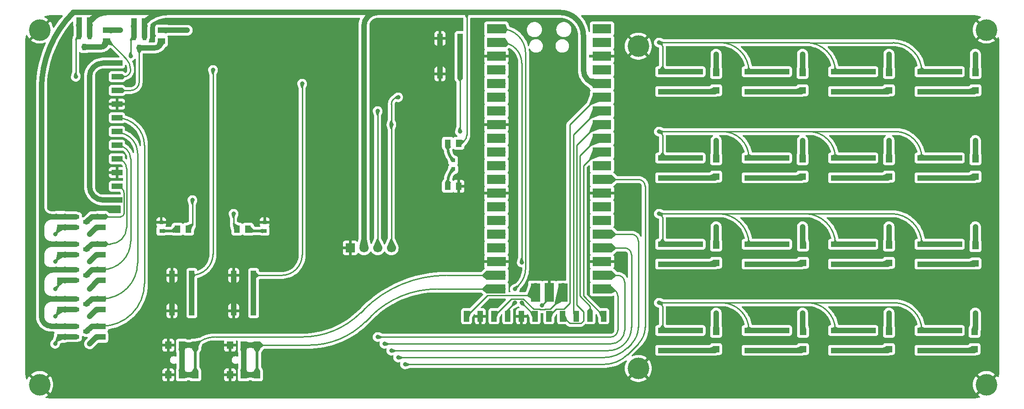
<source format=gbr>
%TF.GenerationSoftware,KiCad,Pcbnew,7.0.2-0*%
%TF.CreationDate,2023-10-18T21:21:33-05:00*%
%TF.ProjectId,CowPi-mk4b-natural,436f7750-692d-46d6-9b34-622d6e617475,mk4b*%
%TF.SameCoordinates,Original*%
%TF.FileFunction,Copper,L1,Top*%
%TF.FilePolarity,Positive*%
%FSLAX46Y46*%
G04 Gerber Fmt 4.6, Leading zero omitted, Abs format (unit mm)*
G04 Created by KiCad (PCBNEW 7.0.2-0) date 2023-10-18 21:21:33*
%MOMM*%
%LPD*%
G01*
G04 APERTURE LIST*
%TA.AperFunction,ComponentPad*%
%ADD10R,1.700000X1.700000*%
%TD*%
%TA.AperFunction,ComponentPad*%
%ADD11C,1.700000*%
%TD*%
%TA.AperFunction,SMDPad,CuDef*%
%ADD12R,1.700000X1.000000*%
%TD*%
%TA.AperFunction,ComponentPad*%
%ADD13O,1.700000X1.700000*%
%TD*%
%TA.AperFunction,SMDPad,CuDef*%
%ADD14R,3.500000X1.700000*%
%TD*%
%TA.AperFunction,SMDPad,CuDef*%
%ADD15R,1.700000X3.500000*%
%TD*%
%TA.AperFunction,SMDPad,CuDef*%
%ADD16R,1.250013X0.700000*%
%TD*%
%TA.AperFunction,SMDPad,CuDef*%
%ADD17R,1.200000X1.200000*%
%TD*%
%TA.AperFunction,ComponentPad*%
%ADD18C,4.000000*%
%TD*%
%TA.AperFunction,SMDPad,CuDef*%
%ADD19R,1.377013X1.132537*%
%TD*%
%TA.AperFunction,SMDPad,CuDef*%
%ADD20R,1.132537X1.377013*%
%TD*%
%TA.AperFunction,SMDPad,CuDef*%
%ADD21R,1.200000X1.400000*%
%TD*%
%TA.AperFunction,SMDPad,CuDef*%
%ADD22R,1.000000X1.700000*%
%TD*%
%TA.AperFunction,SMDPad,CuDef*%
%ADD23R,0.700000X1.250013*%
%TD*%
%TA.AperFunction,SMDPad,CuDef*%
%ADD24R,0.800000X0.800000*%
%TD*%
%TA.AperFunction,SMDPad,CuDef*%
%ADD25R,1.000000X2.000000*%
%TD*%
%TA.AperFunction,SMDPad,CuDef*%
%ADD26R,2.000000X1.000000*%
%TD*%
%TA.AperFunction,ViaPad*%
%ADD27C,0.800000*%
%TD*%
%TA.AperFunction,Conductor*%
%ADD28C,0.250000*%
%TD*%
%TA.AperFunction,Conductor*%
%ADD29C,1.000000*%
%TD*%
%TA.AperFunction,Conductor*%
%ADD30C,0.500000*%
%TD*%
G04 APERTURE END LIST*
D10*
%TO.P,J1,1,1*%
%TO.N,/GND*%
X107949984Y-102870000D03*
D11*
%TO.P,J1,2,2*%
%TO.N,/3V3*%
X110489989Y-102870000D03*
%TO.P,J1,3,3*%
%TO.N,/LV_GP05_I2C_SCL*%
X113029995Y-102870000D03*
%TO.P,J1,4,4*%
%TO.N,/LV_GP04_I2C_SDA*%
X115570000Y-102870000D03*
%TD*%
D12*
%TO.P,U15,1,A*%
%TO.N,/Row4*%
X213770731Y-86162294D03*
%TO.P,U15,2,B*%
X220370681Y-86162269D03*
%TO.P,U15,3,C*%
%TO.N,Net-(U10-K)*%
X213770731Y-89862701D03*
%TO.P,U15,4,D*%
X220370681Y-89862676D03*
%TD*%
D13*
%TO.P,U45,1,GPIO0*%
%TO.N,/UART_TX*%
X135890000Y-62230000D03*
D14*
X134990000Y-62230000D03*
D13*
%TO.P,U45,2,GPIO1*%
%TO.N,/UART_RX*%
X135890000Y-64770000D03*
D14*
X134990000Y-64770000D03*
D10*
%TO.P,U45,3,GND*%
%TO.N,/GND*%
X135890000Y-67310000D03*
D14*
X134990000Y-67310000D03*
D13*
%TO.P,U45,4,GPIO2*%
%TO.N,/LeftButton*%
X135890000Y-69850000D03*
D14*
X134990000Y-69850000D03*
D13*
%TO.P,U45,5,GPIO3*%
%TO.N,/RightButton*%
X135890000Y-72390000D03*
D14*
X134990000Y-72390000D03*
D13*
%TO.P,U45,6,GPIO4*%
%TO.N,/LV_GP04_I2C_SDA*%
X135890000Y-74930000D03*
D14*
X134990000Y-74930000D03*
D13*
%TO.P,U45,7,GPIO5*%
%TO.N,/LV_GP05_I2C_SCL*%
X135890000Y-77470000D03*
D14*
X134990000Y-77470000D03*
D10*
%TO.P,U45,8,GND*%
%TO.N,/GND*%
X135890000Y-80010000D03*
D14*
X134990000Y-80010000D03*
D13*
%TO.P,U45,9,GPIO6*%
%TO.N,/Row1*%
X135890000Y-82550000D03*
D14*
X134990000Y-82550000D03*
D13*
%TO.P,U45,10,GPIO7*%
%TO.N,/Row4*%
X135890000Y-85090000D03*
D14*
X134990000Y-85090000D03*
D13*
%TO.P,U45,11,GPIO8*%
%TO.N,/Row7*%
X135890000Y-87630000D03*
D14*
X134990000Y-87630000D03*
D13*
%TO.P,U45,12,GPIO9*%
%TO.N,/Row\u002A*%
X135890000Y-90170000D03*
D14*
X134990000Y-90170000D03*
D10*
%TO.P,U45,13,GND*%
%TO.N,/GND*%
X135890000Y-92710000D03*
D14*
X134990000Y-92710000D03*
D13*
%TO.P,U45,14,GPIO10*%
%TO.N,/Col1*%
X135890000Y-95250000D03*
D14*
X134990000Y-95250000D03*
D13*
%TO.P,U45,15,GPIO11*%
%TO.N,/Col2*%
X135890000Y-97790000D03*
D14*
X134990000Y-97790000D03*
D13*
%TO.P,U45,16,GPIO12*%
%TO.N,/Col3*%
X135890000Y-100330000D03*
D14*
X134990000Y-100330000D03*
D13*
%TO.P,U45,17,GPIO13*%
%TO.N,/ColA*%
X135890000Y-102870000D03*
D14*
X134990000Y-102870000D03*
D10*
%TO.P,U45,18,GND*%
%TO.N,/GND*%
X135890000Y-105410000D03*
D14*
X134990000Y-105410000D03*
D13*
%TO.P,U45,19,GPIO14*%
%TO.N,/LeftSwitch*%
X135890000Y-107950000D03*
D14*
X134990000Y-107950000D03*
D13*
%TO.P,U45,20,GPIO15*%
%TO.N,/RightSwitch*%
X135890000Y-110490000D03*
D14*
X134990000Y-110490000D03*
D13*
%TO.P,U45,21,GPIO16*%
%TO.N,/LV_GP16_SPI_RX*%
X153670000Y-110490000D03*
D14*
X154570000Y-110490000D03*
D13*
%TO.P,U45,22,GPIO17*%
%TO.N,/LV_GP17_SPI_CS*%
X153670000Y-107950000D03*
D14*
X154570000Y-107950000D03*
D10*
%TO.P,U45,23,GND*%
%TO.N,/GND*%
X153670000Y-105410000D03*
D14*
X154570000Y-105410000D03*
D13*
%TO.P,U45,24,GPIO18*%
%TO.N,/LV_GP18_SPI_CLK*%
X153670000Y-102870000D03*
D14*
X154570000Y-102870000D03*
D13*
%TO.P,U45,25,GPIO19*%
%TO.N,/LV_GP19_SPI_TX*%
X153670000Y-100330000D03*
D14*
X154570000Y-100330000D03*
D13*
%TO.P,U45,26,GPIO20*%
%TO.N,/RightLED*%
X153670000Y-97790000D03*
D14*
X154570000Y-97790000D03*
D13*
%TO.P,U45,27,GPIO21*%
%TO.N,/LeftLED*%
X153670000Y-95250000D03*
D14*
X154570000Y-95250000D03*
D10*
%TO.P,U45,28,GND*%
%TO.N,/GND*%
X153670000Y-92710000D03*
D14*
X154570000Y-92710000D03*
D13*
%TO.P,U45,29,GPIO22*%
%TO.N,/LV_GP22*%
X153670000Y-90170000D03*
D14*
X154570000Y-90170000D03*
D13*
%TO.P,U45,30,RUN*%
%TO.N,/RUN*%
X153670000Y-87630000D03*
D14*
X154570000Y-87630000D03*
D13*
%TO.P,U45,31,GPIO26_ADC0*%
%TO.N,/GP26_ADC0*%
X153670000Y-85090000D03*
D14*
X154570000Y-85090000D03*
D13*
%TO.P,U45,32,GPIO27_ADC1*%
%TO.N,/GP27_ADC1*%
X153670000Y-82550000D03*
D14*
X154570000Y-82550000D03*
D10*
%TO.P,U45,33,AGND*%
%TO.N,/AGND*%
X153670000Y-80010000D03*
D14*
X154570000Y-80010000D03*
D13*
%TO.P,U45,34,GPIO28_ADC2*%
%TO.N,/GP28_ADC2*%
X153670000Y-77470000D03*
D14*
X154570000Y-77470000D03*
D13*
%TO.P,U45,35,ADC_VREF*%
%TO.N,/ADC_VREF*%
X153670000Y-74930000D03*
D14*
X154570000Y-74930000D03*
D13*
%TO.P,U45,36,3V3*%
%TO.N,/3V3*%
X153670000Y-72390000D03*
D14*
X154570000Y-72390000D03*
D13*
%TO.P,U45,37,3V3_EN*%
%TO.N,/3V3_EN*%
X153670000Y-69850000D03*
D14*
X154570000Y-69850000D03*
D10*
%TO.P,U45,38,GND*%
%TO.N,/GND*%
X153670000Y-67310000D03*
D14*
X154570000Y-67310000D03*
D13*
%TO.P,U45,39,VSYS*%
%TO.N,/VSYS*%
X153670000Y-64770000D03*
D14*
X154570000Y-64770000D03*
D13*
%TO.P,U45,40,VBUS*%
%TO.N,/VBUS*%
X153670000Y-62230000D03*
D14*
X154570000Y-62230000D03*
D13*
%TO.P,U45,41,SWCLK*%
%TO.N,/SWCLK*%
X142240000Y-110260000D03*
D15*
X142240000Y-111160000D03*
D10*
%TO.P,U45,42,GND*%
%TO.N,/GND*%
X144780000Y-110260000D03*
D15*
X144780000Y-111160000D03*
D13*
%TO.P,U45,43,SWDIO*%
%TO.N,/SWDIO*%
X147320000Y-110260000D03*
D15*
X147320000Y-111160000D03*
%TD*%
D16*
%TO.P,U42,1,G*%
%TO.N,/3V3*%
X57150000Y-106950000D03*
%TO.P,U42,2,S*%
%TO.N,/LV_GP18_SPI_CLK*%
X57150000Y-108849924D03*
%TO.P,U42,3,D*%
%TO.N,/HV_GP18_SPI_CLK*%
X59150000Y-107899962D03*
%TD*%
D12*
%TO.P,U7,1,A*%
%TO.N,/Row1*%
X213770731Y-70162294D03*
%TO.P,U7,2,B*%
X220370681Y-70162269D03*
%TO.P,U7,3,C*%
%TO.N,Net-(U7-C)*%
X213770731Y-73862701D03*
%TO.P,U7,4,D*%
X220370681Y-73862676D03*
%TD*%
D17*
%TO.P,U31,1,K*%
%TO.N,Net-(U30-C)*%
X223520000Y-121612561D03*
%TO.P,U31,2,A*%
%TO.N,/ColA*%
X223520000Y-118412409D03*
%TD*%
%TO.P,U16,1,K*%
%TO.N,Net-(U16-K)*%
X175690706Y-89612561D03*
%TO.P,U16,2,A*%
%TO.N,/Col1*%
X175690706Y-86412409D03*
%TD*%
%TO.P,U8,1,K*%
%TO.N,Net-(U7-C)*%
X223690706Y-73612561D03*
%TO.P,U8,2,A*%
%TO.N,/ColA*%
X223690706Y-70412409D03*
%TD*%
D18*
%TO.P,H4,1*%
%TO.N,/GND*%
X225720656Y-62442701D03*
%TD*%
D19*
%TO.P,R17,1,1*%
%TO.N,/LV_GP22*%
X54340000Y-99060000D03*
%TO.P,R17,2,2*%
%TO.N,/3V3*%
X54340000Y-97060000D03*
%TD*%
%TO.P,R1,1,1*%
%TO.N,/LV_GP16_SPI_RX*%
X54340000Y-119380000D03*
%TO.P,R1,2,2*%
%TO.N,/3V3*%
X54340000Y-117380000D03*
%TD*%
D20*
%TO.P,R13,1,1*%
%TO.N,/LV_GP04_I2C_SDA*%
X57740038Y-60799981D03*
%TO.P,R13,2,2*%
%TO.N,/3V3*%
X59740038Y-60799981D03*
%TD*%
D19*
%TO.P,R18,1,1*%
%TO.N,/HV_GP22*%
X61960000Y-97060000D03*
%TO.P,R18,2,2*%
%TO.N,/VSYS*%
X61960000Y-99060000D03*
%TD*%
D20*
%TO.P,R15,1,1*%
%TO.N,/LV_GP05_I2C_SCL*%
X67900038Y-60960000D03*
%TO.P,R15,2,2*%
%TO.N,/3V3*%
X69900038Y-60960000D03*
%TD*%
D17*
%TO.P,U12,1,K*%
%TO.N,Net-(U12-K)*%
X207690706Y-89612561D03*
%TO.P,U12,2,A*%
%TO.N,/Col3*%
X207690706Y-86412409D03*
%TD*%
D18*
%TO.P,H1,1*%
%TO.N,/GND*%
X50460656Y-128212701D03*
%TD*%
D12*
%TO.P,U17,1,A*%
%TO.N,/Row7*%
X165770731Y-102162294D03*
%TO.P,U17,2,B*%
X172370681Y-102162269D03*
%TO.P,U17,3,C*%
%TO.N,Net-(U17-C)*%
X165770731Y-105862701D03*
%TO.P,U17,4,D*%
X172370681Y-105862676D03*
%TD*%
D21*
%TO.P,U35,1,1*%
%TO.N,/GND*%
X74280318Y-126402714D03*
%TO.P,U35,2,2*%
%TO.N,/LeftSwitch*%
X76780191Y-126402714D03*
%TO.P,U35,3,3*%
X79280064Y-126402714D03*
%TO.P,U35,4,4*%
%TO.N,/GND*%
X74280318Y-120902586D03*
%TO.P,U35,5,5*%
%TO.N,/LeftSwitch*%
X76780191Y-120902586D03*
%TO.P,U35,6,6*%
X79280064Y-120902586D03*
%TD*%
D22*
%TO.P,U34,1,A*%
%TO.N,/RightButton*%
X90060382Y-107920012D03*
%TO.P,U34,2,B*%
X90060407Y-114519962D03*
%TO.P,U34,3,C*%
%TO.N,/GND*%
X86359975Y-107920012D03*
%TO.P,U34,4,D*%
X86360000Y-114519962D03*
%TD*%
D12*
%TO.P,U13,1,A*%
%TO.N,/Row4*%
X197770731Y-86162294D03*
%TO.P,U13,2,B*%
X204370681Y-86162269D03*
%TO.P,U13,3,C*%
%TO.N,Net-(U12-K)*%
X197770731Y-89862701D03*
%TO.P,U13,4,D*%
X204370681Y-89862676D03*
%TD*%
D20*
%TO.P,R10,1,1*%
%TO.N,Net-(LED2-A)*%
X75976998Y-99378658D03*
%TO.P,R10,2,2*%
%TO.N,/LeftLED*%
X77976998Y-99378658D03*
%TD*%
D23*
%TO.P,U46,1,G*%
%TO.N,/3V3*%
X59690000Y-63609981D03*
%TO.P,U46,2,S*%
%TO.N,/LV_GP04_I2C_SDA*%
X57790076Y-63609981D03*
%TO.P,U46,3,D*%
%TO.N,/HV_GP04_I2C_SDA*%
X58740038Y-65609981D03*
%TD*%
D12*
%TO.P,U26,1,A*%
%TO.N,/Row\u002A*%
X197770731Y-118162294D03*
%TO.P,U26,2,B*%
X204370681Y-118162269D03*
%TO.P,U26,3,C*%
%TO.N,Net-(U26-C)*%
X197770731Y-121862701D03*
%TO.P,U26,4,D*%
X204370681Y-121862676D03*
%TD*%
D16*
%TO.P,U48,1,G*%
%TO.N,/3V3*%
X57150000Y-97110038D03*
%TO.P,U48,2,S*%
%TO.N,/LV_GP22*%
X57150000Y-99009962D03*
%TO.P,U48,3,D*%
%TO.N,/HV_GP22*%
X59150000Y-98060000D03*
%TD*%
D12*
%TO.P,U9,1,A*%
%TO.N,/Row4*%
X165770731Y-86162294D03*
%TO.P,U9,2,B*%
X172370681Y-86162269D03*
%TO.P,U9,3,C*%
%TO.N,Net-(U16-K)*%
X165770731Y-89862701D03*
%TO.P,U9,4,D*%
X172370681Y-89862676D03*
%TD*%
D19*
%TO.P,R3,1,1*%
%TO.N,/LV_GP17_SPI_CS*%
X54340000Y-114300000D03*
%TO.P,R3,2,2*%
%TO.N,/3V3*%
X54340000Y-112300000D03*
%TD*%
D12*
%TO.P,U18,1,A*%
%TO.N,/Row\u002A*%
X165770731Y-118162294D03*
%TO.P,U18,2,B*%
X172370681Y-118162269D03*
%TO.P,U18,3,C*%
%TO.N,Net-(U18-C)*%
X165770731Y-121862701D03*
%TO.P,U18,4,D*%
X172370681Y-121862676D03*
%TD*%
D23*
%TO.P,U47,1,G*%
%TO.N,/3V3*%
X69850000Y-63770000D03*
%TO.P,U47,2,S*%
%TO.N,/LV_GP05_I2C_SCL*%
X67950076Y-63770000D03*
%TO.P,U47,3,D*%
%TO.N,/HV_GP05_I2C_SCL*%
X68900038Y-65770000D03*
%TD*%
D17*
%TO.P,U6,1,K*%
%TO.N,Net-(U5-C)*%
X207690706Y-73612561D03*
%TO.P,U6,2,A*%
%TO.N,/Col3*%
X207690706Y-70412409D03*
%TD*%
D18*
%TO.P,H3,1*%
%TO.N,/GND*%
X50460656Y-62442701D03*
%TD*%
D12*
%TO.P,U22,1,A*%
%TO.N,/Row\u002A*%
X181770731Y-118162294D03*
%TO.P,U22,2,B*%
X188370681Y-118162269D03*
%TO.P,U22,3,C*%
%TO.N,Net-(U22-C)*%
X181770731Y-121862701D03*
%TO.P,U22,4,D*%
X188370681Y-121862676D03*
%TD*%
D22*
%TO.P,U33,1,A*%
%TO.N,/LeftButton*%
X78630382Y-107920012D03*
%TO.P,U33,2,B*%
X78630407Y-114519962D03*
%TO.P,U33,3,C*%
%TO.N,/GND*%
X74929975Y-107920012D03*
%TO.P,U33,4,D*%
X74930000Y-114519962D03*
%TD*%
D24*
%TO.P,LED2,1,K*%
%TO.N,/GND*%
X72965886Y-98108658D03*
%TO.P,LED2,2,A*%
%TO.N,Net-(LED2-A)*%
X72972744Y-99707592D03*
%TD*%
D19*
%TO.P,R8,1,1*%
%TO.N,/HV_GP19_SPI_TX*%
X61960000Y-102140000D03*
%TO.P,R8,2,2*%
%TO.N,/VSYS*%
X61960000Y-104140000D03*
%TD*%
D17*
%TO.P,U14,1,K*%
%TO.N,Net-(U11-C)*%
X191690706Y-89612561D03*
%TO.P,U14,2,A*%
%TO.N,/Col2*%
X191690706Y-86412409D03*
%TD*%
%TO.P,U20,1,K*%
%TO.N,Net-(U18-C)*%
X175690706Y-121612561D03*
%TO.P,U20,2,A*%
%TO.N,/Col1*%
X175690706Y-118412409D03*
%TD*%
D20*
%TO.P,R9,1,1*%
%TO.N,Net-(LED1-A)*%
X126013056Y-83440000D03*
%TO.P,R9,2,2*%
%TO.N,/3V3*%
X128013056Y-83440000D03*
%TD*%
D19*
%TO.P,R16,1,1*%
%TO.N,/HV_GP05_I2C_SCL*%
X73010038Y-64500000D03*
%TO.P,R16,2,2*%
%TO.N,/VSYS*%
X73010038Y-62500000D03*
%TD*%
D12*
%TO.P,U3,1,A*%
%TO.N,/Row1*%
X181770731Y-70162294D03*
%TO.P,U3,2,B*%
X188370681Y-70162269D03*
%TO.P,U3,3,C*%
%TO.N,Net-(U3-C)*%
X181770731Y-73862701D03*
%TO.P,U3,4,D*%
X188370681Y-73862676D03*
%TD*%
D22*
%TO.P,U37,1,A*%
%TO.N,/RUN*%
X128269975Y-64010012D03*
%TO.P,U37,2,B*%
X128270000Y-70609962D03*
%TO.P,U37,3,C*%
%TO.N,/GND*%
X124569568Y-64010012D03*
%TO.P,U37,4,D*%
X124569593Y-70609962D03*
%TD*%
D12*
%TO.P,U1,1,A*%
%TO.N,/Row1*%
X165770731Y-70162294D03*
%TO.P,U1,2,B*%
X172370681Y-70162269D03*
%TO.P,U1,3,C*%
%TO.N,Net-(U1-C)*%
X165770731Y-73862701D03*
%TO.P,U1,4,D*%
X172370681Y-73862676D03*
%TD*%
D16*
%TO.P,U40,1,G*%
%TO.N,/3V3*%
X57150000Y-117430038D03*
%TO.P,U40,2,S*%
%TO.N,/LV_GP16_SPI_RX*%
X57150000Y-119329962D03*
%TO.P,U40,3,D*%
%TO.N,/HV_GP16_SPI_RX*%
X59150000Y-118380000D03*
%TD*%
D19*
%TO.P,R4,1,1*%
%TO.N,/HV_GP17_SPI_CS*%
X61960000Y-112300000D03*
%TO.P,R4,2,2*%
%TO.N,/VSYS*%
X61960000Y-114300000D03*
%TD*%
D25*
%TO.P,U38,1,1*%
%TO.N,/SWCLK*%
X129501900Y-115531115D03*
%TO.P,U38,2,2*%
%TO.N,/GND*%
X132041905Y-115531115D03*
%TO.P,U38,3,3*%
%TO.N,/SWDIO*%
X134581910Y-115531115D03*
%TO.P,U38,4,4*%
%TO.N,/UART_TX*%
X137121915Y-115531115D03*
%TO.P,U38,5,5*%
%TO.N,/GND*%
X139661920Y-115531115D03*
%TO.P,U38,6,6*%
%TO.N,/UART_RX*%
X142201925Y-115531115D03*
%TO.P,U38,7,7*%
%TO.N,/ADC_VREF*%
X144741930Y-115531115D03*
%TO.P,U38,8,8*%
%TO.N,/AGND*%
X147281935Y-115531115D03*
%TO.P,U38,9,9*%
%TO.N,/GP28_ADC2*%
X149821940Y-115531115D03*
%TO.P,U38,10,10*%
%TO.N,/GP27_ADC1*%
X152361945Y-115531115D03*
%TO.P,U38,11,11*%
%TO.N,/GP26_ADC0*%
X154901950Y-115531115D03*
%TD*%
D12*
%TO.P,U5,1,A*%
%TO.N,/Row1*%
X197770731Y-70162294D03*
%TO.P,U5,2,B*%
X204370681Y-70162269D03*
%TO.P,U5,3,C*%
%TO.N,Net-(U5-C)*%
X197770731Y-73862701D03*
%TO.P,U5,4,D*%
X204370681Y-73862676D03*
%TD*%
D19*
%TO.P,R7,1,1*%
%TO.N,/LV_GP19_SPI_TX*%
X54340000Y-104140000D03*
%TO.P,R7,2,2*%
%TO.N,/3V3*%
X54340000Y-102140000D03*
%TD*%
D17*
%TO.P,U10,1,K*%
%TO.N,Net-(U10-K)*%
X223690706Y-89612561D03*
%TO.P,U10,2,A*%
%TO.N,/ColA*%
X223690706Y-86412409D03*
%TD*%
D24*
%TO.P,LED3,1,K*%
%TO.N,/GND*%
X92118842Y-98109191D03*
%TO.P,LED3,2,A*%
%TO.N,Net-(LED3-A)*%
X92125700Y-99708125D03*
%TD*%
D20*
%TO.P,R12,1,1*%
%TO.N,/GND*%
X128013056Y-91440000D03*
%TO.P,R12,2,2*%
%TO.N,Net-(LED1-K)*%
X126013056Y-91440000D03*
%TD*%
D17*
%TO.P,U4,1,K*%
%TO.N,Net-(U3-C)*%
X191690706Y-73612561D03*
%TO.P,U4,2,A*%
%TO.N,/Col2*%
X191690706Y-70412409D03*
%TD*%
D19*
%TO.P,R6,1,1*%
%TO.N,/HV_GP18_SPI_CLK*%
X61960000Y-106899962D03*
%TO.P,R6,2,2*%
%TO.N,/VSYS*%
X61960000Y-108899962D03*
%TD*%
D12*
%TO.P,U30,1,A*%
%TO.N,/Row\u002A*%
X213770731Y-118162294D03*
%TO.P,U30,2,B*%
X220370681Y-118162269D03*
%TO.P,U30,3,C*%
%TO.N,Net-(U30-C)*%
X213770731Y-121862701D03*
%TO.P,U30,4,D*%
X220370681Y-121862676D03*
%TD*%
%TO.P,U11,1,A*%
%TO.N,/Row4*%
X181770731Y-86162294D03*
%TO.P,U11,2,B*%
X188370681Y-86162269D03*
%TO.P,U11,3,C*%
%TO.N,Net-(U11-C)*%
X181770731Y-89862701D03*
%TO.P,U11,4,D*%
X188370681Y-89862676D03*
%TD*%
D19*
%TO.P,R14,1,1*%
%TO.N,/HV_GP04_I2C_SDA*%
X62870076Y-64500000D03*
%TO.P,R14,2,2*%
%TO.N,/VSYS*%
X62870076Y-62500000D03*
%TD*%
D18*
%TO.P,H6,1*%
%TO.N,/GND*%
X161290000Y-125212701D03*
%TD*%
D19*
%TO.P,R5,1,1*%
%TO.N,/LV_GP18_SPI_CLK*%
X54340000Y-108899962D03*
%TO.P,R5,2,2*%
%TO.N,/3V3*%
X54340000Y-106899962D03*
%TD*%
D18*
%TO.P,H5,1*%
%TO.N,/GND*%
X161290000Y-65442701D03*
%TD*%
D17*
%TO.P,U19,1,K*%
%TO.N,Net-(U17-C)*%
X175690706Y-105612561D03*
%TO.P,U19,2,A*%
%TO.N,/Col1*%
X175690706Y-102412409D03*
%TD*%
D20*
%TO.P,R11,1,1*%
%TO.N,Net-(LED3-A)*%
X89013383Y-99378658D03*
%TO.P,R11,2,2*%
%TO.N,/RightLED*%
X87013383Y-99378658D03*
%TD*%
D19*
%TO.P,R2,1,1*%
%TO.N,/HV_GP16_SPI_RX*%
X61960000Y-117380000D03*
%TO.P,R2,2,2*%
%TO.N,/VSYS*%
X61960000Y-119380000D03*
%TD*%
D18*
%TO.P,H2,1*%
%TO.N,/GND*%
X225720656Y-128212701D03*
%TD*%
D24*
%TO.P,LED1,1,K*%
%TO.N,Net-(LED1-K)*%
X127016485Y-88239467D03*
%TO.P,LED1,2,A*%
%TO.N,Net-(LED1-A)*%
X127009627Y-86640533D03*
%TD*%
D17*
%TO.P,U24,1,K*%
%TO.N,Net-(U21-C)*%
X191770000Y-105612561D03*
%TO.P,U24,2,A*%
%TO.N,/Col2*%
X191770000Y-102412409D03*
%TD*%
%TO.P,U23,1,K*%
%TO.N,Net-(U22-C)*%
X191770000Y-121612561D03*
%TO.P,U23,2,A*%
%TO.N,/Col2*%
X191770000Y-118412409D03*
%TD*%
D16*
%TO.P,U41,1,G*%
%TO.N,/3V3*%
X57150000Y-112350038D03*
%TO.P,U41,2,S*%
%TO.N,/LV_GP17_SPI_CS*%
X57150000Y-114249962D03*
%TO.P,U41,3,D*%
%TO.N,/HV_GP17_SPI_CS*%
X59150000Y-113300000D03*
%TD*%
D17*
%TO.P,U2,1,K*%
%TO.N,Net-(U1-C)*%
X175690706Y-73612561D03*
%TO.P,U2,2,A*%
%TO.N,/Col1*%
X175690706Y-70412409D03*
%TD*%
D12*
%TO.P,U25,1,A*%
%TO.N,/Row7*%
X197770731Y-102162294D03*
%TO.P,U25,2,B*%
X204370681Y-102162269D03*
%TO.P,U25,3,C*%
%TO.N,Net-(U25-C)*%
X197770731Y-105862701D03*
%TO.P,U25,4,D*%
X204370681Y-105862676D03*
%TD*%
D21*
%TO.P,U36,1,1*%
%TO.N,/GND*%
X85710318Y-126402714D03*
%TO.P,U36,2,2*%
%TO.N,/RightSwitch*%
X88210191Y-126402714D03*
%TO.P,U36,3,3*%
X90710064Y-126402714D03*
%TO.P,U36,4,4*%
%TO.N,/GND*%
X85710318Y-120902586D03*
%TO.P,U36,5,5*%
%TO.N,/RightSwitch*%
X88210191Y-120902586D03*
%TO.P,U36,6,6*%
X90710064Y-120902586D03*
%TD*%
D12*
%TO.P,U21,1,A*%
%TO.N,/Row7*%
X181770731Y-102162294D03*
%TO.P,U21,2,B*%
X188370681Y-102162269D03*
%TO.P,U21,3,C*%
%TO.N,Net-(U21-C)*%
X181770731Y-105862701D03*
%TO.P,U21,4,D*%
X188370681Y-105862676D03*
%TD*%
D17*
%TO.P,U27,1,K*%
%TO.N,Net-(U25-C)*%
X207690706Y-105612561D03*
%TO.P,U27,2,A*%
%TO.N,/Col3*%
X207690706Y-102412409D03*
%TD*%
%TO.P,U28,1,K*%
%TO.N,Net-(U26-C)*%
X207690706Y-121612561D03*
%TO.P,U28,2,A*%
%TO.N,/Col3*%
X207690706Y-118412409D03*
%TD*%
%TO.P,U32,1,K*%
%TO.N,Net-(U29-C)*%
X223690706Y-105740076D03*
%TO.P,U32,2,A*%
%TO.N,/ColA*%
X223690706Y-102539924D03*
%TD*%
D26*
%TO.P,U39,1,1*%
%TO.N,/VSYS*%
X64770000Y-68579985D03*
%TO.P,U39,2,2*%
%TO.N,/HV_GP04_I2C_SDA*%
X64770000Y-71119990D03*
%TO.P,U39,3,3*%
%TO.N,/HV_GP05_I2C_SCL*%
X64770000Y-73659995D03*
%TO.P,U39,4,4*%
%TO.N,/GND*%
X64770000Y-76200000D03*
%TO.P,U39,5,5*%
%TO.N,/HV_GP16_SPI_RX*%
X64770000Y-78740005D03*
%TO.P,U39,6,6*%
%TO.N,/HV_GP17_SPI_CS*%
X64770000Y-81280010D03*
%TO.P,U39,7,7*%
%TO.N,/HV_GP18_SPI_CLK*%
X64770000Y-83820015D03*
%TO.P,U39,8,8*%
%TO.N,/HV_GP19_SPI_TX*%
X64770000Y-86360020D03*
%TO.P,U39,9,9*%
%TO.N,/GND*%
X64770000Y-88900025D03*
%TO.P,U39,10,10*%
%TO.N,/HV_GP22*%
X64770000Y-91440030D03*
%TO.P,U39,11,11*%
%TO.N,/VSYS*%
X64770000Y-93980035D03*
%TD*%
D12*
%TO.P,U29,1,A*%
%TO.N,/Row7*%
X213770731Y-102162294D03*
%TO.P,U29,2,B*%
X220370681Y-102162269D03*
%TO.P,U29,3,C*%
%TO.N,Net-(U29-C)*%
X213770731Y-105862701D03*
%TO.P,U29,4,D*%
X220370681Y-105862676D03*
%TD*%
D16*
%TO.P,U43,1,G*%
%TO.N,/3V3*%
X57150000Y-102190038D03*
%TO.P,U43,2,S*%
%TO.N,/LV_GP19_SPI_TX*%
X57150000Y-104089962D03*
%TO.P,U43,3,D*%
%TO.N,/HV_GP19_SPI_TX*%
X59150000Y-103140000D03*
%TD*%
D27*
%TO.N,/GND*%
X123190000Y-115570000D03*
%TO.N,/Row1*%
X165100000Y-64770000D03*
%TO.N,/Col1*%
X175690706Y-98932485D03*
X175690706Y-82932485D03*
X175690706Y-114932485D03*
X175690706Y-66932485D03*
%TO.N,/Col2*%
X191690706Y-66932485D03*
X191690706Y-114932485D03*
X191690706Y-98932485D03*
X191690706Y-82932485D03*
%TO.N,/Col3*%
X207690706Y-82932485D03*
X207690706Y-114932485D03*
X207690706Y-66932485D03*
X207690706Y-98932485D03*
%TO.N,/Row4*%
X165100000Y-81280000D03*
%TO.N,/Row7*%
X165100000Y-96520000D03*
%TO.N,/Row\u002A*%
X165100000Y-113030000D03*
%TO.N,/ColA*%
X223690706Y-114932485D03*
X223690706Y-82932485D03*
X223690706Y-66932485D03*
X223690706Y-98932485D03*
%TO.N,/LeftButton*%
X82550000Y-69850000D03*
%TO.N,/GND*%
X143457390Y-113523847D03*
X90731021Y-85372883D03*
X159225546Y-93598662D03*
X144780000Y-91440000D03*
X116840000Y-64770000D03*
X55880000Y-86360000D03*
X82550000Y-111760000D03*
%TO.N,/RightButton*%
X99060000Y-72390000D03*
%TO.N,/RUN*%
X128270000Y-81280000D03*
%TO.N,/LV_GP17_SPI_CS*%
X114300000Y-120650000D03*
X53340000Y-115570000D03*
%TO.N,/LV_GP18_SPI_CLK*%
X53340000Y-110490000D03*
X115570000Y-121920000D03*
%TO.N,/LV_GP19_SPI_TX*%
X116840000Y-123190000D03*
X53340000Y-105410000D03*
%TO.N,/RightLED*%
X86360000Y-96520000D03*
%TO.N,/LeftLED*%
X78740000Y-93980000D03*
%TO.N,/VSYS*%
X59690000Y-87630000D03*
X59690000Y-110490000D03*
X59690000Y-120645999D03*
X59690000Y-115570000D03*
X77804398Y-62508876D03*
X65402652Y-62508876D03*
X59690000Y-100330000D03*
X59690000Y-105410000D03*
X59690000Y-73660000D03*
%TO.N,/LV_GP16_SPI_RX*%
X53340000Y-120650000D03*
X113030000Y-119380000D03*
%TO.N,/LV_GP05_I2C_SCL*%
X67310000Y-67310000D03*
X113030000Y-77470000D03*
%TO.N,/LV_GP04_I2C_SDA*%
X116840000Y-74930000D03*
X57150000Y-71120000D03*
X115570000Y-80010000D03*
%TO.N,/UART_TX*%
X138430000Y-110490000D03*
X138430000Y-113030000D03*
%TO.N,/UART_RX*%
X139700000Y-105547002D03*
X139700000Y-113030000D03*
%TO.N,/LV_GP22*%
X53340000Y-100330000D03*
X118110000Y-124460000D03*
%TD*%
D28*
%TO.N,/LV_GP05_I2C_SCL*%
X113029995Y-102870000D02*
X113029995Y-77470005D01*
X113029995Y-77470005D02*
X113030000Y-77470000D01*
X113030000Y-77470000D02*
X113029992Y-77470008D01*
%TO.N,/LV_GP04_I2C_SDA*%
X115570000Y-80010000D02*
X115570000Y-102870000D01*
D29*
%TO.N,/3V3*%
X113030000Y-59191492D02*
G75*
G03*
X110489992Y-61731547I0J-2540008D01*
G01*
X110489992Y-61731547D02*
X110489989Y-61731550D01*
X110489989Y-61731550D02*
X110489989Y-102870000D01*
%TO.N,/Row1*%
X165770731Y-70162294D02*
X172370656Y-70162294D01*
D28*
X176530000Y-64772132D02*
X192380569Y-64772132D01*
D29*
X181770731Y-70162294D02*
X188517387Y-70162294D01*
D28*
X165100000Y-64770000D02*
X176378437Y-64770000D01*
D29*
X197770731Y-70162294D02*
X204517387Y-70162294D01*
D28*
X193040000Y-64812618D02*
X208421055Y-64812618D01*
X165770731Y-65440731D02*
X165770731Y-70162294D01*
D29*
X213770731Y-70162294D02*
X220517387Y-70162294D01*
D28*
X172370656Y-70162294D02*
X172370681Y-70162269D01*
X181770700Y-70162294D02*
G75*
G03*
X176378437Y-64770000I-5392300J-6D01*
G01*
X213770782Y-70162294D02*
G75*
G03*
X208421055Y-64812618I-5349682J-6D01*
G01*
X165770700Y-65440731D02*
G75*
G03*
X165100000Y-64770000I-670700J31D01*
G01*
X197770768Y-70162294D02*
G75*
G03*
X192380569Y-64772132I-5390168J-6D01*
G01*
D29*
%TO.N,/Col1*%
X175690706Y-85952541D02*
X175690706Y-82932485D01*
X175690706Y-117952541D02*
X175690706Y-114932485D01*
X175690706Y-69952541D02*
X175690706Y-66932485D01*
X175690706Y-101952541D02*
X175690706Y-98932485D01*
%TO.N,Net-(U1-C)*%
X165770731Y-73862701D02*
X172370656Y-73862701D01*
X172370681Y-73862676D02*
X175480953Y-73862676D01*
%TO.N,Net-(U3-C)*%
X188370681Y-73862676D02*
X191480953Y-73862676D01*
X181770791Y-73862676D02*
X188370681Y-73862676D01*
D28*
X181770791Y-73862680D02*
G75*
G03*
X181770731Y-73862702I9J-120D01*
G01*
D29*
%TO.N,/Col2*%
X191690706Y-69952541D02*
X191690706Y-66932485D01*
X191690706Y-117952541D02*
X191690706Y-114932485D01*
X191690706Y-85952541D02*
X191690706Y-82932485D01*
X191690706Y-101952541D02*
X191690706Y-98932485D01*
%TO.N,Net-(U5-C)*%
X197770731Y-73862701D02*
X204370621Y-73862701D01*
X204370681Y-73862676D02*
X207480953Y-73862676D01*
D28*
X204370623Y-73862709D02*
G75*
G03*
X204370681Y-73862676I-23J109D01*
G01*
D29*
%TO.N,/Col3*%
X207690706Y-85952541D02*
X207690706Y-82932485D01*
X207690706Y-69952541D02*
X207690706Y-66932485D01*
X207690706Y-101952541D02*
X207690706Y-98932485D01*
X207690706Y-117952541D02*
X207690706Y-114932485D01*
D28*
%TO.N,Net-(U7-C)*%
X220370656Y-73862701D02*
X220370681Y-73862676D01*
D29*
X213770731Y-73862701D02*
X220370656Y-73862701D01*
X220370681Y-73862676D02*
X223480953Y-73862676D01*
%TO.N,/Row4*%
X197917462Y-86162294D02*
X204517387Y-86162294D01*
X165917462Y-86162294D02*
X172517387Y-86162294D01*
D28*
X176530000Y-81280000D02*
X176888437Y-81280000D01*
X176530000Y-81280000D02*
X192888437Y-81280000D01*
X192888437Y-81280000D02*
X208888437Y-81280000D01*
X165100000Y-81280000D02*
X176530000Y-81280000D01*
D29*
X181917462Y-86162294D02*
X188517387Y-86162294D01*
X213917462Y-86162294D02*
X220517387Y-86162294D01*
D28*
X165770731Y-81950731D02*
X165770731Y-86162294D01*
X213770700Y-86162294D02*
G75*
G03*
X208888437Y-81280000I-4882300J-6D01*
G01*
X181770700Y-86162294D02*
G75*
G03*
X176888437Y-81280000I-4882300J-6D01*
G01*
X197770700Y-86162294D02*
G75*
G03*
X192888437Y-81280000I-4882300J-6D01*
G01*
X165770700Y-81950731D02*
G75*
G03*
X165100000Y-81280000I-670700J31D01*
G01*
D29*
%TO.N,Net-(U10-K)*%
X220370681Y-89862676D02*
X223480953Y-89862676D01*
X213917462Y-89862701D02*
X220517387Y-89862701D01*
%TO.N,Net-(U11-C)*%
X181917462Y-89862701D02*
X188517387Y-89862701D01*
X188370681Y-89862676D02*
X191480953Y-89862676D01*
D28*
%TO.N,/Row7*%
X191770000Y-96520000D02*
X192128437Y-96520000D01*
D29*
X165770731Y-102162294D02*
X172370656Y-102162294D01*
X213770731Y-102162294D02*
X220370656Y-102162294D01*
D28*
X175260000Y-96520000D02*
X191770000Y-96520000D01*
D29*
X181770731Y-102162294D02*
X188370656Y-102162294D01*
D28*
X175260000Y-96520000D02*
X176128437Y-96520000D01*
D29*
X197770731Y-102162294D02*
X204370656Y-102162294D01*
D28*
X165770731Y-97190731D02*
X165770731Y-102162294D01*
X191770000Y-96520000D02*
X208128437Y-96520000D01*
X165100000Y-96520000D02*
X175260000Y-96520000D01*
X213770700Y-102162294D02*
G75*
G03*
X208128437Y-96520000I-5642300J-6D01*
G01*
X197770700Y-102162294D02*
G75*
G03*
X192128437Y-96520000I-5642300J-6D01*
G01*
X181770700Y-102162294D02*
G75*
G03*
X176128437Y-96520000I-5642300J-6D01*
G01*
X165770700Y-97190731D02*
G75*
G03*
X165100000Y-96520000I-670700J31D01*
G01*
D29*
%TO.N,Net-(U17-C)*%
X165770731Y-105862701D02*
X172370656Y-105862701D01*
X172370681Y-105862676D02*
X175480953Y-105862676D01*
D28*
%TO.N,/Row\u002A*%
X191770000Y-113030000D02*
X208638437Y-113030000D01*
D29*
X181917462Y-118162294D02*
X188517387Y-118162294D01*
X213917462Y-118162294D02*
X220517387Y-118162294D01*
X197917462Y-118162294D02*
X204517387Y-118162294D01*
D28*
X165770731Y-113700731D02*
X165770731Y-118162294D01*
X191770000Y-113030000D02*
X192638437Y-113030000D01*
D29*
X165917462Y-118162294D02*
X172517387Y-118162294D01*
D28*
X176638437Y-113030000D02*
X191770000Y-113030000D01*
X165100000Y-113030000D02*
X176638437Y-113030000D01*
X197770700Y-118162294D02*
G75*
G03*
X192638437Y-113030000I-5132300J-6D01*
G01*
X165770700Y-113700731D02*
G75*
G03*
X165100000Y-113030000I-670700J31D01*
G01*
X213770700Y-118162294D02*
G75*
G03*
X208638437Y-113030000I-5132300J-6D01*
G01*
X181770700Y-118162294D02*
G75*
G03*
X176638437Y-113030000I-5132300J-6D01*
G01*
D29*
%TO.N,Net-(U18-C)*%
X172370681Y-121862676D02*
X175480953Y-121862676D01*
X165917462Y-121862701D02*
X172517387Y-121862701D01*
%TO.N,Net-(U21-C)*%
X181770731Y-105862701D02*
X188370656Y-105862701D01*
X188370681Y-105862676D02*
X191480953Y-105862676D01*
%TO.N,Net-(U22-C)*%
X188370681Y-121862676D02*
X191480953Y-121862676D01*
X181917462Y-121862701D02*
X188517387Y-121862701D01*
%TO.N,Net-(U25-C)*%
X204370681Y-105862676D02*
X207480953Y-105862676D01*
X197770731Y-105862701D02*
X204370656Y-105862701D01*
%TO.N,Net-(U26-C)*%
X197917462Y-121862701D02*
X204517387Y-121862701D01*
X204370681Y-121862676D02*
X207480953Y-121862676D01*
%TO.N,Net-(U29-C)*%
X220370681Y-105862676D02*
X223480953Y-105862676D01*
X213770731Y-105862701D02*
X220370656Y-105862701D01*
%TO.N,Net-(U30-C)*%
X220370681Y-121862676D02*
X223480953Y-121862676D01*
X213917462Y-121862701D02*
X220517387Y-121862701D01*
%TO.N,/ColA*%
X223690706Y-69952541D02*
X223690706Y-66932485D01*
X223690706Y-85952541D02*
X223690706Y-82932485D01*
X223690706Y-101952541D02*
X223690706Y-98932485D01*
X223690706Y-117952541D02*
X223690706Y-114932485D01*
D28*
%TO.N,/LeftButton*%
X82550000Y-69850000D02*
X82550000Y-104000394D01*
D29*
X78630407Y-114519962D02*
X78630407Y-107920037D01*
D28*
X78630382Y-107920000D02*
G75*
G03*
X82550000Y-104000394I18J3919600D01*
G01*
D30*
%TO.N,/GND*%
X85710318Y-120902586D02*
X85710318Y-126402714D01*
D29*
X86360000Y-114519962D02*
X86360000Y-107920037D01*
D28*
X143457390Y-113523847D02*
X144780000Y-112201237D01*
D30*
X74280318Y-120902586D02*
X74280318Y-126402714D01*
D29*
X124569593Y-70609962D02*
X124569593Y-64010037D01*
D28*
X124569593Y-64010037D02*
X124569568Y-64010012D01*
D29*
X74380164Y-126402714D02*
X74280318Y-126402714D01*
X74930000Y-114519962D02*
X74930000Y-107920037D01*
D28*
X144780000Y-112201237D02*
X144780000Y-110260000D01*
D29*
%TO.N,/RightButton*%
X90060407Y-114519962D02*
X90060407Y-107920037D01*
D28*
X95250000Y-107950000D02*
X90090370Y-107950000D01*
X99060000Y-72390000D02*
X99060000Y-104140000D01*
X90060400Y-107920012D02*
G75*
G03*
X90090370Y-107950000I30000J12D01*
G01*
X95250000Y-107950000D02*
G75*
G03*
X99060000Y-104140000I0J3810000D01*
G01*
D30*
%TO.N,/LeftSwitch*%
X79280064Y-120902586D02*
X79280064Y-126402714D01*
D29*
X76780191Y-120902586D02*
X79280064Y-120902586D01*
X76780191Y-120902586D02*
X76780191Y-126402714D01*
D28*
X127000129Y-107950129D02*
X125819944Y-107950129D01*
X127090256Y-107950000D02*
X127000453Y-107950000D01*
X99060000Y-119380000D02*
X82955911Y-119380000D01*
X135890000Y-107950000D02*
X127090256Y-107950000D01*
D29*
X79280064Y-126402714D02*
X76780191Y-126402714D01*
D28*
X110490000Y-114300000D02*
X109900129Y-114889871D01*
X125819944Y-107950129D02*
G75*
G03*
X110490001Y-114300001I-4J-21679801D01*
G01*
X82955911Y-119379999D02*
G75*
G03*
X79280064Y-120902586I-11J-5198401D01*
G01*
X99060000Y-119379987D02*
G75*
G03*
X109900129Y-114889871I0J15330287D01*
G01*
X127000449Y-107949955D02*
G75*
G03*
X127000001Y-107950189I51J-645D01*
G01*
D29*
%TO.N,/RightSwitch*%
X88210191Y-120902586D02*
X90710064Y-120902586D01*
D28*
X100330000Y-120902586D02*
X90710064Y-120902586D01*
D30*
X90710064Y-120902586D02*
X90710064Y-126402714D01*
D28*
X135890000Y-110490000D02*
X124024204Y-110490000D01*
D29*
X90710064Y-126402714D02*
X88210191Y-126402714D01*
X88210191Y-126402714D02*
X88210191Y-120902586D01*
D28*
X111760000Y-115570000D02*
X110738937Y-116591063D01*
X124024204Y-110490003D02*
G75*
G03*
X111760001Y-115570001I-4J-17344197D01*
G01*
X100330000Y-120902578D02*
G75*
G03*
X110738937Y-116591063I0J14720478D01*
G01*
%TO.N,/RUN*%
X128270000Y-64010037D02*
X128269975Y-64010012D01*
D29*
X128270000Y-70609962D02*
X128270000Y-64010037D01*
D28*
X128270000Y-70609962D02*
X128270000Y-81280000D01*
D29*
%TO.N,/HV_GP17_SPI_CS*%
X60150000Y-112300000D02*
X61960000Y-112300000D01*
X59150000Y-113300000D02*
X60150000Y-112300000D01*
D28*
X68580000Y-87630010D02*
X68580000Y-105680000D01*
X68580005Y-87630005D02*
X68580000Y-87630010D01*
X68580005Y-85286940D02*
X68580005Y-87630005D01*
X64770000Y-81280010D02*
X64770000Y-81476935D01*
X61960000Y-112300000D02*
G75*
G03*
X68580000Y-105680000I0J6620000D01*
G01*
X68579965Y-85286940D02*
G75*
G03*
X64770000Y-81476935I-3809965J40D01*
G01*
%TO.N,/LV_GP17_SPI_CS*%
X153670000Y-107950000D02*
X157480000Y-107950000D01*
X158750000Y-109220000D02*
X158750000Y-118110000D01*
X156210000Y-120650000D02*
X114300000Y-120650000D01*
X53340000Y-115570000D02*
X54149081Y-114760919D01*
D29*
X57150000Y-114249962D02*
X54390038Y-114249962D01*
D28*
X156210000Y-120650000D02*
G75*
G03*
X158750000Y-118110000I0J2540000D01*
G01*
X54149073Y-114760911D02*
G75*
G03*
X54340000Y-114300000I-460873J460911D01*
G01*
D29*
X54390038Y-114250000D02*
G75*
G03*
X54340000Y-114300000I-38J-50000D01*
G01*
D28*
X158750000Y-109220000D02*
G75*
G03*
X157480000Y-107950000I-1270000J0D01*
G01*
%TO.N,/HV_GP18_SPI_CLK*%
X67310000Y-86360015D02*
X67310000Y-101600000D01*
D29*
X60150000Y-106899962D02*
X61960000Y-106899962D01*
X59150000Y-107899962D02*
X60150000Y-106899962D01*
D28*
X61960000Y-106899962D02*
X62010038Y-106899962D01*
X62010038Y-106900000D02*
G75*
G03*
X67310000Y-101600000I-38J5300000D01*
G01*
X67309985Y-86360015D02*
G75*
G03*
X64770000Y-83820015I-2539985J15D01*
G01*
%TO.N,/LV_GP18_SPI_CLK*%
X155683949Y-121920000D02*
X115570000Y-121920000D01*
X53340000Y-110490000D02*
X53922780Y-109907220D01*
X153670000Y-102870000D02*
X158750000Y-102870000D01*
D29*
X57150000Y-108849924D02*
X54390038Y-108849924D01*
D28*
X160020000Y-104140000D02*
X160020000Y-117583949D01*
X158749986Y-120649986D02*
G75*
G03*
X160020000Y-117583949I-3066086J3066086D01*
G01*
D29*
X54390038Y-108850000D02*
G75*
G03*
X54340000Y-108899962I-38J-50000D01*
G01*
D28*
X53922804Y-109907244D02*
G75*
G03*
X54340000Y-108899962I-1007304J1007244D01*
G01*
X155683949Y-121919978D02*
G75*
G03*
X158749999Y-120649999I51J4335978D01*
G01*
X160020000Y-104140000D02*
G75*
G03*
X158750000Y-102870000I-1270000J0D01*
G01*
D29*
%TO.N,/HV_GP19_SPI_TX*%
X59150000Y-103140000D02*
X60150000Y-102140000D01*
D28*
X63500000Y-102140000D02*
X61960000Y-102140000D01*
X66547112Y-88137132D02*
X66547112Y-92605305D01*
X66553423Y-92945013D02*
X66553423Y-99086577D01*
D29*
X60150000Y-102140000D02*
X61960000Y-102140000D01*
D28*
X66547112Y-92605305D02*
X66553423Y-92945013D01*
X63500000Y-102140023D02*
G75*
G03*
X66553423Y-99086577I0J3053423D01*
G01*
X66547080Y-88137132D02*
G75*
G03*
X64770000Y-86360020I-1777080J32D01*
G01*
%TO.N,/LV_GP19_SPI_TX*%
X154940000Y-123190000D02*
X116840000Y-123190000D01*
X153670000Y-100330000D02*
X160020000Y-100330000D01*
X53340000Y-105410000D02*
X54149081Y-104600919D01*
X160020000Y-120650000D02*
X159276052Y-121393948D01*
D29*
X57150000Y-104089962D02*
X54390038Y-104089962D01*
D28*
X161290000Y-101600000D02*
X161290000Y-117583949D01*
X154940000Y-123190000D02*
G75*
G03*
X159276051Y-121393947I0J6132100D01*
G01*
X54149073Y-104600911D02*
G75*
G03*
X54340000Y-104140000I-460873J460911D01*
G01*
D29*
X54390038Y-104090000D02*
G75*
G03*
X54340000Y-104140000I-38J-50000D01*
G01*
D28*
X161290000Y-101600000D02*
G75*
G03*
X160020000Y-100330000I-1270000J0D01*
G01*
X160019986Y-120649986D02*
G75*
G03*
X161290000Y-117583949I-3066086J3066086D01*
G01*
%TO.N,/RightLED*%
X86360000Y-96520000D02*
X86360000Y-98725275D01*
X86360042Y-98725275D02*
G75*
G03*
X87013383Y-99378658I653358J-25D01*
G01*
%TO.N,/LeftLED*%
X78740000Y-93980000D02*
X78740000Y-98615656D01*
X77976998Y-99378700D02*
G75*
G03*
X78740000Y-98615656I2J763000D01*
G01*
D29*
%TO.N,/3V3*%
X50800000Y-99060000D02*
X50800000Y-95250000D01*
X54340000Y-97060000D02*
X52610000Y-97060000D01*
X54340000Y-97060000D02*
X52800000Y-97060000D01*
X54340000Y-112300000D02*
X52800000Y-112300000D01*
X63500000Y-59191539D02*
X74930000Y-59191539D01*
X59740038Y-60799981D02*
X60144061Y-60395958D01*
X50800000Y-105410000D02*
X50800000Y-109220000D01*
X57150000Y-102190038D02*
X54390038Y-102190038D01*
X54340000Y-102140000D02*
X52800000Y-102140000D01*
X54340000Y-117380000D02*
X52610000Y-117380000D01*
X54340000Y-106899962D02*
X53120038Y-106899962D01*
X50800000Y-73420203D02*
X50800000Y-73660000D01*
X63500000Y-59191539D02*
X56693706Y-59191539D01*
X50800000Y-99060000D02*
X50800000Y-100330000D01*
X74169480Y-59191539D02*
X74930000Y-59191539D01*
D28*
X129540000Y-81913056D02*
X129540000Y-59191539D01*
D29*
X69850000Y-63770000D02*
X69850000Y-61010038D01*
X50800000Y-104140000D02*
X50800000Y-105410000D01*
X59690000Y-63609981D02*
X59690000Y-60850019D01*
X50800000Y-114300000D02*
X50800000Y-115570000D01*
X57150000Y-106950000D02*
X54390038Y-106950000D01*
X113030000Y-59191539D02*
X96520000Y-59191539D01*
X96520000Y-59191539D02*
X74930000Y-59191539D01*
X57150000Y-97110038D02*
X54390038Y-97110038D01*
X50800000Y-109220000D02*
X50800000Y-110490000D01*
X151130000Y-69850000D02*
X151130000Y-63500000D01*
X63051785Y-59191539D02*
X63500000Y-59191539D01*
X54340000Y-106899962D02*
X52289962Y-106899962D01*
X57150000Y-117430038D02*
X54390038Y-117430038D01*
X50800000Y-95250000D02*
X50800000Y-73660000D01*
X50800000Y-110490000D02*
X50800000Y-114300000D01*
X129540000Y-59191539D02*
X113030000Y-59191539D01*
X54340000Y-102140000D02*
X52610000Y-102140000D01*
X57150000Y-112350038D02*
X54390038Y-112350038D01*
X50800000Y-100330000D02*
X50800000Y-104140000D01*
X146821539Y-59191539D02*
X129540000Y-59191539D01*
X54340000Y-112300000D02*
X52610000Y-112300000D01*
X54340000Y-106899962D02*
G75*
G03*
X54390038Y-106950000I50000J-38D01*
G01*
X74169480Y-59191513D02*
G75*
G03*
X69900038Y-60960000I20J-6037887D01*
G01*
X151130000Y-69850000D02*
G75*
G03*
X153670000Y-72390000I2540000J0D01*
G01*
D28*
X128013056Y-83440000D02*
G75*
G03*
X129540000Y-81913056I44J1526900D01*
G01*
D29*
X56693698Y-59191531D02*
G75*
G03*
X50800000Y-73420203I14228702J-14228669D01*
G01*
X52800000Y-97060000D02*
G75*
G03*
X50800000Y-99060000I0J-2000000D01*
G01*
X50800000Y-100330000D02*
G75*
G03*
X52610000Y-102140000I1810000J0D01*
G01*
X50800038Y-105410000D02*
G75*
G03*
X52289962Y-106899962I1489962J0D01*
G01*
X69900038Y-60960000D02*
G75*
G03*
X69850000Y-61010038I-38J-50000D01*
G01*
X54339962Y-102140000D02*
G75*
G03*
X54390038Y-102190038I50038J0D01*
G01*
X151129961Y-63500000D02*
G75*
G03*
X146821539Y-59191539I-4308461J0D01*
G01*
X50800000Y-110490000D02*
G75*
G03*
X52610000Y-112300000I1810000J0D01*
G01*
X50800000Y-115570000D02*
G75*
G03*
X52610000Y-117380000I1810000J0D01*
G01*
X54339962Y-117380000D02*
G75*
G03*
X54390038Y-117430038I50038J0D01*
G01*
X63051785Y-59191534D02*
G75*
G03*
X60144061Y-60395958I15J-4112166D01*
G01*
X53120038Y-106900000D02*
G75*
G03*
X50800000Y-109220000I-38J-2320000D01*
G01*
X52800000Y-112300000D02*
G75*
G03*
X50800000Y-114300000I0J-2000000D01*
G01*
X52800000Y-102140000D02*
G75*
G03*
X50800000Y-104140000I0J-2000000D01*
G01*
X50800000Y-95250000D02*
G75*
G03*
X52610000Y-97060000I1810000J0D01*
G01*
X54339962Y-112300000D02*
G75*
G03*
X54390038Y-112350038I50038J0D01*
G01*
X54339962Y-97060000D02*
G75*
G03*
X54390038Y-97110038I50038J0D01*
G01*
%TO.N,/VSYS*%
X59690000Y-87630000D02*
X59690000Y-91440000D01*
X73010038Y-62500000D02*
X77782970Y-62500000D01*
D28*
X65393776Y-62500000D02*
X65402652Y-62508876D01*
D29*
X59690000Y-73660000D02*
X59690000Y-71120000D01*
X61280038Y-108899962D02*
X61960000Y-108899962D01*
X59690000Y-73660000D02*
X59690000Y-87630000D01*
D28*
X77804398Y-62508876D02*
X77795522Y-62500000D01*
D29*
X62230000Y-68580000D02*
X64769985Y-68580000D01*
X60960000Y-99060000D02*
X61960000Y-99060000D01*
X60960000Y-114300000D02*
X61960000Y-114300000D01*
X59690000Y-100330000D02*
X60960000Y-99060000D01*
X59690000Y-110490000D02*
X61280038Y-108899962D01*
X59690000Y-115570000D02*
X60960000Y-114300000D01*
X59690000Y-105410000D02*
X60960000Y-104140000D01*
X60960000Y-104140000D02*
X61960000Y-104140000D01*
X60955999Y-119380000D02*
X59690000Y-120645999D01*
X61960000Y-119380000D02*
X60955999Y-119380000D01*
X62870076Y-62500000D02*
X65393776Y-62500000D01*
X62230000Y-93980000D02*
X64769965Y-93980000D01*
X64770000Y-68579985D02*
G75*
G03*
X64769985Y-68580000I0J-15D01*
G01*
D28*
X77804412Y-62508862D02*
G75*
G03*
X77782970Y-62500000I-21412J-21438D01*
G01*
D29*
X62230000Y-68580000D02*
G75*
G03*
X59690000Y-71120000I0J-2540000D01*
G01*
X59690000Y-91440000D02*
G75*
G03*
X62230000Y-93980000I2540000J0D01*
G01*
X64769965Y-93980000D02*
G75*
G03*
X64770000Y-93980035I35J0D01*
G01*
D28*
%TO.N,/LV_GP16_SPI_RX*%
X53530919Y-120189081D02*
X54340000Y-119380000D01*
X157480000Y-111760000D02*
X157480000Y-118110000D01*
X153670000Y-110490000D02*
X156210000Y-110490000D01*
X156210000Y-119380000D02*
X113030000Y-119380000D01*
D29*
X57150000Y-119329962D02*
X54390038Y-119329962D01*
D28*
X53530927Y-120189089D02*
G75*
G03*
X53340000Y-120650000I460873J-460911D01*
G01*
D29*
X54390038Y-119330000D02*
G75*
G03*
X54340000Y-119380000I-38J-50000D01*
G01*
D28*
X156210000Y-119380000D02*
G75*
G03*
X157480000Y-118110000I0J1270000D01*
G01*
X157480000Y-111760000D02*
G75*
G03*
X156210000Y-110490000I-1270000J0D01*
G01*
D29*
%TO.N,/HV_GP16_SPI_RX*%
X60150000Y-117380000D02*
X61960000Y-117380000D01*
X59150000Y-118380000D02*
X60150000Y-117380000D01*
D28*
X64770000Y-78740005D02*
X64770005Y-78740005D01*
X69850000Y-83820000D02*
X69850000Y-109490000D01*
X69849995Y-83820000D02*
G75*
G03*
X64770005Y-78740005I-5079995J0D01*
G01*
X61960000Y-117380000D02*
G75*
G03*
X69850000Y-109490000I0J7890000D01*
G01*
D30*
%TO.N,Net-(LED1-A)*%
X126013056Y-83440000D02*
X126013056Y-84234598D01*
X126013069Y-84234598D02*
G75*
G03*
X127009627Y-86640533I3402531J-2D01*
G01*
%TO.N,Net-(LED2-A)*%
X72972744Y-99707592D02*
X75182882Y-99707592D01*
X75182882Y-99707566D02*
G75*
G03*
X75976998Y-99378658I18J1123066D01*
G01*
%TO.N,Net-(LED3-A)*%
X92125700Y-99708125D02*
X89808786Y-99708125D01*
X89013399Y-99378642D02*
G75*
G03*
X89808786Y-99708125I795401J795342D01*
G01*
%TO.N,Net-(LED1-K)*%
X126013056Y-91440000D02*
X126013056Y-90661958D01*
X127016501Y-88239483D02*
G75*
G03*
X126013056Y-90661958I2422499J-2422517D01*
G01*
D29*
%TO.N,Net-(U16-K)*%
X172370681Y-89862676D02*
X175480953Y-89862676D01*
X165917462Y-89862701D02*
X172517387Y-89862701D01*
%TO.N,Net-(U12-K)*%
X204370681Y-89862676D02*
X207480953Y-89862676D01*
X197917462Y-89862701D02*
X204517387Y-89862701D01*
D28*
%TO.N,/LV_GP05_I2C_SCL*%
X67311622Y-67308378D02*
X67310000Y-67310000D01*
X67311622Y-64338140D02*
X67311622Y-67308378D01*
D29*
X67950076Y-63770000D02*
X67950076Y-61010038D01*
D28*
X67950076Y-63770041D02*
G75*
G03*
X67311623Y-64338140I1824J-644859D01*
G01*
D29*
X67950000Y-61010038D02*
G75*
G03*
X67900038Y-60960000I-50000J38D01*
G01*
%TO.N,/LV_GP04_I2C_SDA*%
X57790076Y-63609981D02*
X57790076Y-60850019D01*
D28*
X57150000Y-71120000D02*
X57150000Y-64250057D01*
X115569992Y-80009992D02*
X115570000Y-80010000D01*
X115569992Y-76200008D02*
X115569992Y-80009992D01*
X115570000Y-80010000D02*
X115569992Y-80010008D01*
X57790076Y-63610000D02*
G75*
G03*
X57150000Y-64250057I24J-640100D01*
G01*
X116840000Y-74929992D02*
G75*
G03*
X115569992Y-76200008I0J-1270008D01*
G01*
D29*
X57790019Y-60850019D02*
G75*
G03*
X57740038Y-60799981I-50019J19D01*
G01*
D28*
%TO.N,/UART_TX*%
X140424500Y-106680000D02*
X140424500Y-66764500D01*
X137121915Y-114338085D02*
X138430000Y-113030000D01*
X138430000Y-110490000D02*
X139140747Y-109779253D01*
X137121915Y-115531115D02*
X137121915Y-114338085D01*
X139140746Y-109779252D02*
G75*
G03*
X140424500Y-106680000I-3099246J3099252D01*
G01*
X140424500Y-66764500D02*
G75*
G03*
X135890000Y-62230000I-4534500J0D01*
G01*
%TO.N,/UART_RX*%
X142201925Y-115531115D02*
X139700810Y-113030000D01*
X139700810Y-113030000D02*
X139700000Y-113030000D01*
X139700000Y-68580000D02*
X139700000Y-105547002D01*
X139700000Y-68580000D02*
G75*
G03*
X135890000Y-64770000I-3810000J0D01*
G01*
D29*
%TO.N,/LV_GP22*%
X57150000Y-99009962D02*
X54390038Y-99009962D01*
D28*
X153670000Y-90170000D02*
X161290000Y-90170000D01*
X162560000Y-91440000D02*
X162560000Y-117583949D01*
X154940000Y-124460000D02*
X118110000Y-124460000D01*
X53340000Y-100330000D02*
X54149081Y-99520919D01*
X161290000Y-120650000D02*
X159276052Y-122663948D01*
X161289986Y-120649986D02*
G75*
G03*
X162560000Y-117583949I-3066086J3066086D01*
G01*
X54149073Y-99520911D02*
G75*
G03*
X54340000Y-99060000I-460873J460911D01*
G01*
X162560000Y-91440000D02*
G75*
G03*
X161290000Y-90170000I-1270000J0D01*
G01*
D29*
X54390038Y-99010000D02*
G75*
G03*
X54340000Y-99060000I-38J-50000D01*
G01*
D28*
X154940000Y-124460000D02*
G75*
G03*
X159276051Y-122663947I0J6132100D01*
G01*
%TO.N,/GP26_ADC0*%
X151130000Y-111759165D02*
X151130000Y-87630000D01*
X151130000Y-87630000D02*
X153670000Y-85090000D01*
X154901950Y-115531115D02*
X151130000Y-111759165D01*
%TO.N,/GP27_ADC1*%
X153670000Y-82550000D02*
X150471441Y-85748559D01*
X152361945Y-115531115D02*
X152361945Y-113650504D01*
X152361945Y-113650504D02*
X150471441Y-111760000D01*
X150471441Y-85748559D02*
X150471441Y-111760000D01*
%TO.N,/AGND*%
X149860000Y-83820000D02*
X149860000Y-113419175D01*
X150646940Y-116856115D02*
X148606935Y-116856115D01*
X148606935Y-116856115D02*
X147281935Y-115531115D01*
X151130000Y-114689175D02*
X151130000Y-116373055D01*
X149860000Y-113419175D02*
X151130000Y-114689175D01*
X151130000Y-116373055D02*
X150646940Y-116856115D01*
X153670000Y-80010000D02*
X149860000Y-83820000D01*
%TO.N,/GP28_ADC2*%
X149310499Y-81829501D02*
X149310499Y-82550000D01*
X149310499Y-115019674D02*
X149310499Y-111760000D01*
X149310499Y-111760000D02*
X149310499Y-82550000D01*
X153670000Y-77470000D02*
X149310499Y-81829501D01*
X149821940Y-115531115D02*
X149310499Y-115019674D01*
%TO.N,/ADC_VREF*%
X146066930Y-114206115D02*
X147523885Y-114206115D01*
X148590000Y-113140000D02*
X148590000Y-80010000D01*
X147523885Y-114206115D02*
X148590000Y-113140000D01*
X144741930Y-115531115D02*
X146066930Y-114206115D01*
X148590000Y-80010000D02*
X153670000Y-74930000D01*
%TO.N,/SWCLK*%
X140835000Y-111665000D02*
X133368015Y-111665000D01*
X142240000Y-110260000D02*
X140835000Y-111665000D01*
X133368015Y-111665000D02*
X129501900Y-115531115D01*
%TO.N,/SWDIO*%
X144983885Y-114206115D02*
X144010815Y-114206115D01*
X144010815Y-114206115D02*
X143916930Y-114300000D01*
X147320000Y-110260000D02*
X147320000Y-111870000D01*
X141900713Y-114206115D02*
X140000098Y-112305500D01*
X140000098Y-112305500D02*
X137807525Y-112305500D01*
X137807525Y-112305500D02*
X134581910Y-115531115D01*
X143916930Y-114300000D02*
X143120810Y-114300000D01*
X143026925Y-114206115D02*
X141900713Y-114206115D01*
X147320000Y-111870000D02*
X144983885Y-114206115D01*
X143120810Y-114300000D02*
X143026925Y-114206115D01*
%TO.N,/HV_GP04_I2C_SDA*%
X63484505Y-64754505D02*
X66411974Y-67681974D01*
D29*
X58740038Y-65609981D02*
X61760095Y-65609981D01*
D28*
X66040010Y-71119990D02*
X64770000Y-71119990D01*
X67310015Y-69850000D02*
G75*
G03*
X66411974Y-67681974I-3066015J0D01*
G01*
D29*
X61760095Y-65609976D02*
G75*
G03*
X62870076Y-64500000I5J1109976D01*
G01*
D28*
X66040010Y-71120000D02*
G75*
G03*
X67310000Y-69850000I-10J1270000D01*
G01*
X63484510Y-64754500D02*
G75*
G03*
X62870076Y-64500000I-614410J-614400D01*
G01*
%TO.N,/HV_GP05_I2C_SCL*%
X68900038Y-65770000D02*
X68900038Y-72069962D01*
X67310000Y-73660000D02*
X64770005Y-73660000D01*
D29*
X68900038Y-65770000D02*
X71740038Y-65770000D01*
D28*
X67310000Y-73660038D02*
G75*
G03*
X68900038Y-72069962I0J1590038D01*
G01*
D29*
X71740038Y-65770038D02*
G75*
G03*
X73010038Y-64500000I-38J1270038D01*
G01*
D28*
X64770005Y-73660000D02*
G75*
G03*
X64770000Y-73659995I-5J0D01*
G01*
%TO.N,/HV_GP22*%
X66095000Y-96465000D02*
X66095000Y-92765030D01*
D29*
X59150000Y-98060000D02*
X60150000Y-97060000D01*
X60150000Y-97060000D02*
X61960000Y-97060000D01*
D28*
X61960000Y-97060000D02*
X65500000Y-97060000D01*
X66094970Y-92765030D02*
G75*
G03*
X64770000Y-91440030I-1324970J30D01*
G01*
X65500000Y-97060000D02*
G75*
G03*
X66095000Y-96465000I0J595000D01*
G01*
%TD*%
%TA.AperFunction,Conductor*%
%TO.N,/GND*%
G36*
X54669845Y-59709685D02*
G01*
X54715600Y-59762489D01*
X54725544Y-59831647D01*
X54697428Y-59894141D01*
X54522474Y-60100708D01*
X54522452Y-60100735D01*
X54521639Y-60101695D01*
X54520860Y-60102695D01*
X54520842Y-60102718D01*
X53986074Y-60789789D01*
X53986055Y-60789813D01*
X53985263Y-60790832D01*
X53984522Y-60791868D01*
X53984495Y-60791906D01*
X53478580Y-61500486D01*
X53478561Y-61500513D01*
X53477824Y-61501546D01*
X53477152Y-61502573D01*
X53477125Y-61502614D01*
X53141507Y-62016317D01*
X53088360Y-62061673D01*
X53019129Y-62071097D01*
X52955793Y-62041595D01*
X52918462Y-61982535D01*
X52915894Y-61971730D01*
X52887632Y-61823576D01*
X52885696Y-61816037D01*
X52790896Y-61524274D01*
X52788033Y-61517043D01*
X52657412Y-61239460D01*
X52653668Y-61232649D01*
X52489287Y-60973625D01*
X52484706Y-60967320D01*
X52396368Y-60860539D01*
X51684265Y-61572642D01*
X51568024Y-61423297D01*
X51385133Y-61254933D01*
X51330538Y-61219264D01*
X52045683Y-60504120D01*
X52045682Y-60504119D01*
X51806035Y-60330006D01*
X51799445Y-60325824D01*
X51530623Y-60178038D01*
X51523589Y-60174728D01*
X51380697Y-60118153D01*
X51325612Y-60075172D01*
X51302509Y-60009233D01*
X51318723Y-59941270D01*
X51369106Y-59892863D01*
X51389050Y-59884603D01*
X51460746Y-59861997D01*
X51471175Y-59859202D01*
X51886491Y-59767128D01*
X51897121Y-59765255D01*
X52318872Y-59709731D01*
X52329605Y-59708791D01*
X52757297Y-59690117D01*
X52762706Y-59690000D01*
X54602806Y-59690000D01*
X54669845Y-59709685D01*
G37*
%TD.AperFunction*%
%TA.AperFunction,Conductor*%
G36*
X223102702Y-59690117D02*
G01*
X223530392Y-59708791D01*
X223541129Y-59709731D01*
X223962874Y-59765254D01*
X223973512Y-59767129D01*
X224388818Y-59859201D01*
X224399258Y-59861999D01*
X224649811Y-59940997D01*
X224707828Y-59979930D01*
X224735587Y-60044048D01*
X224724274Y-60112996D01*
X224677481Y-60164882D01*
X224660391Y-60173440D01*
X224661251Y-60173068D01*
X224659319Y-60173976D01*
X224658189Y-60174543D01*
X224657729Y-60174724D01*
X224650688Y-60178038D01*
X224381866Y-60325824D01*
X224375287Y-60329999D01*
X224135627Y-60504120D01*
X224850772Y-61219265D01*
X224796179Y-61254933D01*
X224613288Y-61423297D01*
X224497046Y-61572643D01*
X223784942Y-60860539D01*
X223784941Y-60860539D01*
X223696596Y-60967332D01*
X223692029Y-60973618D01*
X223527643Y-61232649D01*
X223523899Y-61239460D01*
X223393278Y-61517043D01*
X223390415Y-61524274D01*
X223295615Y-61816037D01*
X223293679Y-61823576D01*
X223236194Y-62124921D01*
X223235220Y-62132641D01*
X223215958Y-62438806D01*
X223215958Y-62446595D01*
X223235220Y-62752760D01*
X223236194Y-62760480D01*
X223293679Y-63061825D01*
X223295615Y-63069364D01*
X223390415Y-63361127D01*
X223393278Y-63368358D01*
X223523899Y-63645941D01*
X223527643Y-63652752D01*
X223692024Y-63911776D01*
X223696605Y-63918081D01*
X223784942Y-64024861D01*
X224497045Y-63312757D01*
X224613288Y-63462105D01*
X224796179Y-63630469D01*
X224850772Y-63666136D01*
X224135627Y-64381280D01*
X224135628Y-64381281D01*
X224375276Y-64555395D01*
X224381866Y-64559577D01*
X224650688Y-64707363D01*
X224657727Y-64710676D01*
X224942963Y-64823608D01*
X224950358Y-64826011D01*
X225247493Y-64902303D01*
X225255151Y-64903764D01*
X225559502Y-64942212D01*
X225567264Y-64942701D01*
X225874048Y-64942701D01*
X225881809Y-64942212D01*
X226186160Y-64903764D01*
X226193818Y-64902303D01*
X226490953Y-64826011D01*
X226498348Y-64823608D01*
X226783584Y-64710676D01*
X226790623Y-64707363D01*
X227059454Y-64559573D01*
X227066024Y-64555403D01*
X227305682Y-64381280D01*
X227305683Y-64381280D01*
X226590539Y-63666136D01*
X226645133Y-63630469D01*
X226828024Y-63462105D01*
X226944265Y-63312758D01*
X227656368Y-64024861D01*
X227744710Y-63918075D01*
X227749291Y-63911771D01*
X227803602Y-63826189D01*
X227856143Y-63780132D01*
X227925243Y-63769793D01*
X227988964Y-63798454D01*
X228027074Y-63857015D01*
X228031238Y-63876445D01*
X228080266Y-64248851D01*
X228081209Y-64259627D01*
X228099882Y-64687297D01*
X228100000Y-64692706D01*
X228100000Y-125807293D01*
X228099882Y-125812702D01*
X228081209Y-126240372D01*
X228080266Y-126251148D01*
X228024746Y-126672866D01*
X228022868Y-126683520D01*
X228007118Y-126754562D01*
X227973389Y-126815752D01*
X227911934Y-126848993D01*
X227842262Y-126843732D01*
X227786496Y-126801639D01*
X227781360Y-126794165D01*
X227749286Y-126743625D01*
X227744706Y-126737320D01*
X227656368Y-126630539D01*
X226944265Y-127342642D01*
X226828024Y-127193297D01*
X226645133Y-127024933D01*
X226590538Y-126989264D01*
X227305683Y-126274120D01*
X227305682Y-126274119D01*
X227066035Y-126100006D01*
X227059445Y-126095824D01*
X226790623Y-125948038D01*
X226783584Y-125944725D01*
X226498348Y-125831793D01*
X226490953Y-125829390D01*
X226193818Y-125753098D01*
X226186160Y-125751637D01*
X225881809Y-125713189D01*
X225874048Y-125712701D01*
X225567264Y-125712701D01*
X225559502Y-125713189D01*
X225255151Y-125751637D01*
X225247493Y-125753098D01*
X224950358Y-125829390D01*
X224942963Y-125831793D01*
X224657727Y-125944725D01*
X224650688Y-125948038D01*
X224381866Y-126095824D01*
X224375287Y-126099999D01*
X224135627Y-126274120D01*
X224850772Y-126989265D01*
X224796179Y-127024933D01*
X224613288Y-127193297D01*
X224497046Y-127342643D01*
X223784942Y-126630539D01*
X223784941Y-126630539D01*
X223696596Y-126737332D01*
X223692029Y-126743618D01*
X223527643Y-127002649D01*
X223523899Y-127009460D01*
X223393278Y-127287043D01*
X223390415Y-127294274D01*
X223295615Y-127586037D01*
X223293679Y-127593576D01*
X223236194Y-127894921D01*
X223235220Y-127902641D01*
X223215958Y-128208806D01*
X223215958Y-128216595D01*
X223235220Y-128522760D01*
X223236194Y-128530480D01*
X223293679Y-128831825D01*
X223295615Y-128839364D01*
X223390415Y-129131127D01*
X223393278Y-129138358D01*
X223523899Y-129415941D01*
X223527643Y-129422752D01*
X223692024Y-129681776D01*
X223696605Y-129688081D01*
X223784942Y-129794861D01*
X224497045Y-129082757D01*
X224613288Y-129232105D01*
X224796179Y-129400469D01*
X224850772Y-129436136D01*
X224135627Y-130151280D01*
X224135628Y-130151281D01*
X224375276Y-130325395D01*
X224381866Y-130329577D01*
X224490601Y-130389355D01*
X224539865Y-130438901D01*
X224554522Y-130507216D01*
X224529918Y-130572611D01*
X224473866Y-130614322D01*
X224468152Y-130616278D01*
X224399260Y-130638000D01*
X224388811Y-130640800D01*
X223973520Y-130732868D01*
X223962866Y-130734746D01*
X223541148Y-130790266D01*
X223530372Y-130791209D01*
X223102703Y-130809882D01*
X223097294Y-130810000D01*
X52762706Y-130810000D01*
X52757297Y-130809882D01*
X52329627Y-130791209D01*
X52318851Y-130790266D01*
X51897133Y-130734746D01*
X51886479Y-130732868D01*
X51622911Y-130674436D01*
X51561722Y-130640708D01*
X51528480Y-130579252D01*
X51533741Y-130509581D01*
X51575834Y-130453814D01*
X51590013Y-130444713D01*
X51799454Y-130329572D01*
X51806024Y-130325403D01*
X52045682Y-130151280D01*
X52045683Y-130151280D01*
X51330539Y-129436136D01*
X51385133Y-129400469D01*
X51568024Y-129232105D01*
X51684265Y-129082758D01*
X52396368Y-129794861D01*
X52484710Y-129688075D01*
X52489286Y-129681777D01*
X52653668Y-129422752D01*
X52657412Y-129415941D01*
X52788033Y-129138358D01*
X52790896Y-129131127D01*
X52885696Y-128839364D01*
X52887632Y-128831825D01*
X52945117Y-128530480D01*
X52946091Y-128522760D01*
X52965354Y-128216595D01*
X52965354Y-128208806D01*
X52946091Y-127902641D01*
X52945117Y-127894921D01*
X52887632Y-127593576D01*
X52885696Y-127586037D01*
X52790896Y-127294274D01*
X52788033Y-127287043D01*
X52657412Y-127009460D01*
X52653668Y-127002649D01*
X52489287Y-126743625D01*
X52484706Y-126737320D01*
X52414713Y-126652714D01*
X73180318Y-126652714D01*
X73180318Y-127147232D01*
X73180672Y-127153846D01*
X73186718Y-127210085D01*
X73236965Y-127344803D01*
X73323129Y-127459902D01*
X73438228Y-127546066D01*
X73572946Y-127596313D01*
X73629185Y-127602359D01*
X73635800Y-127602714D01*
X74030318Y-127602714D01*
X74030318Y-126652714D01*
X74530318Y-126652714D01*
X74530318Y-127602714D01*
X74924836Y-127602714D01*
X74931450Y-127602359D01*
X74987689Y-127596313D01*
X75122407Y-127546066D01*
X75237506Y-127459902D01*
X75323670Y-127344803D01*
X75373917Y-127210085D01*
X75379963Y-127153846D01*
X75380318Y-127147232D01*
X75380318Y-126652714D01*
X74530318Y-126652714D01*
X74030318Y-126652714D01*
X73180318Y-126652714D01*
X52414713Y-126652714D01*
X52396368Y-126630539D01*
X51684265Y-127342642D01*
X51568024Y-127193297D01*
X51385133Y-127024933D01*
X51330538Y-126989264D01*
X52045683Y-126274120D01*
X52045682Y-126274119D01*
X51878582Y-126152714D01*
X73180318Y-126152714D01*
X74030318Y-126152714D01*
X74030318Y-125202714D01*
X74530318Y-125202714D01*
X74530318Y-126152714D01*
X75380318Y-126152714D01*
X75380318Y-125658195D01*
X75379963Y-125651581D01*
X75378486Y-125637843D01*
X75679091Y-125637843D01*
X75679141Y-125637489D01*
X75679163Y-125637273D01*
X75679091Y-125637843D01*
X75378486Y-125637843D01*
X75373917Y-125595342D01*
X75323670Y-125460624D01*
X75237506Y-125345525D01*
X75122407Y-125259361D01*
X74987689Y-125209114D01*
X74931450Y-125203068D01*
X74924836Y-125202714D01*
X74530318Y-125202714D01*
X74030318Y-125202714D01*
X73635800Y-125202714D01*
X73629185Y-125203068D01*
X73572946Y-125209114D01*
X73438228Y-125259361D01*
X73323129Y-125345525D01*
X73236965Y-125460624D01*
X73186718Y-125595342D01*
X73180672Y-125651581D01*
X73180318Y-125658195D01*
X73180318Y-126152714D01*
X51878582Y-126152714D01*
X51806035Y-126100006D01*
X51799445Y-126095824D01*
X51530623Y-125948038D01*
X51523584Y-125944725D01*
X51238348Y-125831793D01*
X51230953Y-125829390D01*
X50933818Y-125753098D01*
X50926160Y-125751637D01*
X50621809Y-125713189D01*
X50614048Y-125712701D01*
X50307264Y-125712701D01*
X50299502Y-125713189D01*
X49995151Y-125751637D01*
X49987493Y-125753098D01*
X49690358Y-125829390D01*
X49682963Y-125831793D01*
X49397727Y-125944725D01*
X49390688Y-125948038D01*
X49121866Y-126095824D01*
X49115287Y-126099999D01*
X48875627Y-126274120D01*
X49590772Y-126989265D01*
X49536179Y-127024933D01*
X49353288Y-127193297D01*
X49237046Y-127342643D01*
X48524942Y-126630539D01*
X48524941Y-126630539D01*
X48436596Y-126737332D01*
X48432029Y-126743618D01*
X48267643Y-127002649D01*
X48263899Y-127009460D01*
X48181387Y-127184806D01*
X48135032Y-127237084D01*
X48067772Y-127256001D01*
X48000962Y-127235551D01*
X47955813Y-127182228D01*
X47950928Y-127169295D01*
X47945248Y-127151281D01*
X47932000Y-127109261D01*
X47929200Y-127098814D01*
X47873816Y-126848993D01*
X47837129Y-126683512D01*
X47835253Y-126672866D01*
X47829681Y-126630539D01*
X47779731Y-126251129D01*
X47778791Y-126240392D01*
X47760118Y-125812702D01*
X47760000Y-125807293D01*
X47760000Y-64692706D01*
X47760118Y-64687297D01*
X47760362Y-64681719D01*
X47778791Y-64259605D01*
X47779731Y-64248872D01*
X47835255Y-63827121D01*
X47837128Y-63816491D01*
X47920890Y-63438667D01*
X47954618Y-63377480D01*
X48016074Y-63344238D01*
X48085745Y-63349499D01*
X48141512Y-63391592D01*
X48154149Y-63412711D01*
X48263899Y-63645941D01*
X48267643Y-63652752D01*
X48432024Y-63911776D01*
X48436605Y-63918081D01*
X48524942Y-64024861D01*
X49237045Y-63312757D01*
X49353288Y-63462105D01*
X49536179Y-63630469D01*
X49590772Y-63666136D01*
X48875627Y-64381280D01*
X48875628Y-64381281D01*
X49115276Y-64555395D01*
X49121866Y-64559577D01*
X49390688Y-64707363D01*
X49397727Y-64710676D01*
X49682963Y-64823608D01*
X49690358Y-64826011D01*
X49987493Y-64902303D01*
X49995151Y-64903764D01*
X50299502Y-64942212D01*
X50307264Y-64942701D01*
X50614048Y-64942701D01*
X50621809Y-64942212D01*
X50926160Y-64903764D01*
X50933818Y-64902303D01*
X51230953Y-64826011D01*
X51238343Y-64823610D01*
X51429070Y-64748096D01*
X51498648Y-64741719D01*
X51560629Y-64773971D01*
X51595333Y-64834613D01*
X51591743Y-64904390D01*
X51588274Y-64913198D01*
X51403736Y-65333902D01*
X51403713Y-65333957D01*
X51403211Y-65335102D01*
X51402742Y-65336302D01*
X51402732Y-65336328D01*
X51086242Y-66147424D01*
X51086231Y-66147453D01*
X51085769Y-66148638D01*
X51085352Y-66149851D01*
X51085346Y-66149869D01*
X50802637Y-66973374D01*
X50802625Y-66973411D01*
X50802218Y-66974597D01*
X50801858Y-66975805D01*
X50801851Y-66975828D01*
X50553398Y-67810366D01*
X50553387Y-67810404D01*
X50553041Y-67811568D01*
X50552744Y-67812739D01*
X50552734Y-67812777D01*
X50338977Y-68656885D01*
X50338966Y-68656930D01*
X50338665Y-68658121D01*
X50338411Y-68659329D01*
X50338402Y-68659371D01*
X50159721Y-69511542D01*
X50159713Y-69511582D01*
X50159456Y-69512810D01*
X50159245Y-69514073D01*
X50159243Y-69514085D01*
X50015925Y-70372942D01*
X50015919Y-70372977D01*
X50015720Y-70374175D01*
X50015569Y-70375380D01*
X50015565Y-70375413D01*
X49907859Y-71239489D01*
X49907703Y-71240744D01*
X49907597Y-71242012D01*
X49907597Y-71242021D01*
X49835694Y-72109747D01*
X49835691Y-72109786D01*
X49835588Y-72111036D01*
X49835536Y-72112274D01*
X49835534Y-72112319D01*
X49799610Y-72980912D01*
X49799500Y-72983566D01*
X49799500Y-73318461D01*
X49799500Y-73318462D01*
X49799500Y-73558259D01*
X49799500Y-95148259D01*
X49799500Y-98902749D01*
X49799500Y-98902750D01*
X49799500Y-98958259D01*
X49799500Y-100228259D01*
X49799500Y-103982749D01*
X49799500Y-103982750D01*
X49799500Y-104038259D01*
X49799500Y-105308259D01*
X49799500Y-109045977D01*
X49799500Y-109045978D01*
X49799500Y-109118259D01*
X49799500Y-110388259D01*
X49799500Y-114142750D01*
X49799500Y-114198259D01*
X49799500Y-114851418D01*
X49799499Y-115528643D01*
X49799500Y-115528653D01*
X49799500Y-115570000D01*
X49799500Y-115727834D01*
X49799889Y-115731292D01*
X49799890Y-115731298D01*
X49834454Y-116038062D01*
X49834455Y-116038072D01*
X49834844Y-116041518D01*
X49835616Y-116044903D01*
X49835617Y-116044905D01*
X49904310Y-116345870D01*
X49904312Y-116345878D01*
X49905087Y-116349272D01*
X49906236Y-116352558D01*
X49906240Y-116352569D01*
X50006327Y-116638599D01*
X50009346Y-116647226D01*
X50010857Y-116650363D01*
X50010858Y-116650366D01*
X50070129Y-116773445D01*
X50146309Y-116931634D01*
X50148155Y-116934572D01*
X50148159Y-116934579D01*
X50312405Y-117195974D01*
X50314255Y-117198918D01*
X50417678Y-117328607D01*
X50502390Y-117434833D01*
X50511071Y-117445718D01*
X50734282Y-117668929D01*
X50981082Y-117865745D01*
X51248366Y-118033691D01*
X51532774Y-118170654D01*
X51830728Y-118274913D01*
X52138482Y-118345156D01*
X52452166Y-118380500D01*
X52508259Y-118380500D01*
X53010146Y-118380500D01*
X53027930Y-118382818D01*
X53027997Y-118382254D01*
X53110758Y-118391934D01*
X53175057Y-118419273D01*
X53214368Y-118477035D01*
X53216210Y-118546880D01*
X53212535Y-118558427D01*
X53157402Y-118706245D01*
X53152214Y-118754499D01*
X53150993Y-118765858D01*
X53150993Y-118769180D01*
X53150993Y-119156176D01*
X53145333Y-119193210D01*
X52966357Y-119765116D01*
X52927549Y-119823217D01*
X52925553Y-119824851D01*
X52751389Y-119964400D01*
X52746746Y-119967944D01*
X52734127Y-119977113D01*
X52719472Y-119993388D01*
X52717148Y-119995898D01*
X52672053Y-120043278D01*
X52660729Y-120058629D01*
X52607466Y-120117784D01*
X52512820Y-120281715D01*
X52454326Y-120461742D01*
X52449037Y-120512062D01*
X52434540Y-120650000D01*
X52441770Y-120718790D01*
X52454326Y-120838257D01*
X52512820Y-121018284D01*
X52607466Y-121182216D01*
X52734129Y-121322889D01*
X52887269Y-121434151D01*
X53060197Y-121511144D01*
X53245352Y-121550500D01*
X53245354Y-121550500D01*
X53434648Y-121550500D01*
X53612722Y-121512649D01*
X53619803Y-121511144D01*
X53792730Y-121434151D01*
X53945871Y-121322888D01*
X54072533Y-121182216D01*
X54167179Y-121018284D01*
X54225674Y-120838256D01*
X54235587Y-120743928D01*
X54240410Y-120720370D01*
X54240896Y-120718795D01*
X54248057Y-120673331D01*
X54277932Y-120610173D01*
X54327592Y-120576305D01*
X54657633Y-120454444D01*
X54700584Y-120446768D01*
X55073068Y-120446768D01*
X55076379Y-120446768D01*
X55135990Y-120440360D01*
X55246544Y-120399125D01*
X55270553Y-120392824D01*
X55656494Y-120331975D01*
X55675807Y-120330462D01*
X57197600Y-120330462D01*
X57200742Y-120330462D01*
X57352438Y-120315036D01*
X57546588Y-120254121D01*
X57651226Y-120196041D01*
X57711403Y-120180461D01*
X57819568Y-120180461D01*
X57822879Y-120180461D01*
X57882490Y-120174053D01*
X58017338Y-120123758D01*
X58132553Y-120037508D01*
X58218803Y-119922293D01*
X58269098Y-119787445D01*
X58275507Y-119727835D01*
X58275506Y-119346868D01*
X58295190Y-119279831D01*
X58347994Y-119234076D01*
X58412761Y-119223580D01*
X58417508Y-119224090D01*
X58417510Y-119224091D01*
X58477120Y-119230500D01*
X58577559Y-119230499D01*
X58629330Y-119241824D01*
X58824730Y-119331605D01*
X59022946Y-119377603D01*
X59238969Y-119383077D01*
X59238877Y-119386691D01*
X59286875Y-119391903D01*
X59341233Y-119435801D01*
X59363228Y-119502119D01*
X59345877Y-119569800D01*
X59326983Y-119594095D01*
X58948877Y-119972201D01*
X58948867Y-119972211D01*
X58946660Y-119974419D01*
X58944689Y-119976835D01*
X58944681Y-119976845D01*
X58850303Y-120092590D01*
X58850301Y-120092592D01*
X58850302Y-120092592D01*
X58765927Y-120254121D01*
X58756089Y-120272954D01*
X58700112Y-120468579D01*
X58684663Y-120671476D01*
X58708949Y-120862176D01*
X58710370Y-120873327D01*
X58776184Y-121065871D01*
X58879410Y-121241226D01*
X59015821Y-121392212D01*
X59015823Y-121392214D01*
X59179833Y-121512649D01*
X59364730Y-121597604D01*
X59562946Y-121643602D01*
X59766361Y-121648756D01*
X59766361Y-121648755D01*
X59766363Y-121648756D01*
X59966653Y-121612857D01*
X60061134Y-121575116D01*
X60155616Y-121537377D01*
X60195419Y-121511144D01*
X60325519Y-121425401D01*
X60598333Y-121152586D01*
X73180318Y-121152586D01*
X73180318Y-121647104D01*
X73180672Y-121653718D01*
X73186718Y-121709957D01*
X73236965Y-121844675D01*
X73323129Y-121959774D01*
X73438228Y-122045938D01*
X73572946Y-122096185D01*
X73629185Y-122102231D01*
X73635800Y-122102586D01*
X74030318Y-122102586D01*
X74030318Y-121152586D01*
X74530318Y-121152586D01*
X74530318Y-122102586D01*
X74924836Y-122102586D01*
X74931450Y-122102231D01*
X74987689Y-122096185D01*
X75122407Y-122045938D01*
X75237506Y-121959774D01*
X75323670Y-121844675D01*
X75373917Y-121709957D01*
X75379963Y-121653718D01*
X75380318Y-121647104D01*
X75380318Y-121152586D01*
X74530318Y-121152586D01*
X74030318Y-121152586D01*
X73180318Y-121152586D01*
X60598333Y-121152586D01*
X61098332Y-120652586D01*
X73180318Y-120652586D01*
X74030318Y-120652586D01*
X74030318Y-119702586D01*
X74530318Y-119702586D01*
X74530318Y-120652586D01*
X75380318Y-120652586D01*
X75380318Y-120158067D01*
X75379963Y-120151453D01*
X75373917Y-120095214D01*
X75323670Y-119960496D01*
X75237506Y-119845397D01*
X75122407Y-119759233D01*
X74987689Y-119708986D01*
X74931450Y-119702940D01*
X74924836Y-119702586D01*
X74530318Y-119702586D01*
X74030318Y-119702586D01*
X73635800Y-119702586D01*
X73629185Y-119702940D01*
X73572946Y-119708986D01*
X73438228Y-119759233D01*
X73323129Y-119845397D01*
X73236965Y-119960496D01*
X73186718Y-120095214D01*
X73180672Y-120151453D01*
X73180318Y-120158067D01*
X73180318Y-120652586D01*
X61098332Y-120652586D01*
X61267831Y-120483086D01*
X61329154Y-120449602D01*
X61355512Y-120446768D01*
X62693068Y-120446768D01*
X62696379Y-120446768D01*
X62755990Y-120440360D01*
X62890838Y-120390065D01*
X63006053Y-120303815D01*
X63092303Y-120188600D01*
X63142598Y-120053752D01*
X63149007Y-119994142D01*
X63149006Y-118765859D01*
X63142598Y-118706248D01*
X63092303Y-118571400D01*
X63006053Y-118456185D01*
X63006052Y-118456184D01*
X63004650Y-118454311D01*
X62980233Y-118388846D01*
X62995085Y-118320573D01*
X63004650Y-118305689D01*
X63030040Y-118271772D01*
X63092303Y-118188600D01*
X63142598Y-118053752D01*
X63146402Y-118018369D01*
X63173138Y-117953820D01*
X63230530Y-117913971D01*
X63253501Y-117908687D01*
X63347880Y-117896262D01*
X63894704Y-117787492D01*
X64433243Y-117643191D01*
X64961192Y-117463977D01*
X65476289Y-117250616D01*
X65976329Y-117004024D01*
X66459171Y-116725255D01*
X66922746Y-116415504D01*
X67365070Y-116076097D01*
X67784249Y-115708487D01*
X68178487Y-115314249D01*
X68546097Y-114895070D01*
X68642096Y-114769962D01*
X73930000Y-114769962D01*
X73930000Y-115414480D01*
X73930354Y-115421094D01*
X73936400Y-115477333D01*
X73986647Y-115612051D01*
X74072811Y-115727150D01*
X74187910Y-115813314D01*
X74322628Y-115863561D01*
X74378867Y-115869607D01*
X74385482Y-115869962D01*
X74680000Y-115869962D01*
X74680000Y-114769962D01*
X75180000Y-114769962D01*
X75180000Y-115869962D01*
X75474518Y-115869962D01*
X75481132Y-115869607D01*
X75537371Y-115863561D01*
X75672089Y-115813314D01*
X75787188Y-115727150D01*
X75873352Y-115612051D01*
X75923599Y-115477333D01*
X75929645Y-115421094D01*
X75930000Y-115414480D01*
X75930000Y-114769962D01*
X75180000Y-114769962D01*
X74680000Y-114769962D01*
X73930000Y-114769962D01*
X68642096Y-114769962D01*
X68885504Y-114452746D01*
X69007636Y-114269962D01*
X73930000Y-114269962D01*
X74680000Y-114269962D01*
X74680000Y-113169962D01*
X75180000Y-113169962D01*
X75180000Y-114269962D01*
X75930000Y-114269962D01*
X75930000Y-113625443D01*
X75929645Y-113618829D01*
X75923599Y-113562590D01*
X75873352Y-113427872D01*
X75787188Y-113312773D01*
X75672089Y-113226609D01*
X75537371Y-113176362D01*
X75481132Y-113170316D01*
X75474518Y-113169962D01*
X75180000Y-113169962D01*
X74680000Y-113169962D01*
X74385482Y-113169962D01*
X74378867Y-113170316D01*
X74322628Y-113176362D01*
X74187910Y-113226609D01*
X74072811Y-113312773D01*
X73986647Y-113427872D01*
X73936400Y-113562590D01*
X73930354Y-113618829D01*
X73930000Y-113625443D01*
X73930000Y-114269962D01*
X69007636Y-114269962D01*
X69195255Y-113989171D01*
X69474024Y-113506329D01*
X69720616Y-113006289D01*
X69933977Y-112491192D01*
X70113191Y-111963243D01*
X70257492Y-111424704D01*
X70366262Y-110877880D01*
X70439036Y-110325112D01*
X70475500Y-109768769D01*
X70475500Y-109490000D01*
X70475500Y-109414051D01*
X70475500Y-108170012D01*
X73929975Y-108170012D01*
X73929975Y-108814530D01*
X73930329Y-108821144D01*
X73936375Y-108877383D01*
X73986622Y-109012101D01*
X74072786Y-109127200D01*
X74187885Y-109213364D01*
X74322603Y-109263611D01*
X74378842Y-109269657D01*
X74385457Y-109270012D01*
X74679975Y-109270012D01*
X74679975Y-108170012D01*
X75179975Y-108170012D01*
X75179975Y-109270012D01*
X75474493Y-109270012D01*
X75481107Y-109269657D01*
X75537346Y-109263611D01*
X75672064Y-109213364D01*
X75787163Y-109127200D01*
X75873327Y-109012101D01*
X75923574Y-108877383D01*
X75929620Y-108821144D01*
X75929817Y-108817469D01*
X77629882Y-108817469D01*
X77629883Y-108817884D01*
X77629898Y-108818028D01*
X77629907Y-108818331D01*
X77629907Y-115414522D01*
X77629907Y-115414540D01*
X77629908Y-115417834D01*
X77630260Y-115421114D01*
X77630261Y-115421121D01*
X77636316Y-115477446D01*
X77655412Y-115528643D01*
X77686611Y-115612293D01*
X77772861Y-115727508D01*
X77888076Y-115813758D01*
X78022924Y-115864053D01*
X78082534Y-115870462D01*
X79178279Y-115870461D01*
X79237890Y-115864053D01*
X79372738Y-115813758D01*
X79487953Y-115727508D01*
X79574203Y-115612293D01*
X79624498Y-115477445D01*
X79630907Y-115417835D01*
X79630907Y-114769962D01*
X85360000Y-114769962D01*
X85360000Y-115414480D01*
X85360354Y-115421094D01*
X85366400Y-115477333D01*
X85416647Y-115612051D01*
X85502811Y-115727150D01*
X85617910Y-115813314D01*
X85752628Y-115863561D01*
X85808867Y-115869607D01*
X85815482Y-115869962D01*
X86110000Y-115869962D01*
X86110000Y-114769962D01*
X86610000Y-114769962D01*
X86610000Y-115869962D01*
X86904518Y-115869962D01*
X86911132Y-115869607D01*
X86967371Y-115863561D01*
X87102089Y-115813314D01*
X87217188Y-115727150D01*
X87303352Y-115612051D01*
X87353599Y-115477333D01*
X87359645Y-115421094D01*
X87360000Y-115414480D01*
X87360000Y-114769962D01*
X86610000Y-114769962D01*
X86110000Y-114769962D01*
X85360000Y-114769962D01*
X79630907Y-114769962D01*
X79630907Y-114527051D01*
X79630907Y-114269962D01*
X85360000Y-114269962D01*
X86110000Y-114269962D01*
X86110000Y-113169962D01*
X86610000Y-113169962D01*
X86610000Y-114269962D01*
X87360000Y-114269962D01*
X87360000Y-113625443D01*
X87359645Y-113618829D01*
X87353599Y-113562590D01*
X87303352Y-113427872D01*
X87217188Y-113312773D01*
X87102089Y-113226609D01*
X86967371Y-113176362D01*
X86911132Y-113170316D01*
X86904518Y-113169962D01*
X86610000Y-113169962D01*
X86110000Y-113169962D01*
X85815482Y-113169962D01*
X85808867Y-113170316D01*
X85752628Y-113176362D01*
X85617910Y-113226609D01*
X85502811Y-113312773D01*
X85416647Y-113427872D01*
X85366400Y-113562590D01*
X85360354Y-113618829D01*
X85360000Y-113625443D01*
X85360000Y-114269962D01*
X79630907Y-114269962D01*
X79630907Y-108532896D01*
X79650592Y-108465857D01*
X79703396Y-108420102D01*
X79722809Y-108413122D01*
X79998425Y-108339273D01*
X80371379Y-108203531D01*
X80443261Y-108170012D01*
X85359975Y-108170012D01*
X85359975Y-108814530D01*
X85360329Y-108821144D01*
X85366375Y-108877383D01*
X85416622Y-109012101D01*
X85502786Y-109127200D01*
X85617885Y-109213364D01*
X85752603Y-109263611D01*
X85808842Y-109269657D01*
X85815457Y-109270012D01*
X86109975Y-109270012D01*
X86109975Y-108170012D01*
X86609975Y-108170012D01*
X86609975Y-109270012D01*
X86904493Y-109270012D01*
X86911107Y-109269657D01*
X86967346Y-109263611D01*
X87102064Y-109213364D01*
X87217163Y-109127200D01*
X87303327Y-109012101D01*
X87353574Y-108877383D01*
X87359620Y-108821144D01*
X87359817Y-108817469D01*
X89059882Y-108817469D01*
X89059883Y-108817884D01*
X89059898Y-108818028D01*
X89059907Y-108818331D01*
X89059907Y-115414522D01*
X89059907Y-115414540D01*
X89059908Y-115417834D01*
X89060260Y-115421114D01*
X89060261Y-115421121D01*
X89066316Y-115477446D01*
X89085412Y-115528643D01*
X89116611Y-115612293D01*
X89202861Y-115727508D01*
X89318076Y-115813758D01*
X89452924Y-115864053D01*
X89512534Y-115870462D01*
X90608279Y-115870461D01*
X90667890Y-115864053D01*
X90802738Y-115813758D01*
X90917953Y-115727508D01*
X91004203Y-115612293D01*
X91054498Y-115477445D01*
X91060907Y-115417835D01*
X91060907Y-114527051D01*
X91060907Y-108761149D01*
X91080592Y-108694111D01*
X91112418Y-108660545D01*
X91197988Y-108598893D01*
X91263889Y-108575675D01*
X91270475Y-108575500D01*
X95440949Y-108575500D01*
X95443658Y-108575500D01*
X95829501Y-108541744D01*
X96210933Y-108474487D01*
X96585051Y-108374242D01*
X96949010Y-108241772D01*
X97300037Y-108078085D01*
X97635463Y-107884427D01*
X97952734Y-107662271D01*
X98249435Y-107413309D01*
X98523309Y-107139435D01*
X98772271Y-106842734D01*
X98994427Y-106525463D01*
X99188085Y-106190037D01*
X99351772Y-105839010D01*
X99484242Y-105475051D01*
X99584487Y-105100933D01*
X99651744Y-104719501D01*
X99685500Y-104333658D01*
X99685500Y-104140000D01*
X99685500Y-104064051D01*
X99685500Y-104064050D01*
X99685500Y-73318233D01*
X99693511Y-73274388D01*
X99714200Y-73219658D01*
X99898394Y-72732399D01*
X99912580Y-72689054D01*
X99913016Y-72685672D01*
X99918064Y-72663226D01*
X99945674Y-72578256D01*
X99965460Y-72390000D01*
X99945674Y-72201744D01*
X99909058Y-72089053D01*
X99887179Y-72021715D01*
X99792533Y-71857783D01*
X99665870Y-71717110D01*
X99512730Y-71605848D01*
X99339802Y-71528855D01*
X99154648Y-71489500D01*
X99154646Y-71489500D01*
X98965354Y-71489500D01*
X98965352Y-71489500D01*
X98780197Y-71528855D01*
X98607269Y-71605848D01*
X98454129Y-71717110D01*
X98327466Y-71857783D01*
X98232820Y-72021715D01*
X98174326Y-72201742D01*
X98154540Y-72390000D01*
X98174326Y-72578259D01*
X98213706Y-72699458D01*
X98216823Y-72710879D01*
X98221605Y-72732402D01*
X98426488Y-73274390D01*
X98434499Y-73318236D01*
X98434500Y-104064051D01*
X98434500Y-104136753D01*
X98434330Y-104143243D01*
X98417394Y-104466384D01*
X98416037Y-104479292D01*
X98365928Y-104795670D01*
X98363230Y-104808366D01*
X98280319Y-105117792D01*
X98276308Y-105130135D01*
X98161516Y-105429181D01*
X98156237Y-105441039D01*
X98010806Y-105726464D01*
X98004316Y-105737704D01*
X97829856Y-106006348D01*
X97822227Y-106016849D01*
X97620631Y-106265799D01*
X97611946Y-106275444D01*
X97385444Y-106501946D01*
X97375799Y-106510631D01*
X97126849Y-106712227D01*
X97116348Y-106719856D01*
X96847704Y-106894316D01*
X96836464Y-106900806D01*
X96551039Y-107046237D01*
X96539181Y-107051516D01*
X96240135Y-107166308D01*
X96227792Y-107170319D01*
X95918366Y-107253230D01*
X95905670Y-107255928D01*
X95589292Y-107306037D01*
X95576384Y-107307394D01*
X95253244Y-107324330D01*
X95246754Y-107324500D01*
X91283351Y-107324500D01*
X91216312Y-107304815D01*
X91207062Y-107298254D01*
X91108592Y-107221406D01*
X91067852Y-107164643D01*
X91060881Y-107123652D01*
X91060881Y-107025451D01*
X91060881Y-107025450D01*
X91060881Y-107022140D01*
X91054473Y-106962529D01*
X91004178Y-106827681D01*
X90917928Y-106712466D01*
X90802713Y-106626216D01*
X90667865Y-106575921D01*
X90616198Y-106570366D01*
X90611548Y-106569866D01*
X90611547Y-106569865D01*
X90608255Y-106569512D01*
X90604932Y-106569512D01*
X89515821Y-106569512D01*
X89515802Y-106569512D01*
X89512510Y-106569513D01*
X89509230Y-106569865D01*
X89509222Y-106569866D01*
X89452897Y-106575921D01*
X89318051Y-106626216D01*
X89202836Y-106712466D01*
X89116586Y-106827680D01*
X89066291Y-106962528D01*
X89062039Y-107002081D01*
X89059882Y-107022139D01*
X89059882Y-107025460D01*
X89059882Y-107025461D01*
X89059882Y-108817434D01*
X89059882Y-108817469D01*
X87359817Y-108817469D01*
X87359975Y-108814530D01*
X87359975Y-108170012D01*
X86609975Y-108170012D01*
X86109975Y-108170012D01*
X85359975Y-108170012D01*
X80443261Y-108170012D01*
X80731082Y-108035799D01*
X81074798Y-107837356D01*
X81313791Y-107670012D01*
X85359975Y-107670012D01*
X86109975Y-107670012D01*
X86109975Y-106570012D01*
X86609975Y-106570012D01*
X86609975Y-107670012D01*
X87359975Y-107670012D01*
X87359975Y-107025493D01*
X87359620Y-107018879D01*
X87353574Y-106962640D01*
X87303327Y-106827922D01*
X87217163Y-106712823D01*
X87102064Y-106626659D01*
X86967346Y-106576412D01*
X86911107Y-106570366D01*
X86904493Y-106570012D01*
X86609975Y-106570012D01*
X86109975Y-106570012D01*
X85815457Y-106570012D01*
X85808842Y-106570366D01*
X85752603Y-106576412D01*
X85617885Y-106626659D01*
X85502786Y-106712823D01*
X85416622Y-106827922D01*
X85366375Y-106962640D01*
X85360329Y-107018879D01*
X85359975Y-107025493D01*
X85359975Y-107670012D01*
X81313791Y-107670012D01*
X81399910Y-107609711D01*
X81703945Y-107354597D01*
X81984587Y-107073955D01*
X82239703Y-106769921D01*
X82467349Y-106444810D01*
X82665793Y-106101094D01*
X82833525Y-105741391D01*
X82969269Y-105368439D01*
X83071991Y-104985074D01*
X83140910Y-104594215D01*
X83175500Y-104198837D01*
X83175500Y-104000393D01*
X83175500Y-103924444D01*
X83175500Y-96519999D01*
X85454540Y-96519999D01*
X85474326Y-96708259D01*
X85513706Y-96829458D01*
X85516823Y-96840879D01*
X85521604Y-96862400D01*
X85654917Y-97215058D01*
X85717701Y-97381144D01*
X85726489Y-97404389D01*
X85734500Y-97448234D01*
X85734500Y-98764625D01*
X85734525Y-98764833D01*
X85734539Y-98765273D01*
X85734539Y-98825900D01*
X85766020Y-99024722D01*
X85828217Y-99216165D01*
X85897724Y-99352592D01*
X85909498Y-99388190D01*
X85944875Y-99597210D01*
X85946614Y-99617903D01*
X85946614Y-100111725D01*
X85946614Y-100111743D01*
X85946615Y-100115037D01*
X85946967Y-100118317D01*
X85946968Y-100118324D01*
X85953023Y-100174649D01*
X85968036Y-100214901D01*
X86003318Y-100309496D01*
X86089568Y-100424711D01*
X86204783Y-100510961D01*
X86339631Y-100561256D01*
X86399241Y-100567665D01*
X87627524Y-100567664D01*
X87687135Y-100561256D01*
X87821983Y-100510961D01*
X87937198Y-100424711D01*
X87937198Y-100424710D01*
X87939072Y-100423308D01*
X88004537Y-100398891D01*
X88072810Y-100413743D01*
X88087694Y-100423308D01*
X88089567Y-100424710D01*
X88089568Y-100424711D01*
X88204783Y-100510961D01*
X88339631Y-100561256D01*
X88399241Y-100567665D01*
X89521371Y-100567664D01*
X89538972Y-100568920D01*
X89541599Y-100569297D01*
X89568568Y-100567844D01*
X89575240Y-100567664D01*
X89624214Y-100567664D01*
X89627524Y-100567664D01*
X89680117Y-100562010D01*
X89686704Y-100561480D01*
X89687344Y-100561445D01*
X89691536Y-100560804D01*
X89697345Y-100559151D01*
X90190006Y-100461014D01*
X90214232Y-100458625D01*
X91198217Y-100458625D01*
X91241756Y-100466520D01*
X91266431Y-100475773D01*
X91541162Y-100578797D01*
X91590897Y-100592530D01*
X91601162Y-100595854D01*
X91618217Y-100602216D01*
X91677827Y-100608625D01*
X91766503Y-100608624D01*
X91771094Y-100608708D01*
X91776169Y-100608897D01*
X91776169Y-100608896D01*
X91787323Y-100609310D01*
X91792796Y-100608624D01*
X92570261Y-100608624D01*
X92573572Y-100608624D01*
X92633183Y-100602216D01*
X92768031Y-100551921D01*
X92883246Y-100465671D01*
X92969496Y-100350456D01*
X93019791Y-100215608D01*
X93026200Y-100155998D01*
X93026199Y-99260253D01*
X93019791Y-99200642D01*
X92969496Y-99065794D01*
X92903750Y-98977969D01*
X92879334Y-98912507D01*
X92894185Y-98844234D01*
X92903752Y-98829348D01*
X92962194Y-98751280D01*
X93012441Y-98616562D01*
X93018487Y-98560323D01*
X93018842Y-98553709D01*
X93018842Y-98359191D01*
X91218842Y-98359191D01*
X91218842Y-98553709D01*
X91219196Y-98560323D01*
X91225242Y-98616562D01*
X91275489Y-98751279D01*
X91281504Y-98759314D01*
X91305921Y-98824778D01*
X91291070Y-98893051D01*
X91241664Y-98942457D01*
X91182237Y-98957625D01*
X90377540Y-98957625D01*
X90310501Y-98937940D01*
X90293704Y-98924990D01*
X90293161Y-98924492D01*
X90190022Y-98829851D01*
X90120315Y-98765888D01*
X90084228Y-98706058D01*
X90080151Y-98674523D01*
X90080151Y-98645590D01*
X90080151Y-98645589D01*
X90080151Y-98642279D01*
X90073743Y-98582668D01*
X90023448Y-98447820D01*
X89937198Y-98332605D01*
X89821983Y-98246355D01*
X89687135Y-98196060D01*
X89627525Y-98189651D01*
X89624202Y-98189651D01*
X88402553Y-98189651D01*
X88402534Y-98189651D01*
X88399242Y-98189652D01*
X88395962Y-98190004D01*
X88395954Y-98190005D01*
X88339629Y-98196060D01*
X88204781Y-98246355D01*
X88087693Y-98334007D01*
X88022229Y-98358424D01*
X87953956Y-98343572D01*
X87939073Y-98334007D01*
X87821985Y-98246356D01*
X87821983Y-98246355D01*
X87687135Y-98196060D01*
X87627525Y-98189651D01*
X87624203Y-98189651D01*
X87426650Y-98189651D01*
X87369002Y-98175436D01*
X87051852Y-98008902D01*
X87001649Y-97960307D01*
X86985500Y-97899117D01*
X86985500Y-97859191D01*
X91218842Y-97859191D01*
X91868842Y-97859191D01*
X91868842Y-97209191D01*
X92368842Y-97209191D01*
X92368842Y-97859191D01*
X93018842Y-97859191D01*
X93018842Y-97664672D01*
X93018487Y-97658058D01*
X93012441Y-97601819D01*
X92962194Y-97467101D01*
X92876030Y-97352002D01*
X92760931Y-97265838D01*
X92626213Y-97215591D01*
X92569974Y-97209545D01*
X92563360Y-97209191D01*
X92368842Y-97209191D01*
X91868842Y-97209191D01*
X91674324Y-97209191D01*
X91667709Y-97209545D01*
X91611470Y-97215591D01*
X91476752Y-97265838D01*
X91361653Y-97352002D01*
X91275489Y-97467101D01*
X91225242Y-97601819D01*
X91219196Y-97658058D01*
X91218842Y-97664672D01*
X91218842Y-97859191D01*
X86985500Y-97859191D01*
X86985500Y-97685500D01*
X86985500Y-97448228D01*
X86993508Y-97404395D01*
X87198394Y-96862399D01*
X87212580Y-96819054D01*
X87213016Y-96815672D01*
X87218064Y-96793226D01*
X87245674Y-96708256D01*
X87265460Y-96520000D01*
X87245674Y-96331744D01*
X87204063Y-96203678D01*
X87187179Y-96151715D01*
X87092533Y-95987783D01*
X86965870Y-95847110D01*
X86812730Y-95735848D01*
X86639802Y-95658855D01*
X86454648Y-95619500D01*
X86454646Y-95619500D01*
X86265354Y-95619500D01*
X86265352Y-95619500D01*
X86080197Y-95658855D01*
X85907269Y-95735848D01*
X85754129Y-95847110D01*
X85627466Y-95987783D01*
X85532820Y-96151715D01*
X85474326Y-96331742D01*
X85454540Y-96519999D01*
X83175500Y-96519999D01*
X83175500Y-70778234D01*
X83183511Y-70734388D01*
X83191432Y-70713435D01*
X83388394Y-70192399D01*
X83402580Y-70149054D01*
X83403016Y-70145672D01*
X83408064Y-70123226D01*
X83435674Y-70038256D01*
X83455460Y-69850000D01*
X83435674Y-69661744D01*
X83388927Y-69517872D01*
X83377179Y-69481715D01*
X83282533Y-69317783D01*
X83155870Y-69177110D01*
X83002730Y-69065848D01*
X82829802Y-68988855D01*
X82644648Y-68949500D01*
X82644646Y-68949500D01*
X82455354Y-68949500D01*
X82455352Y-68949500D01*
X82270197Y-68988855D01*
X82097269Y-69065848D01*
X81944129Y-69177110D01*
X81817466Y-69317783D01*
X81722820Y-69481715D01*
X81664326Y-69661742D01*
X81644540Y-69850000D01*
X81664326Y-70038259D01*
X81703706Y-70159458D01*
X81706823Y-70170879D01*
X81711604Y-70192400D01*
X81823927Y-70489531D01*
X81916488Y-70734388D01*
X81916489Y-70734389D01*
X81924500Y-70778236D01*
X81924500Y-103997149D01*
X81924330Y-104003638D01*
X81906795Y-104338236D01*
X81905438Y-104351145D01*
X81853534Y-104678855D01*
X81850836Y-104691551D01*
X81764957Y-105012056D01*
X81760946Y-105024400D01*
X81642039Y-105334163D01*
X81636760Y-105346020D01*
X81486121Y-105641665D01*
X81479631Y-105652905D01*
X81298922Y-105931172D01*
X81291293Y-105941673D01*
X81082477Y-106199538D01*
X81073792Y-106209183D01*
X80839177Y-106443798D01*
X80829532Y-106452483D01*
X80571666Y-106661299D01*
X80561175Y-106668921D01*
X80384166Y-106783872D01*
X80282897Y-106849636D01*
X80271657Y-106856125D01*
X79976008Y-107006765D01*
X79964150Y-107012044D01*
X79793542Y-107077534D01*
X79723901Y-107083182D01*
X79662262Y-107050282D01*
X79628195Y-106989280D01*
X79625816Y-106975029D01*
X79624473Y-106962529D01*
X79574178Y-106827681D01*
X79487928Y-106712466D01*
X79372713Y-106626216D01*
X79237865Y-106575921D01*
X79186198Y-106570366D01*
X79181548Y-106569866D01*
X79181547Y-106569865D01*
X79178255Y-106569512D01*
X79174932Y-106569512D01*
X78085821Y-106569512D01*
X78085802Y-106569512D01*
X78082510Y-106569513D01*
X78079230Y-106569865D01*
X78079222Y-106569866D01*
X78022897Y-106575921D01*
X77888051Y-106626216D01*
X77772836Y-106712466D01*
X77686586Y-106827680D01*
X77636291Y-106962528D01*
X77632039Y-107002081D01*
X77629882Y-107022139D01*
X77629882Y-107025460D01*
X77629882Y-107025461D01*
X77629882Y-108817434D01*
X77629882Y-108817469D01*
X75929817Y-108817469D01*
X75929975Y-108814530D01*
X75929975Y-108170012D01*
X75179975Y-108170012D01*
X74679975Y-108170012D01*
X73929975Y-108170012D01*
X70475500Y-108170012D01*
X70475500Y-107670012D01*
X73929975Y-107670012D01*
X74679975Y-107670012D01*
X74679975Y-106570012D01*
X75179975Y-106570012D01*
X75179975Y-107670012D01*
X75929975Y-107670012D01*
X75929975Y-107025493D01*
X75929620Y-107018879D01*
X75923574Y-106962640D01*
X75873327Y-106827922D01*
X75787163Y-106712823D01*
X75672064Y-106626659D01*
X75537346Y-106576412D01*
X75481107Y-106570366D01*
X75474493Y-106570012D01*
X75179975Y-106570012D01*
X74679975Y-106570012D01*
X74385457Y-106570012D01*
X74378842Y-106570366D01*
X74322603Y-106576412D01*
X74187885Y-106626659D01*
X74072786Y-106712823D01*
X73986622Y-106827922D01*
X73936375Y-106962640D01*
X73930329Y-107018879D01*
X73929975Y-107025493D01*
X73929975Y-107670012D01*
X70475500Y-107670012D01*
X70475500Y-98553176D01*
X72065886Y-98553176D01*
X72066240Y-98559790D01*
X72072286Y-98616029D01*
X72122533Y-98750746D01*
X72187834Y-98837977D01*
X72212251Y-98903441D01*
X72197399Y-98971714D01*
X72187834Y-98986598D01*
X72128949Y-99065258D01*
X72121546Y-99085108D01*
X72078653Y-99200109D01*
X72072244Y-99259719D01*
X72072244Y-99263040D01*
X72072244Y-99263041D01*
X72072244Y-100152152D01*
X72072244Y-100152170D01*
X72072245Y-100155464D01*
X72072597Y-100158744D01*
X72072598Y-100158751D01*
X72078653Y-100215076D01*
X72097502Y-100265613D01*
X72128948Y-100349923D01*
X72215198Y-100465138D01*
X72330413Y-100551388D01*
X72465261Y-100601683D01*
X72524871Y-100608092D01*
X73332816Y-100608091D01*
X73352145Y-100609803D01*
X73360450Y-100610085D01*
X73362628Y-100610159D01*
X73416743Y-100609097D01*
X73416746Y-100609096D01*
X73417270Y-100609086D01*
X73428728Y-100607218D01*
X73480227Y-100601683D01*
X73514434Y-100588924D01*
X73531186Y-100583989D01*
X73557280Y-100578265D01*
X73841430Y-100471709D01*
X73856689Y-100465987D01*
X73900228Y-100458092D01*
X74775875Y-100458092D01*
X74800209Y-100460503D01*
X75292998Y-100559126D01*
X75298809Y-100560783D01*
X75301821Y-100561104D01*
X75307518Y-100561872D01*
X75304657Y-100561460D01*
X75375912Y-100570354D01*
X75375914Y-100570354D01*
X75378172Y-100570636D01*
X75381592Y-100570810D01*
X75418049Y-100568023D01*
X75427497Y-100567664D01*
X76587828Y-100567664D01*
X76591139Y-100567664D01*
X76650750Y-100561256D01*
X76785598Y-100510961D01*
X76900813Y-100424711D01*
X76900814Y-100424708D01*
X76902686Y-100423308D01*
X76968150Y-100398891D01*
X77036423Y-100413742D01*
X77051307Y-100423308D01*
X77137627Y-100487926D01*
X77168398Y-100510961D01*
X77303246Y-100561256D01*
X77362856Y-100567665D01*
X78591139Y-100567664D01*
X78650750Y-100561256D01*
X78785598Y-100510961D01*
X78900813Y-100424711D01*
X78987063Y-100309496D01*
X79037358Y-100174648D01*
X79043767Y-100115038D01*
X79043766Y-99663190D01*
X79047766Y-99631949D01*
X79070182Y-99545849D01*
X79093706Y-99455493D01*
X79113386Y-99413854D01*
X79164579Y-99343389D01*
X79263797Y-99148644D01*
X79331327Y-98940775D01*
X79333905Y-98924492D01*
X79365506Y-98724903D01*
X79365500Y-98615620D01*
X79365500Y-94908234D01*
X79373511Y-94864388D01*
X79578394Y-94322399D01*
X79592580Y-94279054D01*
X79593016Y-94275672D01*
X79598064Y-94253226D01*
X79625674Y-94168256D01*
X79645460Y-93980000D01*
X79625674Y-93791744D01*
X79567179Y-93611716D01*
X79567179Y-93611715D01*
X79472533Y-93447783D01*
X79345870Y-93307110D01*
X79192730Y-93195848D01*
X79019802Y-93118855D01*
X78834648Y-93079500D01*
X78834646Y-93079500D01*
X78645354Y-93079500D01*
X78645352Y-93079500D01*
X78460197Y-93118855D01*
X78287269Y-93195848D01*
X78134129Y-93307110D01*
X78007466Y-93447783D01*
X77912820Y-93611715D01*
X77854326Y-93791742D01*
X77834540Y-93980000D01*
X77854326Y-94168259D01*
X77893706Y-94289458D01*
X77896823Y-94300879D01*
X77901604Y-94322400D01*
X78022798Y-94642998D01*
X78106488Y-94864388D01*
X78106489Y-94864389D01*
X78114500Y-94908236D01*
X78114500Y-97912004D01*
X78094815Y-97979043D01*
X78042011Y-98024798D01*
X78039763Y-98025799D01*
X77684845Y-98179446D01*
X77635582Y-98189651D01*
X77366168Y-98189651D01*
X77366149Y-98189651D01*
X77362857Y-98189652D01*
X77359577Y-98190004D01*
X77359569Y-98190005D01*
X77303244Y-98196060D01*
X77220613Y-98226880D01*
X77168398Y-98246355D01*
X77127111Y-98277262D01*
X77051307Y-98334008D01*
X76985842Y-98358424D01*
X76917570Y-98343572D01*
X76902686Y-98334007D01*
X76785598Y-98246355D01*
X76650750Y-98196060D01*
X76594433Y-98190005D01*
X76594432Y-98190004D01*
X76591140Y-98189651D01*
X76587817Y-98189651D01*
X75366168Y-98189651D01*
X75366149Y-98189651D01*
X75362857Y-98189652D01*
X75359577Y-98190004D01*
X75359569Y-98190005D01*
X75303244Y-98196060D01*
X75168398Y-98246355D01*
X75053183Y-98332605D01*
X74966933Y-98447819D01*
X74916639Y-98582666D01*
X74916638Y-98582668D01*
X74910229Y-98642278D01*
X74910229Y-98645600D01*
X74910229Y-98674164D01*
X74890544Y-98741203D01*
X74870027Y-98765564D01*
X74696681Y-98924492D01*
X74633964Y-98955287D01*
X74612883Y-98957092D01*
X73902491Y-98957092D01*
X73835452Y-98937407D01*
X73789697Y-98884603D01*
X73779753Y-98815445D01*
X73803224Y-98758781D01*
X73809238Y-98750746D01*
X73859485Y-98616029D01*
X73865531Y-98559790D01*
X73865886Y-98553176D01*
X73865886Y-98358658D01*
X72065886Y-98358658D01*
X72065886Y-98553176D01*
X70475500Y-98553176D01*
X70475500Y-97858658D01*
X72065886Y-97858658D01*
X72715886Y-97858658D01*
X72715886Y-97208658D01*
X73215886Y-97208658D01*
X73215886Y-97858658D01*
X73865886Y-97858658D01*
X73865886Y-97664139D01*
X73865531Y-97657525D01*
X73859485Y-97601286D01*
X73809238Y-97466568D01*
X73723074Y-97351469D01*
X73607975Y-97265305D01*
X73473257Y-97215058D01*
X73417018Y-97209012D01*
X73410404Y-97208658D01*
X73215886Y-97208658D01*
X72715886Y-97208658D01*
X72521368Y-97208658D01*
X72514753Y-97209012D01*
X72458514Y-97215058D01*
X72323796Y-97265305D01*
X72208697Y-97351469D01*
X72122533Y-97466568D01*
X72072286Y-97601286D01*
X72066240Y-97657525D01*
X72065886Y-97664139D01*
X72065886Y-97858658D01*
X70475500Y-97858658D01*
X70475500Y-83780650D01*
X70475496Y-83780623D01*
X70475495Y-83780569D01*
X70475495Y-83598276D01*
X70475495Y-83595831D01*
X70440319Y-83148874D01*
X70370183Y-82706055D01*
X70265521Y-82270104D01*
X70126976Y-81843708D01*
X69955405Y-81429497D01*
X69751863Y-81030025D01*
X69517607Y-80647753D01*
X69254080Y-80285039D01*
X68962908Y-79944120D01*
X68645885Y-79627096D01*
X68642961Y-79624599D01*
X68306815Y-79337503D01*
X68306814Y-79337502D01*
X68304965Y-79335923D01*
X67942252Y-79072396D01*
X67940166Y-79071117D01*
X67940159Y-79071113D01*
X67689760Y-78917669D01*
X67559980Y-78838140D01*
X67557823Y-78837041D01*
X67557816Y-78837037D01*
X67162681Y-78635705D01*
X67162676Y-78635703D01*
X67160508Y-78634598D01*
X67023840Y-78577988D01*
X66748548Y-78463958D01*
X66748539Y-78463954D01*
X66746297Y-78463026D01*
X66743989Y-78462276D01*
X66743978Y-78462272D01*
X66356181Y-78336269D01*
X66298505Y-78296831D01*
X66271307Y-78232473D01*
X66270499Y-78218338D01*
X66270499Y-78195444D01*
X66270499Y-78192133D01*
X66264091Y-78132522D01*
X66213796Y-77997674D01*
X66127546Y-77882459D01*
X66012331Y-77796209D01*
X65877483Y-77745914D01*
X65821166Y-77739859D01*
X65821165Y-77739858D01*
X65817873Y-77739505D01*
X65814550Y-77739505D01*
X63725439Y-77739505D01*
X63725420Y-77739505D01*
X63722128Y-77739506D01*
X63718848Y-77739858D01*
X63718840Y-77739859D01*
X63662515Y-77745914D01*
X63527669Y-77796209D01*
X63412454Y-77882459D01*
X63326204Y-77997673D01*
X63275910Y-78132520D01*
X63275909Y-78132522D01*
X63269500Y-78192132D01*
X63269500Y-78195453D01*
X63269500Y-78195454D01*
X63269500Y-79284565D01*
X63269500Y-79284583D01*
X63269501Y-79287877D01*
X63269853Y-79291157D01*
X63269854Y-79291164D01*
X63275909Y-79347488D01*
X63326204Y-79482336D01*
X63412454Y-79597551D01*
X63527669Y-79683801D01*
X63662517Y-79734096D01*
X63722127Y-79740505D01*
X65817872Y-79740504D01*
X65877483Y-79734096D01*
X66012331Y-79683801D01*
X66091416Y-79624597D01*
X66156878Y-79600181D01*
X66203007Y-79605603D01*
X66288384Y-79632522D01*
X66298519Y-79636211D01*
X66647561Y-79780790D01*
X66657352Y-79785356D01*
X66992442Y-79959793D01*
X67001810Y-79965201D01*
X67320433Y-80168186D01*
X67329294Y-80174391D01*
X67629015Y-80404375D01*
X67637279Y-80411309D01*
X67850957Y-80607110D01*
X67915813Y-80666540D01*
X67923462Y-80674189D01*
X68178681Y-80952712D01*
X68185630Y-80960992D01*
X68415616Y-81260715D01*
X68421816Y-81269570D01*
X68624801Y-81588193D01*
X68630209Y-81597561D01*
X68804642Y-81932644D01*
X68809214Y-81942448D01*
X68862443Y-82070954D01*
X68951351Y-82285599D01*
X68953783Y-82291469D01*
X68957482Y-82301632D01*
X69062390Y-82634357D01*
X69071084Y-82661929D01*
X69073883Y-82672376D01*
X69090331Y-82746569D01*
X69155650Y-83041205D01*
X69157528Y-83051858D01*
X69206837Y-83426395D01*
X69207780Y-83437171D01*
X69222780Y-83780730D01*
X69224382Y-83817403D01*
X69224500Y-83822812D01*
X69224500Y-83853869D01*
X69204815Y-83920908D01*
X69152011Y-83966663D01*
X69082853Y-83976607D01*
X69019297Y-83947582D01*
X68983978Y-83896279D01*
X68952996Y-83811154D01*
X68871753Y-83587936D01*
X68708069Y-83236908D01*
X68661409Y-83156090D01*
X68515767Y-82903826D01*
X68515765Y-82903823D01*
X68514413Y-82901481D01*
X68512862Y-82899266D01*
X68512857Y-82899258D01*
X68309598Y-82608971D01*
X68292260Y-82584209D01*
X68043300Y-82287506D01*
X67769428Y-82013631D01*
X67742462Y-81991004D01*
X67566923Y-81843708D01*
X67472728Y-81764668D01*
X67155458Y-81542512D01*
X66952876Y-81425550D01*
X66822383Y-81350209D01*
X66822379Y-81350207D01*
X66820034Y-81348853D01*
X66817590Y-81347713D01*
X66817576Y-81347706D01*
X66471463Y-81186310D01*
X66471457Y-81186307D01*
X66469007Y-81185165D01*
X66466463Y-81184239D01*
X66352088Y-81142609D01*
X66295824Y-81101182D01*
X66270889Y-81035913D01*
X66270499Y-81026087D01*
X66270499Y-80735449D01*
X66270499Y-80732138D01*
X66264091Y-80672527D01*
X66213796Y-80537679D01*
X66127546Y-80422464D01*
X66012331Y-80336214D01*
X65877483Y-80285919D01*
X65817873Y-80279510D01*
X65814550Y-80279510D01*
X63725439Y-80279510D01*
X63725420Y-80279510D01*
X63722128Y-80279511D01*
X63718848Y-80279863D01*
X63718840Y-80279864D01*
X63662515Y-80285919D01*
X63527669Y-80336214D01*
X63412454Y-80422464D01*
X63326204Y-80537678D01*
X63275910Y-80672525D01*
X63275909Y-80672527D01*
X63269500Y-80732137D01*
X63269500Y-80735458D01*
X63269500Y-80735459D01*
X63269500Y-81824570D01*
X63269500Y-81824588D01*
X63269501Y-81827882D01*
X63269853Y-81831162D01*
X63269854Y-81831169D01*
X63275909Y-81887494D01*
X63289967Y-81925185D01*
X63326204Y-82022341D01*
X63412454Y-82137556D01*
X63527669Y-82223806D01*
X63662517Y-82274101D01*
X63722127Y-82280510D01*
X65788943Y-82280509D01*
X65833380Y-82288745D01*
X65976820Y-82343806D01*
X66059183Y-82375422D01*
X66071037Y-82380700D01*
X66356451Y-82526128D01*
X66367691Y-82532617D01*
X66485265Y-82608971D01*
X66636347Y-82707086D01*
X66646840Y-82714709D01*
X66790130Y-82830744D01*
X66895782Y-82916300D01*
X66905428Y-82924985D01*
X67131936Y-83151495D01*
X67140621Y-83161141D01*
X67342206Y-83410082D01*
X67349835Y-83420582D01*
X67524303Y-83689243D01*
X67530792Y-83700484D01*
X67676215Y-83985896D01*
X67681494Y-83997754D01*
X67796283Y-84296800D01*
X67800294Y-84309143D01*
X67883200Y-84618560D01*
X67885899Y-84631257D01*
X67936007Y-84947650D01*
X67937363Y-84960557D01*
X67945757Y-85120747D01*
X67929608Y-85188725D01*
X67879270Y-85237180D01*
X67810727Y-85250729D01*
X67745739Y-85225070D01*
X67708647Y-85177671D01*
X67595667Y-84923910D01*
X67595665Y-84923906D01*
X67594344Y-84920939D01*
X67428449Y-84633597D01*
X67347792Y-84522582D01*
X67235333Y-84367794D01*
X67235327Y-84367787D01*
X67233426Y-84365170D01*
X67011414Y-84118599D01*
X66877203Y-83997754D01*
X66767262Y-83898762D01*
X66767259Y-83898760D01*
X66764844Y-83896585D01*
X66762218Y-83894677D01*
X66762213Y-83894673D01*
X66499039Y-83703465D01*
X66499035Y-83703462D01*
X66496418Y-83701561D01*
X66349200Y-83616564D01*
X66332498Y-83606921D01*
X66284283Y-83556353D01*
X66270499Y-83499534D01*
X66270499Y-83275454D01*
X66270499Y-83275453D01*
X66270499Y-83272143D01*
X66264091Y-83212532D01*
X66213796Y-83077684D01*
X66127546Y-82962469D01*
X66012331Y-82876219D01*
X65877483Y-82825924D01*
X65817873Y-82819515D01*
X65814550Y-82819515D01*
X63725439Y-82819515D01*
X63725420Y-82819515D01*
X63722128Y-82819516D01*
X63718848Y-82819868D01*
X63718840Y-82819869D01*
X63662515Y-82825924D01*
X63527669Y-82876219D01*
X63412454Y-82962469D01*
X63326204Y-83077683D01*
X63275910Y-83212530D01*
X63275909Y-83212532D01*
X63269500Y-83272142D01*
X63269500Y-83275463D01*
X63269500Y-83275464D01*
X63269500Y-84364575D01*
X63269500Y-84364593D01*
X63269501Y-84367887D01*
X63269853Y-84371167D01*
X63269854Y-84371174D01*
X63275216Y-84421053D01*
X63275909Y-84427498D01*
X63326204Y-84562346D01*
X63412454Y-84677561D01*
X63527669Y-84763811D01*
X63662517Y-84814106D01*
X63722127Y-84820515D01*
X65817872Y-84820514D01*
X65821162Y-84820160D01*
X65821168Y-84820160D01*
X65829574Y-84819256D01*
X65847571Y-84817321D01*
X65916329Y-84829725D01*
X65942586Y-84847382D01*
X66117638Y-85000900D01*
X66129107Y-85012369D01*
X66283510Y-85188433D01*
X66293384Y-85201302D01*
X66423478Y-85396003D01*
X66431588Y-85410049D01*
X66535160Y-85620072D01*
X66541368Y-85635058D01*
X66616642Y-85856814D01*
X66620839Y-85872481D01*
X66666521Y-86102142D01*
X66668639Y-86118224D01*
X66670988Y-86154064D01*
X66681906Y-86320665D01*
X66683133Y-86339376D01*
X66667874Y-86407559D01*
X66618176Y-86456669D01*
X66549816Y-86471114D01*
X66484498Y-86446308D01*
X66473104Y-86436375D01*
X66472001Y-86435130D01*
X66454276Y-86419427D01*
X66312271Y-86293618D01*
X66275145Y-86234428D01*
X66270499Y-86200804D01*
X66270499Y-85815459D01*
X66270499Y-85812148D01*
X66264091Y-85752537D01*
X66213796Y-85617689D01*
X66127546Y-85502474D01*
X66012331Y-85416224D01*
X65877483Y-85365929D01*
X65877482Y-85365928D01*
X65821166Y-85359874D01*
X65821165Y-85359873D01*
X65817873Y-85359520D01*
X65814550Y-85359520D01*
X63725439Y-85359520D01*
X63725420Y-85359520D01*
X63722128Y-85359521D01*
X63718848Y-85359873D01*
X63718840Y-85359874D01*
X63662515Y-85365929D01*
X63527669Y-85416224D01*
X63412454Y-85502474D01*
X63326204Y-85617688D01*
X63275909Y-85752536D01*
X63274974Y-85761238D01*
X63269500Y-85812147D01*
X63269500Y-85815468D01*
X63269500Y-85815469D01*
X63269500Y-86904580D01*
X63269500Y-86904598D01*
X63269501Y-86907892D01*
X63275909Y-86967503D01*
X63326204Y-87102351D01*
X63412454Y-87217566D01*
X63527669Y-87303816D01*
X63662517Y-87354111D01*
X63722127Y-87360520D01*
X65562153Y-87360519D01*
X65629192Y-87380204D01*
X65663729Y-87413397D01*
X65761081Y-87552435D01*
X65771887Y-87571153D01*
X65842983Y-87723621D01*
X65853475Y-87792698D01*
X65824955Y-87856482D01*
X65766478Y-87894721D01*
X65730601Y-87900025D01*
X65020000Y-87900025D01*
X65020000Y-89900025D01*
X65797611Y-89900025D01*
X65864650Y-89919710D01*
X65910405Y-89972514D01*
X65921611Y-90024025D01*
X65921611Y-90315530D01*
X65901926Y-90382569D01*
X65849122Y-90428324D01*
X65797611Y-90439530D01*
X63725439Y-90439530D01*
X63725420Y-90439530D01*
X63722128Y-90439531D01*
X63718848Y-90439883D01*
X63718840Y-90439884D01*
X63662515Y-90445939D01*
X63527669Y-90496234D01*
X63412454Y-90582484D01*
X63326204Y-90697698D01*
X63275909Y-90832546D01*
X63274275Y-90847749D01*
X63269500Y-90892157D01*
X63269500Y-90895478D01*
X63269500Y-90895479D01*
X63269500Y-91984590D01*
X63269500Y-91984608D01*
X63269501Y-91987902D01*
X63275909Y-92047513D01*
X63326204Y-92182361D01*
X63412454Y-92297576D01*
X63527669Y-92383826D01*
X63662517Y-92434121D01*
X63722127Y-92440530D01*
X64636751Y-92440529D01*
X64654644Y-92441826D01*
X64680222Y-92445557D01*
X65309190Y-92446815D01*
X65376188Y-92466634D01*
X65421837Y-92519529D01*
X65427601Y-92534822D01*
X65452487Y-92616866D01*
X65457229Y-92640708D01*
X65468902Y-92759258D01*
X65469499Y-92771410D01*
X65469498Y-92855536D01*
X65449813Y-92922576D01*
X65397008Y-92968330D01*
X65345498Y-92979535D01*
X64884366Y-92979535D01*
X64884018Y-92979500D01*
X64871706Y-92979500D01*
X64821951Y-92979500D01*
X64810510Y-92978971D01*
X64769965Y-92975214D01*
X64769964Y-92975214D01*
X64729420Y-92978971D01*
X64717979Y-92979500D01*
X62234428Y-92979500D01*
X62225582Y-92979184D01*
X62019751Y-92964462D01*
X62002239Y-92961944D01*
X61804943Y-92919025D01*
X61787967Y-92914041D01*
X61598771Y-92843474D01*
X61582685Y-92836128D01*
X61405462Y-92739357D01*
X61390587Y-92729798D01*
X61228938Y-92608788D01*
X61215568Y-92597202D01*
X61072797Y-92454431D01*
X61061211Y-92441061D01*
X60940199Y-92279409D01*
X60930644Y-92264541D01*
X60833868Y-92087308D01*
X60826525Y-92071228D01*
X60795446Y-91987902D01*
X60755955Y-91882024D01*
X60750976Y-91865065D01*
X60708054Y-91667757D01*
X60705537Y-91650248D01*
X60703224Y-91617911D01*
X60690816Y-91444418D01*
X60690500Y-91435572D01*
X60690500Y-89150025D01*
X63270000Y-89150025D01*
X63270000Y-89444543D01*
X63270354Y-89451157D01*
X63276400Y-89507396D01*
X63326647Y-89642114D01*
X63412811Y-89757213D01*
X63527910Y-89843377D01*
X63662628Y-89893624D01*
X63718867Y-89899670D01*
X63725482Y-89900025D01*
X64520000Y-89900025D01*
X64520000Y-89150025D01*
X63270000Y-89150025D01*
X60690500Y-89150025D01*
X60690500Y-88650025D01*
X63270000Y-88650025D01*
X64520000Y-88650025D01*
X64520000Y-87900025D01*
X63725482Y-87900025D01*
X63718867Y-87900379D01*
X63662628Y-87906425D01*
X63527910Y-87956672D01*
X63412811Y-88042836D01*
X63326647Y-88157935D01*
X63276400Y-88292653D01*
X63270354Y-88348892D01*
X63270000Y-88355506D01*
X63270000Y-88650025D01*
X60690500Y-88650025D01*
X60690500Y-76450000D01*
X63270000Y-76450000D01*
X63270000Y-76744518D01*
X63270354Y-76751132D01*
X63276400Y-76807371D01*
X63326647Y-76942089D01*
X63412811Y-77057188D01*
X63527910Y-77143352D01*
X63662628Y-77193599D01*
X63718867Y-77199645D01*
X63725482Y-77200000D01*
X64520000Y-77200000D01*
X65019999Y-77200000D01*
X65814518Y-77200000D01*
X65821132Y-77199645D01*
X65877371Y-77193599D01*
X66012089Y-77143352D01*
X66127188Y-77057188D01*
X66213352Y-76942089D01*
X66263599Y-76807371D01*
X66269645Y-76751132D01*
X66270000Y-76744518D01*
X66270000Y-76450000D01*
X65020000Y-76450000D01*
X65019999Y-77200000D01*
X64520000Y-77200000D01*
X64520000Y-76450000D01*
X63270000Y-76450000D01*
X60690500Y-76450000D01*
X60690500Y-75950000D01*
X63270000Y-75950000D01*
X64520000Y-75950000D01*
X65019999Y-75950000D01*
X66270000Y-75950000D01*
X66270000Y-75655481D01*
X66269645Y-75648867D01*
X66263599Y-75592628D01*
X66213352Y-75457910D01*
X66127188Y-75342811D01*
X66012089Y-75256647D01*
X65877371Y-75206400D01*
X65821132Y-75200354D01*
X65814518Y-75200000D01*
X65020000Y-75200000D01*
X65019999Y-75950000D01*
X64520000Y-75950000D01*
X64520000Y-75200000D01*
X63725482Y-75200000D01*
X63718867Y-75200354D01*
X63662628Y-75206400D01*
X63527910Y-75256647D01*
X63412811Y-75342811D01*
X63326647Y-75457910D01*
X63276400Y-75592628D01*
X63270354Y-75648867D01*
X63270000Y-75655481D01*
X63270000Y-75950000D01*
X60690500Y-75950000D01*
X60690500Y-71124422D01*
X60690816Y-71115576D01*
X60691132Y-71111154D01*
X60705537Y-70909745D01*
X60708055Y-70892239D01*
X60750977Y-70694930D01*
X60755954Y-70677979D01*
X60826527Y-70488764D01*
X60833865Y-70472697D01*
X60930647Y-70295452D01*
X60940194Y-70280596D01*
X61061218Y-70118929D01*
X61072790Y-70105575D01*
X61215575Y-69962790D01*
X61228929Y-69951218D01*
X61390596Y-69830194D01*
X61405452Y-69820647D01*
X61582697Y-69723865D01*
X61598764Y-69716527D01*
X61787979Y-69645954D01*
X61804930Y-69640977D01*
X62002244Y-69598054D01*
X62019745Y-69595537D01*
X62222604Y-69581029D01*
X62225582Y-69580816D01*
X62234428Y-69580500D01*
X62322710Y-69580500D01*
X64717999Y-69580500D01*
X64729439Y-69581028D01*
X64769985Y-69584786D01*
X64810691Y-69581014D01*
X64822133Y-69580485D01*
X64877144Y-69580485D01*
X64877152Y-69580484D01*
X65814561Y-69580484D01*
X65817872Y-69580484D01*
X65877483Y-69574076D01*
X66012331Y-69523781D01*
X66127546Y-69437531D01*
X66213796Y-69322316D01*
X66264091Y-69187468D01*
X66270500Y-69127858D01*
X66270499Y-68998451D01*
X66290183Y-68931414D01*
X66342987Y-68885659D01*
X66412145Y-68875715D01*
X66475701Y-68904739D01*
X66509060Y-68950999D01*
X66523152Y-68985020D01*
X66537721Y-69020192D01*
X66544891Y-69037500D01*
X66549484Y-69050626D01*
X66571735Y-69127858D01*
X66615990Y-69281471D01*
X66621397Y-69300237D01*
X66624491Y-69313794D01*
X66668002Y-69569879D01*
X66669559Y-69583697D01*
X66683923Y-69839475D01*
X66683338Y-69860312D01*
X66669905Y-69979528D01*
X66663727Y-70006598D01*
X66625289Y-70116449D01*
X66613241Y-70141467D01*
X66551325Y-70240006D01*
X66534013Y-70261715D01*
X66451719Y-70344010D01*
X66430009Y-70361323D01*
X66385933Y-70389018D01*
X66318697Y-70408018D01*
X66251861Y-70387650D01*
X66230448Y-70369834D01*
X66143475Y-70279108D01*
X66143464Y-70279098D01*
X66140873Y-70276395D01*
X66139639Y-70275386D01*
X66128847Y-70263417D01*
X66085411Y-70230901D01*
X66081235Y-70227633D01*
X66072615Y-70220585D01*
X66046311Y-70199079D01*
X66041568Y-70196077D01*
X66039864Y-70195054D01*
X66034880Y-70192136D01*
X66023516Y-70184567D01*
X66012333Y-70176195D01*
X66012331Y-70176194D01*
X65877483Y-70125899D01*
X65817873Y-70119490D01*
X65814551Y-70119490D01*
X65747197Y-70119490D01*
X65738257Y-70119167D01*
X65737775Y-70119132D01*
X65735541Y-70118970D01*
X65732573Y-70119181D01*
X65723822Y-70119490D01*
X63725439Y-70119490D01*
X63725420Y-70119490D01*
X63722128Y-70119491D01*
X63718848Y-70119843D01*
X63718840Y-70119844D01*
X63662515Y-70125899D01*
X63527669Y-70176194D01*
X63412454Y-70262444D01*
X63326204Y-70377658D01*
X63290764Y-70472679D01*
X63275909Y-70512507D01*
X63269500Y-70572117D01*
X63269500Y-70575438D01*
X63269500Y-70575439D01*
X63269500Y-71664550D01*
X63269500Y-71664568D01*
X63269501Y-71667862D01*
X63269853Y-71671142D01*
X63269854Y-71671149D01*
X63275909Y-71727474D01*
X63284655Y-71750922D01*
X63326204Y-71862321D01*
X63412454Y-71977536D01*
X63527669Y-72063786D01*
X63662517Y-72114081D01*
X63722127Y-72120490D01*
X65817872Y-72120489D01*
X65877483Y-72114081D01*
X65888975Y-72109795D01*
X65934591Y-72092781D01*
X65941084Y-72090862D01*
X65945880Y-72089053D01*
X65945883Y-72089053D01*
X65954262Y-72085894D01*
X65957797Y-72084340D01*
X65964312Y-72081695D01*
X66012331Y-72063786D01*
X66012331Y-72063785D01*
X66012333Y-72063785D01*
X66070154Y-72020500D01*
X66127546Y-71977536D01*
X66127546Y-71977534D01*
X66129362Y-71976176D01*
X66138932Y-71965482D01*
X66384448Y-71735264D01*
X66437168Y-71705945D01*
X66650607Y-71648753D01*
X66880167Y-71553665D01*
X67095351Y-71429427D01*
X67292478Y-71278165D01*
X67468175Y-71102466D01*
X67619435Y-70905338D01*
X67743672Y-70690153D01*
X67838758Y-70460593D01*
X67903068Y-70220585D01*
X67935500Y-69974237D01*
X67935500Y-69901377D01*
X67935515Y-69901325D01*
X67935515Y-69691532D01*
X67935515Y-69688823D01*
X67907420Y-69367694D01*
X67851442Y-69050237D01*
X67768009Y-68738866D01*
X67657756Y-68435952D01*
X67597147Y-68305978D01*
X67586655Y-68236901D01*
X67615174Y-68173117D01*
X67659093Y-68140293D01*
X67762730Y-68094151D01*
X67762730Y-68094150D01*
X67762732Y-68094150D01*
X67915870Y-67982889D01*
X68042533Y-67842216D01*
X68043150Y-67841148D01*
X68045590Y-67838820D01*
X68051254Y-67832531D01*
X68051733Y-67832962D01*
X68093716Y-67792931D01*
X68162323Y-67779707D01*
X68227188Y-67805674D01*
X68267717Y-67862587D01*
X68274538Y-67903146D01*
X68274538Y-71980408D01*
X68274536Y-71980428D01*
X68274537Y-72064568D01*
X68274065Y-72075373D01*
X68260833Y-72226662D01*
X68257080Y-72247950D01*
X68219183Y-72389393D01*
X68211791Y-72409704D01*
X68149906Y-72542423D01*
X68139099Y-72561142D01*
X68055108Y-72681098D01*
X68041218Y-72697651D01*
X68027992Y-72710879D01*
X67937673Y-72801199D01*
X67921116Y-72815092D01*
X67801162Y-72899088D01*
X67782442Y-72909896D01*
X67649729Y-72971781D01*
X67629418Y-72979174D01*
X67487969Y-73017076D01*
X67466683Y-73020829D01*
X67332649Y-73032556D01*
X67315827Y-73034028D01*
X67305022Y-73034500D01*
X66486501Y-73034500D01*
X66419462Y-73014815D01*
X66412101Y-73009700D01*
X66081072Y-72761427D01*
X66081063Y-72761421D01*
X66079078Y-72759932D01*
X66076984Y-72758610D01*
X66076962Y-72758595D01*
X66030139Y-72729039D01*
X66022020Y-72723451D01*
X66012333Y-72716199D01*
X65877485Y-72665904D01*
X65821166Y-72659849D01*
X65821165Y-72659848D01*
X65817873Y-72659495D01*
X65814551Y-72659495D01*
X65757187Y-72659495D01*
X65748221Y-72659170D01*
X65746744Y-72659063D01*
X65736896Y-72658348D01*
X65729591Y-72658864D01*
X65729582Y-72658864D01*
X65728593Y-72658934D01*
X65728564Y-72658936D01*
X65727964Y-72658979D01*
X65728333Y-72658947D01*
X65717096Y-72659495D01*
X63725439Y-72659495D01*
X63725420Y-72659495D01*
X63722128Y-72659496D01*
X63718848Y-72659848D01*
X63718840Y-72659849D01*
X63662515Y-72665904D01*
X63527669Y-72716199D01*
X63412454Y-72802449D01*
X63326204Y-72917663D01*
X63289126Y-73017076D01*
X63275909Y-73052512D01*
X63269500Y-73112122D01*
X63269500Y-73115443D01*
X63269500Y-73115444D01*
X63269500Y-74204555D01*
X63269500Y-74204573D01*
X63269501Y-74207867D01*
X63269853Y-74211147D01*
X63269854Y-74211154D01*
X63275909Y-74267479D01*
X63295515Y-74320044D01*
X63326204Y-74402326D01*
X63412454Y-74517541D01*
X63527669Y-74603791D01*
X63662517Y-74654086D01*
X63722127Y-74660495D01*
X65723862Y-74660494D01*
X65744675Y-74662253D01*
X65749492Y-74663073D01*
X65749492Y-74663072D01*
X65749493Y-74663073D01*
X65766629Y-74661215D01*
X65779989Y-74660494D01*
X65814561Y-74660494D01*
X65817872Y-74660494D01*
X65877483Y-74654086D01*
X65896186Y-74647109D01*
X65902359Y-74644989D01*
X65952861Y-74629127D01*
X65963140Y-74623501D01*
X65979328Y-74616099D01*
X66012331Y-74603791D01*
X66041057Y-74582285D01*
X66055840Y-74572775D01*
X66079080Y-74560060D01*
X66412096Y-74310300D01*
X66477539Y-74285824D01*
X66486496Y-74285500D01*
X67234051Y-74285500D01*
X67258600Y-74285500D01*
X67258729Y-74285538D01*
X67310000Y-74285538D01*
X67440268Y-74285538D01*
X67444017Y-74285538D01*
X67710098Y-74253230D01*
X67970344Y-74189084D01*
X68220960Y-74094036D01*
X68458293Y-73969472D01*
X68678879Y-73817209D01*
X68879504Y-73639467D01*
X69057242Y-73438838D01*
X69209500Y-73218247D01*
X69334058Y-72980912D01*
X69429100Y-72730293D01*
X69493239Y-72470046D01*
X69525542Y-72203964D01*
X69525538Y-72069947D01*
X69525538Y-72053244D01*
X69525538Y-66937667D01*
X69545223Y-66870628D01*
X69545233Y-66870612D01*
X69572984Y-66827445D01*
X69625795Y-66781698D01*
X69677289Y-66770500D01*
X71635819Y-66770500D01*
X71635851Y-66770502D01*
X71647351Y-66770501D01*
X71647358Y-66770503D01*
X71688667Y-66770501D01*
X71688794Y-66770538D01*
X71740068Y-66770536D01*
X71740068Y-66770538D01*
X71877408Y-66770534D01*
X72150083Y-66737418D01*
X72416779Y-66671676D01*
X72673606Y-66574267D01*
X72916820Y-66446612D01*
X73142874Y-66290573D01*
X73348471Y-66108423D01*
X73530615Y-65902820D01*
X73686648Y-65676762D01*
X73713503Y-65625591D01*
X73762084Y-65575380D01*
X73791475Y-65565911D01*
X73791435Y-65565803D01*
X73822675Y-65554151D01*
X73940876Y-65510065D01*
X74056091Y-65423815D01*
X74142341Y-65308600D01*
X74192636Y-65173752D01*
X74199045Y-65114142D01*
X74199044Y-63885859D01*
X74192636Y-63826248D01*
X74142341Y-63691400D01*
X74142338Y-63691396D01*
X74137503Y-63678432D01*
X74132519Y-63608740D01*
X74166004Y-63547417D01*
X74227327Y-63513932D01*
X74239266Y-63511939D01*
X74313228Y-63503284D01*
X74314711Y-63503083D01*
X74324020Y-63501752D01*
X74324180Y-63501729D01*
X74341600Y-63500500D01*
X77830570Y-63500500D01*
X77833712Y-63500500D01*
X77985408Y-63485074D01*
X78179558Y-63424159D01*
X78357472Y-63325409D01*
X78511865Y-63192866D01*
X78636418Y-63031958D01*
X78726030Y-62849271D01*
X78777033Y-62652285D01*
X78787339Y-62449064D01*
X78786731Y-62445097D01*
X78756526Y-62247928D01*
X78685856Y-62057113D01*
X78578224Y-61884431D01*
X78561468Y-61866804D01*
X78438029Y-61736947D01*
X78271019Y-61620705D01*
X78084028Y-61540460D01*
X77884711Y-61499500D01*
X77884709Y-61499500D01*
X74339893Y-61499500D01*
X74322112Y-61497182D01*
X74322046Y-61497747D01*
X74313232Y-61496716D01*
X74313231Y-61496716D01*
X74082930Y-61469787D01*
X73755784Y-61431535D01*
X73755774Y-61431534D01*
X73754780Y-61431418D01*
X73754584Y-61431398D01*
X73752859Y-61431318D01*
X73752844Y-61431317D01*
X73698655Y-61428807D01*
X73679091Y-61431803D01*
X73660324Y-61433231D01*
X72276970Y-61433231D01*
X72276951Y-61433231D01*
X72273659Y-61433232D01*
X72270379Y-61433584D01*
X72270371Y-61433585D01*
X72214046Y-61439640D01*
X72079200Y-61489935D01*
X71963985Y-61576185D01*
X71877735Y-61691399D01*
X71827440Y-61826247D01*
X71821852Y-61878226D01*
X71821031Y-61885858D01*
X71821031Y-61889179D01*
X71821031Y-61889180D01*
X71821031Y-63110829D01*
X71821031Y-63110847D01*
X71821032Y-63114141D01*
X71821384Y-63117421D01*
X71821385Y-63117428D01*
X71827440Y-63173753D01*
X71843723Y-63217410D01*
X71877735Y-63308600D01*
X71958899Y-63417021D01*
X71965388Y-63425689D01*
X71989805Y-63491154D01*
X71974953Y-63559427D01*
X71965388Y-63574311D01*
X71877735Y-63691399D01*
X71827440Y-63826247D01*
X71822122Y-63875714D01*
X71821031Y-63885858D01*
X71821031Y-63889180D01*
X71821031Y-64446473D01*
X71815624Y-64482692D01*
X71805133Y-64517043D01*
X71783778Y-64586968D01*
X71754840Y-64681719D01*
X71716432Y-64740085D01*
X71652566Y-64768421D01*
X71636247Y-64769500D01*
X70773096Y-64769500D01*
X70706057Y-64749815D01*
X70660302Y-64697011D01*
X70650358Y-64627853D01*
X70656914Y-64602167D01*
X70676382Y-64549969D01*
X70694091Y-64502490D01*
X70700500Y-64442880D01*
X70700499Y-64338326D01*
X70720183Y-64271288D01*
X70722727Y-64267485D01*
X70729295Y-64258049D01*
X70809540Y-64071058D01*
X70850500Y-63871741D01*
X70850500Y-62295798D01*
X70852010Y-62276505D01*
X70912758Y-61890839D01*
X70919066Y-61866804D01*
X70934935Y-61824259D01*
X70960398Y-61755990D01*
X70966807Y-61696380D01*
X70966806Y-61488091D01*
X70986490Y-61421052D01*
X71002738Y-61400799D01*
X71232798Y-61168694D01*
X71314393Y-61086373D01*
X71333564Y-61070568D01*
X71533402Y-60937039D01*
X71541687Y-60931962D01*
X71878320Y-60743436D01*
X71886964Y-60739032D01*
X72237325Y-60577511D01*
X72246309Y-60573790D01*
X72608276Y-60440251D01*
X72617512Y-60437249D01*
X72988856Y-60332518D01*
X72998275Y-60330256D01*
X73376708Y-60254979D01*
X73386274Y-60253464D01*
X73769435Y-60208113D01*
X73779100Y-60207352D01*
X74144672Y-60192987D01*
X74166379Y-60192135D01*
X74171247Y-60192039D01*
X74828259Y-60192039D01*
X96418259Y-60192039D01*
X109649868Y-60192039D01*
X109716907Y-60211724D01*
X109762662Y-60264528D01*
X109772606Y-60333686D01*
X109764430Y-60363487D01*
X109735995Y-60432141D01*
X109706182Y-60504119D01*
X109692418Y-60537349D01*
X109691539Y-60540244D01*
X109691532Y-60540266D01*
X109592325Y-60867326D01*
X109592321Y-60867341D01*
X109591441Y-60870243D01*
X109590850Y-60873212D01*
X109590846Y-60873230D01*
X109526697Y-61195758D01*
X109523580Y-61211432D01*
X109523281Y-61214464D01*
X109523281Y-61214467D01*
X109490183Y-61550586D01*
X109489489Y-61557629D01*
X109489489Y-61560679D01*
X109489489Y-61560680D01*
X109489489Y-61688791D01*
X109489131Y-61698205D01*
X109484652Y-61757027D01*
X109488495Y-61787201D01*
X109489489Y-61802867D01*
X109489488Y-101081270D01*
X109486901Y-101106467D01*
X109380814Y-101617653D01*
X109347918Y-101679294D01*
X109286918Y-101713364D01*
X109217182Y-101709047D01*
X109160850Y-101667713D01*
X109160133Y-101666765D01*
X109157173Y-101662811D01*
X109042073Y-101576647D01*
X108907355Y-101526400D01*
X108851116Y-101520354D01*
X108844502Y-101520000D01*
X108199984Y-101520000D01*
X108199984Y-102378301D01*
X108171170Y-102360779D01*
X108025582Y-102319987D01*
X107912363Y-102319987D01*
X107800197Y-102335404D01*
X107699983Y-102378932D01*
X107699984Y-101520000D01*
X107055466Y-101520000D01*
X107048851Y-101520354D01*
X106992612Y-101526400D01*
X106857894Y-101576647D01*
X106742795Y-101662811D01*
X106656631Y-101777910D01*
X106606384Y-101912628D01*
X106600338Y-101968867D01*
X106599984Y-101975481D01*
X106599984Y-102620000D01*
X107455117Y-102620000D01*
X107406412Y-102757044D01*
X107396094Y-102907887D01*
X107426856Y-103055920D01*
X107460059Y-103120000D01*
X106599984Y-103120000D01*
X106599984Y-103764518D01*
X106600338Y-103771132D01*
X106606384Y-103827371D01*
X106656631Y-103962089D01*
X106742795Y-104077188D01*
X106857894Y-104163352D01*
X106992612Y-104213599D01*
X107048851Y-104219645D01*
X107055466Y-104220000D01*
X107699983Y-104220000D01*
X107699983Y-103361698D01*
X107728798Y-103379221D01*
X107874386Y-103420013D01*
X107987605Y-103420013D01*
X108099771Y-103404596D01*
X108199984Y-103361067D01*
X108199984Y-104220000D01*
X108844502Y-104220000D01*
X108851116Y-104219645D01*
X108907355Y-104213599D01*
X109042073Y-104163352D01*
X109157172Y-104077188D01*
X109243336Y-103962088D01*
X109292407Y-103830525D01*
X109334278Y-103774591D01*
X109399743Y-103750174D01*
X109468016Y-103765026D01*
X109496269Y-103786176D01*
X109618588Y-103908495D01*
X109812159Y-104044035D01*
X110026326Y-104143903D01*
X110254581Y-104205063D01*
X110489989Y-104225659D01*
X110725397Y-104205063D01*
X110953652Y-104143903D01*
X111167819Y-104044035D01*
X111361390Y-103908495D01*
X111528484Y-103741401D01*
X111658417Y-103555836D01*
X111712994Y-103512212D01*
X111782492Y-103505018D01*
X111844847Y-103536541D01*
X111861564Y-103555834D01*
X111991500Y-103741401D01*
X112158594Y-103908495D01*
X112352165Y-104044035D01*
X112566332Y-104143903D01*
X112794587Y-104205063D01*
X113029995Y-104225659D01*
X113265403Y-104205063D01*
X113493658Y-104143903D01*
X113707825Y-104044035D01*
X113901396Y-103908495D01*
X114068490Y-103741401D01*
X114198423Y-103555836D01*
X114252999Y-103512213D01*
X114322497Y-103505019D01*
X114384852Y-103536542D01*
X114401569Y-103555834D01*
X114531505Y-103741401D01*
X114698599Y-103908495D01*
X114892170Y-104044035D01*
X115106337Y-104143903D01*
X115334592Y-104205063D01*
X115570000Y-104225659D01*
X115805408Y-104205063D01*
X116033663Y-104143903D01*
X116247830Y-104044035D01*
X116441401Y-103908495D01*
X116608495Y-103741401D01*
X116744035Y-103547830D01*
X116843903Y-103333663D01*
X116905063Y-103105408D01*
X116925659Y-102870000D01*
X116905063Y-102634592D01*
X116843903Y-102406337D01*
X116842007Y-102402272D01*
X116818267Y-102351361D01*
X116812374Y-102336199D01*
X116805614Y-102314724D01*
X116207723Y-101069933D01*
X116195500Y-101016254D01*
X116195499Y-80938234D01*
X116203511Y-80894388D01*
X116408394Y-80352399D01*
X116422580Y-80309054D01*
X116423016Y-80305672D01*
X116428064Y-80283226D01*
X116455674Y-80198256D01*
X116475460Y-80010000D01*
X116455674Y-79821744D01*
X116429162Y-79740150D01*
X116416287Y-79700525D01*
X116413169Y-79689099D01*
X116408392Y-79667594D01*
X116203503Y-79125607D01*
X116195492Y-79081760D01*
X116195492Y-76206962D01*
X116196272Y-76193080D01*
X116196856Y-76187892D01*
X116210085Y-76070470D01*
X116216261Y-76043406D01*
X116254704Y-75933542D01*
X116266750Y-75908531D01*
X116279975Y-75887484D01*
X116323100Y-75818849D01*
X116375433Y-75772559D01*
X116444487Y-75761910D01*
X116457007Y-75764240D01*
X116538628Y-75783817D01*
X116560139Y-75791118D01*
X116560197Y-75791144D01*
X116593196Y-75798158D01*
X116745352Y-75830500D01*
X116745354Y-75830500D01*
X116934648Y-75830500D01*
X117086804Y-75798158D01*
X117119803Y-75791144D01*
X117292730Y-75714151D01*
X117445871Y-75602888D01*
X117572533Y-75462216D01*
X117667179Y-75298284D01*
X117725674Y-75118256D01*
X117745460Y-74930000D01*
X117725674Y-74741744D01*
X117694434Y-74645599D01*
X117667179Y-74561715D01*
X117572533Y-74397783D01*
X117445870Y-74257110D01*
X117292730Y-74145848D01*
X117119802Y-74068855D01*
X116934648Y-74029500D01*
X116934646Y-74029500D01*
X116745354Y-74029500D01*
X116745352Y-74029500D01*
X116560197Y-74068855D01*
X116387269Y-74145848D01*
X116233491Y-74257573D01*
X116223192Y-74267562D01*
X115860679Y-74574384D01*
X115842572Y-74587120D01*
X115788156Y-74618538D01*
X115788142Y-74618546D01*
X115784649Y-74620564D01*
X115781447Y-74623020D01*
X115781441Y-74623025D01*
X115626725Y-74741744D01*
X115587519Y-74771828D01*
X115584652Y-74774694D01*
X115584644Y-74774702D01*
X115414692Y-74944655D01*
X115414684Y-74944662D01*
X115411820Y-74947528D01*
X115409351Y-74950744D01*
X115409348Y-74950749D01*
X115263023Y-75141444D01*
X115263016Y-75141453D01*
X115260557Y-75144659D01*
X115258531Y-75148166D01*
X115258531Y-75148168D01*
X115138349Y-75356329D01*
X115138342Y-75356342D01*
X115136319Y-75359847D01*
X115134767Y-75363593D01*
X115134764Y-75363600D01*
X115042789Y-75585650D01*
X115042785Y-75585661D01*
X115041232Y-75589411D01*
X115040181Y-75593331D01*
X115040179Y-75593339D01*
X114977974Y-75825498D01*
X114976923Y-75829422D01*
X114976393Y-75833442D01*
X114976392Y-75833451D01*
X114945020Y-76071753D01*
X114944491Y-76075773D01*
X114944491Y-76079824D01*
X114944491Y-76079825D01*
X114944492Y-76142145D01*
X114944492Y-79081765D01*
X114936482Y-79125610D01*
X114742257Y-79639420D01*
X114731603Y-79667604D01*
X114731179Y-79668897D01*
X114731164Y-79668942D01*
X114717419Y-79710944D01*
X114716981Y-79714338D01*
X114711933Y-79736776D01*
X114684326Y-79821740D01*
X114664540Y-80009999D01*
X114684326Y-80198259D01*
X114723706Y-80319458D01*
X114726823Y-80330879D01*
X114731604Y-80352400D01*
X114852620Y-80672527D01*
X114936488Y-80894388D01*
X114936489Y-80894389D01*
X114944500Y-80938236D01*
X114944500Y-101016250D01*
X114932275Y-101069937D01*
X114411772Y-102153606D01*
X114365003Y-102205514D01*
X114297594Y-102223896D01*
X114230949Y-102202916D01*
X114188222Y-102153606D01*
X114054126Y-101874422D01*
X113667718Y-101069933D01*
X113655495Y-101016254D01*
X113655495Y-78398238D01*
X113663506Y-78354391D01*
X113685265Y-78296831D01*
X113868393Y-77812403D01*
X113882580Y-77769054D01*
X113883016Y-77765670D01*
X113888066Y-77743221D01*
X113915674Y-77658256D01*
X113935460Y-77470000D01*
X113915674Y-77281744D01*
X113885332Y-77188363D01*
X113857179Y-77101715D01*
X113762533Y-76937783D01*
X113635870Y-76797110D01*
X113482730Y-76685848D01*
X113309802Y-76608855D01*
X113124648Y-76569500D01*
X113124646Y-76569500D01*
X112935354Y-76569500D01*
X112935352Y-76569500D01*
X112750197Y-76608855D01*
X112577269Y-76685848D01*
X112424129Y-76797110D01*
X112297466Y-76937783D01*
X112202820Y-77101715D01*
X112144326Y-77281742D01*
X112124540Y-77470000D01*
X112144326Y-77658257D01*
X112183706Y-77779455D01*
X112186823Y-77790879D01*
X112191603Y-77812395D01*
X112396484Y-78354386D01*
X112404495Y-78398232D01*
X112404495Y-101016250D01*
X112392270Y-101069937D01*
X111917782Y-102057803D01*
X111871013Y-102109711D01*
X111803604Y-102128093D01*
X111736959Y-102107113D01*
X111692236Y-102053432D01*
X111684596Y-102029320D01*
X111499086Y-101135428D01*
X111493076Y-101106469D01*
X111490489Y-101081272D01*
X111490489Y-71504480D01*
X123569592Y-71504480D01*
X123569947Y-71511094D01*
X123575993Y-71567333D01*
X123626240Y-71702051D01*
X123712404Y-71817150D01*
X123827503Y-71903314D01*
X123962221Y-71953561D01*
X124018460Y-71959607D01*
X124025075Y-71959962D01*
X124319593Y-71959962D01*
X124319593Y-70859962D01*
X124819593Y-70859962D01*
X124819593Y-71959962D01*
X125114111Y-71959962D01*
X125120725Y-71959607D01*
X125176964Y-71953561D01*
X125311682Y-71903314D01*
X125426781Y-71817150D01*
X125512945Y-71702051D01*
X125563192Y-71567333D01*
X125569238Y-71511094D01*
X125569592Y-71504480D01*
X125569593Y-70859962D01*
X124819593Y-70859962D01*
X124319593Y-70859962D01*
X123569593Y-70859962D01*
X123569592Y-71504480D01*
X111490489Y-71504480D01*
X111490489Y-69715443D01*
X123569592Y-69715443D01*
X123569593Y-70359962D01*
X124319593Y-70359962D01*
X124319593Y-69259962D01*
X124819593Y-69259962D01*
X124819593Y-70359962D01*
X125569593Y-70359962D01*
X125569592Y-69715443D01*
X125569238Y-69708829D01*
X125563192Y-69652590D01*
X125512945Y-69517872D01*
X125426781Y-69402773D01*
X125311682Y-69316609D01*
X125176964Y-69266362D01*
X125120725Y-69260316D01*
X125114111Y-69259962D01*
X124819593Y-69259962D01*
X124319593Y-69259962D01*
X124025075Y-69259962D01*
X124018460Y-69260316D01*
X123962221Y-69266362D01*
X123827503Y-69316609D01*
X123712404Y-69402773D01*
X123626240Y-69517872D01*
X123575993Y-69652590D01*
X123569947Y-69708829D01*
X123569592Y-69715443D01*
X111490489Y-69715443D01*
X111490489Y-64260012D01*
X123569568Y-64260012D01*
X123569568Y-64904530D01*
X123569922Y-64911144D01*
X123575968Y-64967383D01*
X123626215Y-65102101D01*
X123712379Y-65217200D01*
X123827478Y-65303364D01*
X123962196Y-65353611D01*
X124018435Y-65359657D01*
X124025050Y-65360012D01*
X124319568Y-65360012D01*
X124319568Y-64260012D01*
X124819568Y-64260012D01*
X124819568Y-65360012D01*
X125114086Y-65360012D01*
X125120700Y-65359657D01*
X125176939Y-65353611D01*
X125311657Y-65303364D01*
X125426756Y-65217200D01*
X125512920Y-65102101D01*
X125563167Y-64967383D01*
X125569213Y-64911144D01*
X125569568Y-64904530D01*
X125569568Y-64260012D01*
X124819568Y-64260012D01*
X124319568Y-64260012D01*
X123569568Y-64260012D01*
X111490489Y-64260012D01*
X111490489Y-63760012D01*
X123569568Y-63760012D01*
X124319568Y-63760012D01*
X124319568Y-62660012D01*
X124819568Y-62660012D01*
X124819568Y-63760012D01*
X125569568Y-63760012D01*
X125569568Y-63115493D01*
X125569213Y-63108879D01*
X125563167Y-63052640D01*
X125512920Y-62917922D01*
X125426756Y-62802823D01*
X125311657Y-62716659D01*
X125176939Y-62666412D01*
X125120700Y-62660366D01*
X125114086Y-62660012D01*
X124819568Y-62660012D01*
X124319568Y-62660012D01*
X124025050Y-62660012D01*
X124018435Y-62660366D01*
X123962196Y-62666412D01*
X123827478Y-62716659D01*
X123712379Y-62802823D01*
X123626215Y-62917922D01*
X123575968Y-63052640D01*
X123569922Y-63108879D01*
X123569568Y-63115493D01*
X123569568Y-63760012D01*
X111490489Y-63760012D01*
X111490489Y-61835962D01*
X111490492Y-61835919D01*
X111490492Y-61824243D01*
X111490493Y-61824238D01*
X111490492Y-61774296D01*
X111490850Y-61764880D01*
X111495329Y-61706072D01*
X111494953Y-61703121D01*
X111494275Y-61678605D01*
X111495222Y-61665371D01*
X111505525Y-61521278D01*
X111508042Y-61503769D01*
X111516088Y-61466779D01*
X111550964Y-61306443D01*
X111555942Y-61289489D01*
X111626509Y-61100286D01*
X111633851Y-61084208D01*
X111730627Y-60906970D01*
X111740182Y-60892101D01*
X111861195Y-60730443D01*
X111872769Y-60717085D01*
X112015568Y-60574284D01*
X112028923Y-60562713D01*
X112190572Y-60441701D01*
X112205439Y-60432146D01*
X112382684Y-60335361D01*
X112398756Y-60328021D01*
X112587972Y-60257447D01*
X112604923Y-60252470D01*
X112802241Y-60209546D01*
X112819742Y-60207029D01*
X113024924Y-60192355D01*
X113033771Y-60192039D01*
X113122710Y-60192039D01*
X128784916Y-60192039D01*
X128851955Y-60211724D01*
X128897710Y-60264528D01*
X128899377Y-60268345D01*
X128901744Y-60274026D01*
X128904960Y-60281745D01*
X128904961Y-60281746D01*
X128914500Y-60329440D01*
X128914500Y-62535512D01*
X128894815Y-62602551D01*
X128842011Y-62648306D01*
X128790500Y-62659512D01*
X127725414Y-62659512D01*
X127725395Y-62659512D01*
X127722103Y-62659513D01*
X127718823Y-62659865D01*
X127718815Y-62659866D01*
X127662490Y-62665921D01*
X127527644Y-62716216D01*
X127412429Y-62802466D01*
X127326179Y-62917680D01*
X127275884Y-63052528D01*
X127274885Y-63061825D01*
X127269475Y-63112139D01*
X127269475Y-63115460D01*
X127269475Y-63115461D01*
X127269475Y-64907434D01*
X127269475Y-64907469D01*
X127269476Y-64907884D01*
X127269491Y-64908028D01*
X127269500Y-64908331D01*
X127269500Y-71416373D01*
X127267550Y-71438277D01*
X127267257Y-71439904D01*
X127268779Y-71453947D01*
X127269500Y-71467297D01*
X127269500Y-71504522D01*
X127269500Y-71504539D01*
X127269501Y-71507834D01*
X127269853Y-71511114D01*
X127269854Y-71511121D01*
X127275909Y-71567446D01*
X127284131Y-71589491D01*
X127286249Y-71595663D01*
X127301203Y-71643274D01*
X127306299Y-71652585D01*
X127313704Y-71668779D01*
X127326204Y-71702293D01*
X127348048Y-71731475D01*
X127357555Y-71746253D01*
X127370273Y-71769493D01*
X127612740Y-72092781D01*
X127619700Y-72102061D01*
X127644176Y-72167503D01*
X127644500Y-72176461D01*
X127644500Y-80351761D01*
X127636489Y-80395607D01*
X127432104Y-80936278D01*
X127432093Y-80936307D01*
X127431605Y-80937600D01*
X127431176Y-80938908D01*
X127431166Y-80938939D01*
X127417417Y-80980949D01*
X127416979Y-80984345D01*
X127411933Y-81006776D01*
X127384326Y-81091743D01*
X127364540Y-81280000D01*
X127384326Y-81468257D01*
X127442820Y-81648284D01*
X127537466Y-81812216D01*
X127664129Y-81952889D01*
X127765688Y-82026675D01*
X127808354Y-82082004D01*
X127814333Y-82151618D01*
X127781728Y-82213413D01*
X127720889Y-82247770D01*
X127692803Y-82250993D01*
X127402226Y-82250993D01*
X127402207Y-82250993D01*
X127398915Y-82250994D01*
X127395635Y-82251346D01*
X127395627Y-82251347D01*
X127339302Y-82257402D01*
X127212467Y-82304709D01*
X127204456Y-82307697D01*
X127110878Y-82377750D01*
X127087367Y-82395350D01*
X127021902Y-82419767D01*
X126953629Y-82404915D01*
X126938745Y-82395350D01*
X126915234Y-82377750D01*
X126821656Y-82307697D01*
X126686808Y-82257402D01*
X126630491Y-82251347D01*
X126630490Y-82251346D01*
X126627198Y-82250993D01*
X126623875Y-82250993D01*
X125402226Y-82250993D01*
X125402207Y-82250993D01*
X125398915Y-82250994D01*
X125395635Y-82251346D01*
X125395627Y-82251347D01*
X125339302Y-82257402D01*
X125204456Y-82307697D01*
X125089241Y-82393947D01*
X125002991Y-82509161D01*
X124957390Y-82631426D01*
X124952696Y-82644010D01*
X124946287Y-82703620D01*
X124946287Y-82706941D01*
X124946287Y-82706942D01*
X124946287Y-84173067D01*
X124946287Y-84173085D01*
X124946288Y-84176379D01*
X124946640Y-84179659D01*
X124946641Y-84179666D01*
X124952696Y-84235991D01*
X125001890Y-84367887D01*
X125002991Y-84370838D01*
X125089241Y-84486053D01*
X125089242Y-84486054D01*
X125096227Y-84495384D01*
X125099812Y-84500432D01*
X125282342Y-84771563D01*
X125301595Y-84819277D01*
X125301814Y-84820514D01*
X125356438Y-85130308D01*
X125357147Y-85134326D01*
X125357841Y-85136918D01*
X125357844Y-85136929D01*
X125433682Y-85419962D01*
X125451006Y-85484616D01*
X125451930Y-85487156D01*
X125451933Y-85487164D01*
X125570216Y-85812147D01*
X125575037Y-85825393D01*
X125576177Y-85827839D01*
X125576178Y-85827840D01*
X125711583Y-86118224D01*
X125728296Y-86154064D01*
X125891672Y-86437042D01*
X125896727Y-86446767D01*
X126097570Y-86878787D01*
X126109127Y-86931060D01*
X126109127Y-87085093D01*
X126109127Y-87085111D01*
X126109128Y-87088405D01*
X126109480Y-87091685D01*
X126109481Y-87091692D01*
X126115536Y-87148017D01*
X126118648Y-87156360D01*
X126165831Y-87282864D01*
X126231263Y-87370270D01*
X126255680Y-87435733D01*
X126240828Y-87504006D01*
X126231263Y-87518890D01*
X126172690Y-87597133D01*
X126122394Y-87731983D01*
X126121183Y-87743252D01*
X126115985Y-87791594D01*
X126115985Y-87794916D01*
X126115985Y-87948542D01*
X126104376Y-88000927D01*
X125903684Y-88431509D01*
X125898680Y-88441124D01*
X125732290Y-88729317D01*
X125732281Y-88729333D01*
X125730933Y-88731669D01*
X125729794Y-88734110D01*
X125729788Y-88734123D01*
X125577948Y-89059741D01*
X125576806Y-89062191D01*
X125575883Y-89064726D01*
X125575880Y-89064734D01*
X125452995Y-89402347D01*
X125452991Y-89402357D01*
X125452071Y-89404887D01*
X125451377Y-89407473D01*
X125451374Y-89407486D01*
X125358373Y-89754557D01*
X125358367Y-89754580D01*
X125357679Y-89757151D01*
X125357216Y-89759775D01*
X125357211Y-89759799D01*
X125307043Y-90044299D01*
X125288698Y-90090643D01*
X125099812Y-90379409D01*
X125095308Y-90385842D01*
X125002991Y-90509161D01*
X124952696Y-90644009D01*
X124946924Y-90697699D01*
X124946287Y-90703620D01*
X124946287Y-90706941D01*
X124946287Y-90706942D01*
X124946287Y-92173067D01*
X124946287Y-92173085D01*
X124946288Y-92176379D01*
X124946640Y-92179659D01*
X124946641Y-92179666D01*
X124952696Y-92235991D01*
X124968891Y-92279412D01*
X125002991Y-92370838D01*
X125089241Y-92486053D01*
X125204456Y-92572303D01*
X125339304Y-92622598D01*
X125398914Y-92629007D01*
X126627197Y-92629006D01*
X126686808Y-92622598D01*
X126821656Y-92572303D01*
X126936871Y-92486053D01*
X126936873Y-92486049D01*
X126939160Y-92484338D01*
X127004625Y-92459920D01*
X127072898Y-92474771D01*
X127087783Y-92484337D01*
X127204698Y-92571859D01*
X127339415Y-92622106D01*
X127395654Y-92628152D01*
X127402269Y-92628507D01*
X127763055Y-92628507D01*
X127763055Y-91690000D01*
X128263056Y-91690000D01*
X128263056Y-92628507D01*
X128623843Y-92628507D01*
X128630457Y-92628152D01*
X128686696Y-92622106D01*
X128821414Y-92571859D01*
X128936513Y-92485695D01*
X129022677Y-92370596D01*
X129072924Y-92235878D01*
X129078970Y-92179639D01*
X129079325Y-92173025D01*
X129079325Y-91690000D01*
X128263056Y-91690000D01*
X127763055Y-91690000D01*
X127763056Y-90251493D01*
X128263056Y-90251493D01*
X128263056Y-91190000D01*
X129079325Y-91190000D01*
X129079325Y-90706974D01*
X129078970Y-90700360D01*
X129072924Y-90644121D01*
X129022677Y-90509403D01*
X128936513Y-90394304D01*
X128821414Y-90308140D01*
X128686696Y-90257893D01*
X128630457Y-90251847D01*
X128623843Y-90251493D01*
X128263056Y-90251493D01*
X127763056Y-90251493D01*
X127402269Y-90251493D01*
X127395654Y-90251847D01*
X127339415Y-90257893D01*
X127204697Y-90308140D01*
X127101647Y-90385284D01*
X127036182Y-90409701D01*
X126967909Y-90394849D01*
X126923457Y-90353731D01*
X126893738Y-90308140D01*
X126837632Y-90222068D01*
X126817515Y-90155158D01*
X126819263Y-90133590D01*
X126829477Y-90073478D01*
X126832567Y-90059946D01*
X126911774Y-89785022D01*
X126916359Y-89771916D01*
X127025853Y-89507580D01*
X127031886Y-89495055D01*
X127080284Y-89407486D01*
X127120243Y-89335184D01*
X127157339Y-89293810D01*
X127343539Y-89162602D01*
X127409677Y-89140079D01*
X127414963Y-89139966D01*
X127461046Y-89139966D01*
X127464357Y-89139966D01*
X127523968Y-89133558D01*
X127658816Y-89083263D01*
X127774031Y-88997013D01*
X127860281Y-88881798D01*
X127910576Y-88746950D01*
X127916985Y-88687340D01*
X127916984Y-87791595D01*
X127910576Y-87731984D01*
X127860281Y-87597136D01*
X127794847Y-87509728D01*
X127770431Y-87444264D01*
X127785283Y-87375991D01*
X127794836Y-87361124D01*
X127853423Y-87282864D01*
X127903718Y-87148016D01*
X127910127Y-87088406D01*
X127910126Y-86192661D01*
X127903718Y-86133050D01*
X127853423Y-85998202D01*
X127767173Y-85882987D01*
X127651958Y-85796737D01*
X127517110Y-85746442D01*
X127517110Y-85746441D01*
X127460793Y-85740387D01*
X127460792Y-85740386D01*
X127457500Y-85740033D01*
X127454178Y-85740033D01*
X127408095Y-85740033D01*
X127341056Y-85720348D01*
X127336704Y-85717420D01*
X127152236Y-85587527D01*
X127115101Y-85546123D01*
X127029557Y-85391341D01*
X127023535Y-85378834D01*
X126924844Y-85140571D01*
X126915055Y-85116937D01*
X126910462Y-85103813D01*
X126906483Y-85090000D01*
X126831983Y-84831405D01*
X126828894Y-84817869D01*
X126815683Y-84740117D01*
X126823860Y-84670731D01*
X126835562Y-84649373D01*
X126922250Y-84522579D01*
X126976335Y-84478351D01*
X127045748Y-84470382D01*
X127098921Y-84493299D01*
X127204456Y-84572303D01*
X127339304Y-84622598D01*
X127398914Y-84629007D01*
X128627197Y-84629006D01*
X128686808Y-84622598D01*
X128821656Y-84572303D01*
X128936871Y-84486053D01*
X129023121Y-84370838D01*
X129073416Y-84235990D01*
X129079825Y-84176380D01*
X129079824Y-84049588D01*
X129099508Y-83982549D01*
X129107203Y-83971868D01*
X129143775Y-83926402D01*
X129529302Y-83447114D01*
X129536650Y-83438927D01*
X129537858Y-83437858D01*
X129710536Y-83242944D01*
X129858460Y-83028637D01*
X129979472Y-82798061D01*
X130071808Y-82554579D01*
X130134122Y-82301743D01*
X130165503Y-82043239D01*
X130165500Y-81913038D01*
X130165500Y-81894765D01*
X130165500Y-60329437D01*
X130175039Y-60281745D01*
X130180622Y-60268346D01*
X130224577Y-60214035D01*
X130290917Y-60192109D01*
X130295083Y-60192039D01*
X146818282Y-60192039D01*
X146824772Y-60192209D01*
X146849079Y-60193483D01*
X147160831Y-60209823D01*
X147173707Y-60211177D01*
X147502882Y-60263316D01*
X147515540Y-60266006D01*
X147837486Y-60352274D01*
X147849789Y-60356272D01*
X148058497Y-60436389D01*
X148160924Y-60475708D01*
X148172777Y-60480985D01*
X148469721Y-60632288D01*
X148480934Y-60638762D01*
X148760440Y-60820278D01*
X148770932Y-60827901D01*
X149029917Y-61037625D01*
X149039562Y-61046309D01*
X149099528Y-61106276D01*
X149275214Y-61281963D01*
X149283898Y-61291609D01*
X149493612Y-61550586D01*
X149501241Y-61561086D01*
X149682740Y-61840573D01*
X149689230Y-61851813D01*
X149840527Y-62148751D01*
X149845806Y-62160609D01*
X149965230Y-62471721D01*
X149969241Y-62484064D01*
X150051267Y-62790192D01*
X150055494Y-62805965D01*
X150058192Y-62818662D01*
X150110322Y-63147805D01*
X150111679Y-63160712D01*
X150129330Y-63497501D01*
X150129500Y-63503990D01*
X150129500Y-69757290D01*
X150129500Y-69850000D01*
X150129500Y-70023934D01*
X150129797Y-70026951D01*
X150129798Y-70026968D01*
X150163298Y-70367100D01*
X150163300Y-70367119D01*
X150163597Y-70370126D01*
X150164191Y-70373112D01*
X150228206Y-70694943D01*
X150231462Y-70711309D01*
X150232346Y-70714223D01*
X150331557Y-71041279D01*
X150331562Y-71041294D01*
X150332443Y-71044197D01*
X150333605Y-71047004D01*
X150333610Y-71047016D01*
X150414384Y-71242021D01*
X150465566Y-71365584D01*
X150466999Y-71368266D01*
X150467001Y-71368269D01*
X150618970Y-71652585D01*
X150629549Y-71672376D01*
X150822814Y-71961617D01*
X150824738Y-71963962D01*
X150824740Y-71963964D01*
X150835878Y-71977536D01*
X151043499Y-72230522D01*
X151289478Y-72476501D01*
X151487585Y-72639084D01*
X151495897Y-72646558D01*
X151503318Y-72653862D01*
X151522837Y-72668235D01*
X151527960Y-72672219D01*
X151558383Y-72697186D01*
X151596818Y-72722867D01*
X151601396Y-72726080D01*
X152265301Y-73214938D01*
X152271711Y-73219658D01*
X152314023Y-73275259D01*
X152321477Y-73306255D01*
X152325909Y-73347484D01*
X152376204Y-73482332D01*
X152453577Y-73585690D01*
X152477994Y-73651154D01*
X152463142Y-73719427D01*
X152453577Y-73734310D01*
X152376205Y-73837666D01*
X152325910Y-73972515D01*
X152325909Y-73972517D01*
X152319500Y-74032127D01*
X152319500Y-74035449D01*
X152319500Y-74443669D01*
X152310549Y-74489926D01*
X151704786Y-75996566D01*
X151677418Y-76037990D01*
X148206208Y-79509199D01*
X148190110Y-79522096D01*
X148142096Y-79573225D01*
X148139392Y-79576016D01*
X148122628Y-79592780D01*
X148122621Y-79592787D01*
X148119880Y-79595529D01*
X148117499Y-79598597D01*
X148117490Y-79598608D01*
X148117411Y-79598711D01*
X148109842Y-79607572D01*
X148079935Y-79639420D01*
X148070285Y-79656974D01*
X148059609Y-79673228D01*
X148047326Y-79689063D01*
X148029975Y-79729158D01*
X148024838Y-79739644D01*
X148003802Y-79777907D01*
X147998821Y-79797309D01*
X147992520Y-79815711D01*
X147984561Y-79834102D01*
X147977728Y-79877242D01*
X147975360Y-79888674D01*
X147964500Y-79930977D01*
X147964500Y-79951016D01*
X147962973Y-79970414D01*
X147959840Y-79990194D01*
X147963950Y-80033673D01*
X147964500Y-80045343D01*
X147964500Y-108785500D01*
X147944815Y-108852539D01*
X147892011Y-108898294D01*
X147840500Y-108909500D01*
X147384383Y-108909500D01*
X147373576Y-108909028D01*
X147370170Y-108908730D01*
X147319999Y-108904340D01*
X147266422Y-108909028D01*
X147255615Y-108909500D01*
X146425439Y-108909500D01*
X146425420Y-108909500D01*
X146422128Y-108909501D01*
X146418848Y-108909853D01*
X146418840Y-108909854D01*
X146362515Y-108915909D01*
X146227669Y-108966204D01*
X146123894Y-109043890D01*
X146058429Y-109068307D01*
X145990156Y-109053455D01*
X145975272Y-109043890D01*
X145872089Y-108966647D01*
X145737371Y-108916400D01*
X145681132Y-108910354D01*
X145674518Y-108910000D01*
X145030000Y-108910000D01*
X145030000Y-109813505D01*
X144925161Y-109765627D01*
X144816473Y-109750000D01*
X144743527Y-109750000D01*
X144634839Y-109765627D01*
X144530000Y-109813505D01*
X144530000Y-108910000D01*
X143885482Y-108910000D01*
X143878867Y-108910354D01*
X143822628Y-108916400D01*
X143687908Y-108966648D01*
X143584726Y-109043890D01*
X143519262Y-109068307D01*
X143450989Y-109053455D01*
X143436111Y-109043894D01*
X143332331Y-108966204D01*
X143197483Y-108915909D01*
X143145816Y-108910354D01*
X143141166Y-108909854D01*
X143141165Y-108909853D01*
X143137873Y-108909500D01*
X143134551Y-108909500D01*
X142304383Y-108909500D01*
X142293576Y-108909028D01*
X142290170Y-108908730D01*
X142239999Y-108904340D01*
X142186422Y-108909028D01*
X142175615Y-108909500D01*
X141345439Y-108909500D01*
X141345420Y-108909500D01*
X141342128Y-108909501D01*
X141338848Y-108909853D01*
X141338840Y-108909854D01*
X141282515Y-108915909D01*
X141147669Y-108966204D01*
X141032454Y-109052454D01*
X140946204Y-109167668D01*
X140895909Y-109302516D01*
X140892420Y-109334972D01*
X140889500Y-109362127D01*
X140889500Y-109365448D01*
X140889500Y-109365449D01*
X140889500Y-109769258D01*
X140881509Y-109813053D01*
X140448789Y-110959295D01*
X140406696Y-111015061D01*
X140341135Y-111039218D01*
X140332780Y-111039500D01*
X139367328Y-111039500D01*
X139300289Y-111019815D01*
X139254534Y-110967011D01*
X139244590Y-110897853D01*
X139253905Y-110870938D01*
X139253148Y-110870692D01*
X139255863Y-110862332D01*
X139259698Y-110854200D01*
X139259942Y-110853498D01*
X139260424Y-110852662D01*
X139262075Y-110849161D01*
X139261296Y-110848810D01*
X139322206Y-110713861D01*
X139503316Y-110312601D01*
X139528652Y-110275937D01*
X139610867Y-110193724D01*
X139610869Y-110193720D01*
X139619549Y-110185041D01*
X139619553Y-110185035D01*
X139720461Y-110084128D01*
X139720461Y-110084127D01*
X139722189Y-110082400D01*
X139977792Y-109783127D01*
X140209126Y-109464723D01*
X140414766Y-109129150D01*
X140593443Y-108778477D01*
X140744056Y-108414867D01*
X140865676Y-108040560D01*
X140866820Y-108035799D01*
X140902875Y-107885615D01*
X140957553Y-107657865D01*
X141019120Y-107269141D01*
X141050000Y-106876785D01*
X141050000Y-106680000D01*
X141050000Y-106604051D01*
X141050000Y-106604050D01*
X141050000Y-66725150D01*
X141050000Y-66551081D01*
X141014752Y-66125700D01*
X140995884Y-66012629D01*
X141004266Y-65943265D01*
X141048819Y-65889442D01*
X141115397Y-65868252D01*
X141182864Y-65886420D01*
X141227390Y-65933466D01*
X141235130Y-65947851D01*
X141238314Y-65954199D01*
X141267896Y-66017637D01*
X141284406Y-66041215D01*
X141292023Y-66053575D01*
X141307148Y-66081681D01*
X141338105Y-66120500D01*
X141350588Y-66136153D01*
X141355214Y-66142340D01*
X141391763Y-66194537D01*
X141393403Y-66196878D01*
X141416186Y-66219661D01*
X141425452Y-66230029D01*
X141446478Y-66256395D01*
X141447493Y-66257667D01*
X141497387Y-66301259D01*
X141503484Y-66306959D01*
X141548123Y-66351598D01*
X141577330Y-66372049D01*
X141587793Y-66380244D01*
X141604517Y-66394855D01*
X141617004Y-66405765D01*
X141670940Y-66437990D01*
X141678435Y-66442843D01*
X141727361Y-66477102D01*
X141737490Y-66481825D01*
X141762799Y-66493628D01*
X141773991Y-66499560D01*
X141810236Y-66521215D01*
X141810239Y-66521216D01*
X141865839Y-66542083D01*
X141874669Y-66545792D01*
X141918999Y-66566464D01*
X141925670Y-66569575D01*
X141966757Y-66580584D01*
X141978235Y-66584266D01*
X141989903Y-66588645D01*
X142020976Y-66600307D01*
X142076024Y-66610296D01*
X142085970Y-66612527D01*
X142137023Y-66626207D01*
X142181133Y-66630065D01*
X142182814Y-66630213D01*
X142194148Y-66631733D01*
X142242453Y-66640500D01*
X142294985Y-66640500D01*
X142305791Y-66640971D01*
X142328447Y-66642954D01*
X142354999Y-66645277D01*
X142354999Y-66645276D01*
X142355000Y-66645277D01*
X142408286Y-66640615D01*
X142410025Y-66640500D01*
X142411155Y-66640500D01*
X142465172Y-66635638D01*
X142470019Y-66635214D01*
X142577665Y-66625797D01*
X142579186Y-66625377D01*
X142579188Y-66625377D01*
X142682997Y-66596726D01*
X142784330Y-66569575D01*
X142784330Y-66569574D01*
X142789379Y-66568222D01*
X142794153Y-66566464D01*
X142796168Y-66565493D01*
X142796170Y-66565493D01*
X142890454Y-66520088D01*
X142982639Y-66477102D01*
X142982647Y-66477095D01*
X142984393Y-66476282D01*
X142998155Y-66468222D01*
X142998973Y-66467829D01*
X143081156Y-66408118D01*
X143161877Y-66351598D01*
X143162748Y-66350726D01*
X143177543Y-66338089D01*
X143181078Y-66335522D01*
X143248237Y-66265277D01*
X143250097Y-66263377D01*
X143316593Y-66196882D01*
X143316593Y-66196881D01*
X143316598Y-66196877D01*
X143319285Y-66193039D01*
X143331232Y-66178471D01*
X143336632Y-66172825D01*
X143388288Y-66094566D01*
X143390082Y-66091929D01*
X143442102Y-66017639D01*
X143445539Y-66010267D01*
X143454434Y-65994362D01*
X143456866Y-65990677D01*
X143460635Y-65984968D01*
X143496114Y-65901958D01*
X143497713Y-65898377D01*
X143534575Y-65819330D01*
X143537572Y-65808143D01*
X143543324Y-65791508D01*
X143549102Y-65777990D01*
X143549101Y-65777990D01*
X143549103Y-65777988D01*
X143568434Y-65693291D01*
X143569533Y-65688863D01*
X143570554Y-65685054D01*
X143591207Y-65607977D01*
X143592516Y-65593005D01*
X143595153Y-65576227D01*
X143599191Y-65558537D01*
X143602934Y-65475183D01*
X143603276Y-65470014D01*
X143610277Y-65390000D01*
X145949723Y-65390000D01*
X145951332Y-65408400D01*
X145951678Y-65424753D01*
X145950709Y-65446328D01*
X145961444Y-65525576D01*
X145962094Y-65531413D01*
X145968792Y-65607976D01*
X145974461Y-65629132D01*
X145977564Y-65644578D01*
X145980925Y-65669390D01*
X146004573Y-65742170D01*
X146006416Y-65748393D01*
X146025423Y-65819327D01*
X146036135Y-65842298D01*
X146041683Y-65856383D01*
X146050481Y-65883460D01*
X146050482Y-65883463D01*
X146050483Y-65883464D01*
X146052074Y-65886420D01*
X146085128Y-65947847D01*
X146088314Y-65954199D01*
X146117896Y-66017637D01*
X146134406Y-66041215D01*
X146142023Y-66053575D01*
X146157148Y-66081681D01*
X146188105Y-66120500D01*
X146200588Y-66136153D01*
X146205214Y-66142340D01*
X146241763Y-66194537D01*
X146243403Y-66196878D01*
X146266186Y-66219661D01*
X146275452Y-66230029D01*
X146296478Y-66256395D01*
X146297493Y-66257667D01*
X146347387Y-66301259D01*
X146353484Y-66306959D01*
X146398123Y-66351598D01*
X146427330Y-66372049D01*
X146437793Y-66380244D01*
X146454517Y-66394855D01*
X146467004Y-66405765D01*
X146520940Y-66437990D01*
X146528435Y-66442843D01*
X146577361Y-66477102D01*
X146587490Y-66481825D01*
X146612799Y-66493628D01*
X146623991Y-66499560D01*
X146660236Y-66521215D01*
X146660239Y-66521216D01*
X146715839Y-66542083D01*
X146724669Y-66545792D01*
X146768999Y-66566464D01*
X146775670Y-66569575D01*
X146816757Y-66580584D01*
X146828235Y-66584266D01*
X146839903Y-66588645D01*
X146870976Y-66600307D01*
X146926024Y-66610296D01*
X146935970Y-66612527D01*
X146987023Y-66626207D01*
X147031133Y-66630065D01*
X147032814Y-66630213D01*
X147044148Y-66631733D01*
X147092453Y-66640500D01*
X147144985Y-66640500D01*
X147155791Y-66640971D01*
X147178447Y-66642954D01*
X147204999Y-66645277D01*
X147204999Y-66645276D01*
X147205000Y-66645277D01*
X147258286Y-66640615D01*
X147260025Y-66640500D01*
X147261155Y-66640500D01*
X147315172Y-66635638D01*
X147320019Y-66635214D01*
X147427665Y-66625797D01*
X147429186Y-66625377D01*
X147429188Y-66625377D01*
X147532997Y-66596726D01*
X147634330Y-66569575D01*
X147634330Y-66569574D01*
X147639379Y-66568222D01*
X147644153Y-66566464D01*
X147646168Y-66565493D01*
X147646170Y-66565493D01*
X147740454Y-66520088D01*
X147832639Y-66477102D01*
X147832647Y-66477095D01*
X147834393Y-66476282D01*
X147848155Y-66468222D01*
X147848973Y-66467829D01*
X147931156Y-66408118D01*
X148011877Y-66351598D01*
X148012748Y-66350726D01*
X148027543Y-66338089D01*
X148031078Y-66335522D01*
X148098237Y-66265277D01*
X148100097Y-66263377D01*
X148166593Y-66196882D01*
X148166593Y-66196881D01*
X148166598Y-66196877D01*
X148169285Y-66193039D01*
X148181232Y-66178471D01*
X148186632Y-66172825D01*
X148238288Y-66094566D01*
X148240082Y-66091929D01*
X148292102Y-66017639D01*
X148295539Y-66010267D01*
X148304434Y-65994362D01*
X148306866Y-65990677D01*
X148310635Y-65984968D01*
X148346114Y-65901958D01*
X148347713Y-65898377D01*
X148384575Y-65819330D01*
X148387572Y-65808143D01*
X148393324Y-65791508D01*
X148399102Y-65777990D01*
X148399101Y-65777990D01*
X148399103Y-65777988D01*
X148418434Y-65693291D01*
X148419533Y-65688863D01*
X148420554Y-65685054D01*
X148441207Y-65607977D01*
X148442516Y-65593005D01*
X148445153Y-65576227D01*
X148449191Y-65558537D01*
X148452934Y-65475183D01*
X148453276Y-65470014D01*
X148460277Y-65390000D01*
X148458667Y-65371608D01*
X148458321Y-65355238D01*
X148458841Y-65343663D01*
X148459290Y-65333670D01*
X148448549Y-65254385D01*
X148447905Y-65248596D01*
X148443258Y-65195469D01*
X148441208Y-65172027D01*
X148441206Y-65172020D01*
X148435536Y-65150860D01*
X148432434Y-65135414D01*
X148429075Y-65110614D01*
X148424690Y-65097120D01*
X148405421Y-65037816D01*
X148403578Y-65031592D01*
X148387572Y-64971856D01*
X148384575Y-64960670D01*
X148373865Y-64937704D01*
X148368317Y-64923619D01*
X148359517Y-64896535D01*
X148324869Y-64832148D01*
X148321681Y-64825794D01*
X148292102Y-64762362D01*
X148292102Y-64762361D01*
X148275591Y-64738782D01*
X148267975Y-64726423D01*
X148252852Y-64698319D01*
X148209404Y-64643837D01*
X148204785Y-64637661D01*
X148166598Y-64583123D01*
X148143804Y-64560329D01*
X148134546Y-64549969D01*
X148122912Y-64535380D01*
X148112508Y-64522334D01*
X148105967Y-64516619D01*
X148062611Y-64478739D01*
X148056514Y-64473039D01*
X148011878Y-64428402D01*
X147982664Y-64407947D01*
X147972210Y-64399759D01*
X147942996Y-64374235D01*
X147942991Y-64374232D01*
X147889073Y-64342017D01*
X147881550Y-64337145D01*
X147832640Y-64302898D01*
X147811043Y-64292827D01*
X147797201Y-64286372D01*
X147786014Y-64280442D01*
X147749764Y-64258784D01*
X147694171Y-64237921D01*
X147685349Y-64234216D01*
X147634330Y-64210425D01*
X147634328Y-64210424D01*
X147606575Y-64202987D01*
X147593228Y-64199411D01*
X147581762Y-64195732D01*
X147539024Y-64179693D01*
X147495636Y-64171818D01*
X147483964Y-64169700D01*
X147474018Y-64167468D01*
X147422980Y-64153793D01*
X147377175Y-64149785D01*
X147365846Y-64148264D01*
X147317550Y-64139500D01*
X147317547Y-64139500D01*
X147265015Y-64139500D01*
X147254208Y-64139028D01*
X147250485Y-64138702D01*
X147204999Y-64134722D01*
X147151723Y-64139384D01*
X147149970Y-64139500D01*
X147148845Y-64139500D01*
X147146099Y-64139747D01*
X147146078Y-64139748D01*
X147094827Y-64144361D01*
X146982333Y-64154202D01*
X146877002Y-64183273D01*
X146770661Y-64211767D01*
X146765813Y-64213551D01*
X146704776Y-64242945D01*
X146669528Y-64259919D01*
X146645148Y-64271288D01*
X146575634Y-64303703D01*
X146561875Y-64311762D01*
X146561029Y-64312169D01*
X146478830Y-64371889D01*
X146398120Y-64428403D01*
X146397235Y-64429289D01*
X146382467Y-64441901D01*
X146378923Y-64444476D01*
X146311846Y-64514632D01*
X146309903Y-64516619D01*
X146243401Y-64583122D01*
X146240708Y-64586968D01*
X146228776Y-64601517D01*
X146223370Y-64607172D01*
X146171775Y-64685333D01*
X146169866Y-64688141D01*
X146117897Y-64762363D01*
X146114460Y-64769734D01*
X146105571Y-64785629D01*
X146099364Y-64795032D01*
X146063893Y-64878021D01*
X146062260Y-64881676D01*
X146055331Y-64896536D01*
X146025423Y-64960673D01*
X146022426Y-64971856D01*
X146016680Y-64988478D01*
X146010897Y-65002009D01*
X145991576Y-65086659D01*
X145990460Y-65091157D01*
X145968793Y-65172020D01*
X145967483Y-65186993D01*
X145964847Y-65203767D01*
X145960809Y-65221460D01*
X145957066Y-65304777D01*
X145956719Y-65310016D01*
X145951546Y-65369156D01*
X145949723Y-65390000D01*
X143610277Y-65390000D01*
X143608667Y-65371608D01*
X143608321Y-65355238D01*
X143608841Y-65343663D01*
X143609290Y-65333670D01*
X143598549Y-65254385D01*
X143597905Y-65248596D01*
X143593258Y-65195469D01*
X143591208Y-65172027D01*
X143591206Y-65172020D01*
X143585536Y-65150860D01*
X143582434Y-65135414D01*
X143579075Y-65110614D01*
X143574690Y-65097120D01*
X143555421Y-65037816D01*
X143553578Y-65031592D01*
X143537572Y-64971856D01*
X143534575Y-64960670D01*
X143523865Y-64937704D01*
X143518317Y-64923619D01*
X143509517Y-64896535D01*
X143474869Y-64832148D01*
X143471681Y-64825794D01*
X143442102Y-64762362D01*
X143442102Y-64762361D01*
X143425591Y-64738782D01*
X143417975Y-64726423D01*
X143402852Y-64698319D01*
X143359404Y-64643837D01*
X143354785Y-64637661D01*
X143316598Y-64583123D01*
X143293804Y-64560329D01*
X143284546Y-64549969D01*
X143272912Y-64535380D01*
X143262508Y-64522334D01*
X143255967Y-64516619D01*
X143212611Y-64478739D01*
X143206514Y-64473039D01*
X143161878Y-64428402D01*
X143132664Y-64407947D01*
X143122210Y-64399759D01*
X143092996Y-64374235D01*
X143092991Y-64374232D01*
X143039073Y-64342017D01*
X143031550Y-64337145D01*
X142982640Y-64302898D01*
X142961043Y-64292827D01*
X142947201Y-64286372D01*
X142936014Y-64280442D01*
X142899764Y-64258784D01*
X142844171Y-64237921D01*
X142835349Y-64234216D01*
X142784330Y-64210425D01*
X142784328Y-64210424D01*
X142756575Y-64202987D01*
X142743228Y-64199411D01*
X142731762Y-64195732D01*
X142689024Y-64179693D01*
X142645636Y-64171818D01*
X142633964Y-64169700D01*
X142624018Y-64167468D01*
X142572980Y-64153793D01*
X142527175Y-64149785D01*
X142515846Y-64148264D01*
X142467550Y-64139500D01*
X142467547Y-64139500D01*
X142415015Y-64139500D01*
X142404208Y-64139028D01*
X142400485Y-64138702D01*
X142354999Y-64134722D01*
X142301723Y-64139384D01*
X142299970Y-64139500D01*
X142298845Y-64139500D01*
X142296099Y-64139747D01*
X142296078Y-64139748D01*
X142244827Y-64144361D01*
X142132333Y-64154202D01*
X142027002Y-64183273D01*
X141920661Y-64211767D01*
X141915813Y-64213551D01*
X141854776Y-64242945D01*
X141819528Y-64259919D01*
X141795148Y-64271288D01*
X141725634Y-64303703D01*
X141711875Y-64311762D01*
X141711029Y-64312169D01*
X141628830Y-64371889D01*
X141548120Y-64428403D01*
X141547235Y-64429289D01*
X141532467Y-64441901D01*
X141528923Y-64444476D01*
X141461846Y-64514632D01*
X141459903Y-64516619D01*
X141393401Y-64583122D01*
X141390708Y-64586968D01*
X141378776Y-64601517D01*
X141373370Y-64607172D01*
X141321775Y-64685333D01*
X141319866Y-64688141D01*
X141267897Y-64762363D01*
X141264460Y-64769734D01*
X141255571Y-64785629D01*
X141249364Y-64795032D01*
X141213893Y-64878021D01*
X141212260Y-64881676D01*
X141205331Y-64896536D01*
X141175423Y-64960673D01*
X141172426Y-64971856D01*
X141166680Y-64988478D01*
X141160897Y-65002009D01*
X141141576Y-65086659D01*
X141140460Y-65091157D01*
X141118793Y-65172020D01*
X141117483Y-65186993D01*
X141114847Y-65203767D01*
X141110809Y-65221460D01*
X141107066Y-65304777D01*
X141106719Y-65310017D01*
X141103263Y-65349523D01*
X141077811Y-65414592D01*
X141021221Y-65455571D01*
X140951459Y-65459450D01*
X140890674Y-65424997D01*
X140859530Y-65369158D01*
X140839714Y-65290906D01*
X140701120Y-64887195D01*
X140529661Y-64496308D01*
X140326509Y-64120915D01*
X140093050Y-63763580D01*
X140082108Y-63749522D01*
X139841978Y-63441001D01*
X139830881Y-63426744D01*
X139541791Y-63112709D01*
X139431909Y-63011555D01*
X139229644Y-62825357D01*
X139229643Y-62825356D01*
X139227756Y-62823619D01*
X139205074Y-62805965D01*
X138892929Y-62563013D01*
X138892918Y-62563005D01*
X138890920Y-62561450D01*
X138855841Y-62538532D01*
X138654695Y-62407116D01*
X138582575Y-62359998D01*
X140649699Y-62359998D01*
X140656750Y-62445097D01*
X140657061Y-62450071D01*
X140660820Y-62538532D01*
X140665092Y-62558356D01*
X140667451Y-62574237D01*
X140668865Y-62591301D01*
X140690661Y-62677371D01*
X140691669Y-62681676D01*
X140703630Y-62737171D01*
X140711046Y-62771581D01*
X140717333Y-62787226D01*
X140722479Y-62803017D01*
X140725843Y-62816301D01*
X140762875Y-62900727D01*
X140764377Y-62904301D01*
X140799936Y-62992790D01*
X140806979Y-63004229D01*
X140814945Y-63019431D01*
X140819076Y-63028849D01*
X140871366Y-63108886D01*
X140873142Y-63111686D01*
X140874654Y-63114141D01*
X140924931Y-63195796D01*
X140931539Y-63203303D01*
X140942268Y-63217409D01*
X140946021Y-63223153D01*
X141013117Y-63296040D01*
X141014930Y-63298054D01*
X141082014Y-63374276D01*
X141082437Y-63374756D01*
X141087561Y-63378894D01*
X141100886Y-63391382D01*
X141103216Y-63393913D01*
X141184933Y-63457515D01*
X141267920Y-63524523D01*
X141270685Y-63526067D01*
X141286359Y-63536458D01*
X141286374Y-63536470D01*
X141380162Y-63587225D01*
X141476046Y-63640790D01*
X141476051Y-63640791D01*
X141476252Y-63640904D01*
X141487584Y-63645935D01*
X141490492Y-63646933D01*
X141490497Y-63646936D01*
X141594276Y-63682563D01*
X141700829Y-63720211D01*
X141700836Y-63720212D01*
X141703802Y-63721260D01*
X141710015Y-63722296D01*
X141710019Y-63722298D01*
X141821324Y-63740871D01*
X141935799Y-63760500D01*
X141935800Y-63760500D01*
X142171047Y-63760500D01*
X142171049Y-63760500D01*
X142225010Y-63751494D01*
X142234905Y-63750251D01*
X142292541Y-63745346D01*
X142341941Y-63732482D01*
X142352760Y-63730177D01*
X142382221Y-63725261D01*
X142399982Y-63722298D01*
X142454946Y-63703428D01*
X142463949Y-63700714D01*
X142523249Y-63685275D01*
X142566642Y-63665659D01*
X142577443Y-63661374D01*
X142619503Y-63646936D01*
X142673622Y-63617647D01*
X142681530Y-63613726D01*
X142740486Y-63587077D01*
X142777108Y-63562324D01*
X142787515Y-63556011D01*
X142823626Y-63536470D01*
X142874877Y-63496578D01*
X142881589Y-63491706D01*
X142925388Y-63462105D01*
X142938002Y-63453580D01*
X142942912Y-63448874D01*
X142967460Y-63425345D01*
X142977064Y-63417044D01*
X143006784Y-63393913D01*
X143053081Y-63343619D01*
X143058490Y-63338100D01*
X143110118Y-63288621D01*
X143132350Y-63258559D01*
X143140797Y-63248333D01*
X143163979Y-63223153D01*
X143203238Y-63163060D01*
X143207312Y-63157203D01*
X143251879Y-63096947D01*
X143267163Y-63066630D01*
X143274079Y-63054632D01*
X143278863Y-63047309D01*
X143290924Y-63028849D01*
X143321123Y-62960000D01*
X143323927Y-62954045D01*
X143359207Y-62884074D01*
X143368150Y-62854868D01*
X143373158Y-62841374D01*
X143384157Y-62816300D01*
X143403453Y-62740099D01*
X143405088Y-62734255D01*
X143421187Y-62681686D01*
X143429016Y-62656123D01*
X143432461Y-62629215D01*
X143435247Y-62614548D01*
X143441134Y-62591305D01*
X143447903Y-62509600D01*
X143448484Y-62504095D01*
X143451049Y-62484064D01*
X143459298Y-62419654D01*
X143458291Y-62395960D01*
X143458602Y-62380481D01*
X143460300Y-62360000D01*
X143460300Y-62359998D01*
X146099699Y-62359998D01*
X146106750Y-62445097D01*
X146107061Y-62450071D01*
X146110820Y-62538532D01*
X146115092Y-62558356D01*
X146117451Y-62574237D01*
X146118865Y-62591301D01*
X146140661Y-62677371D01*
X146141669Y-62681676D01*
X146153630Y-62737171D01*
X146161046Y-62771581D01*
X146167333Y-62787226D01*
X146172479Y-62803017D01*
X146175843Y-62816301D01*
X146212875Y-62900727D01*
X146214377Y-62904301D01*
X146249936Y-62992790D01*
X146256979Y-63004229D01*
X146264945Y-63019431D01*
X146269076Y-63028849D01*
X146321366Y-63108886D01*
X146323142Y-63111686D01*
X146324654Y-63114141D01*
X146374931Y-63195796D01*
X146381539Y-63203303D01*
X146392268Y-63217409D01*
X146396021Y-63223153D01*
X146463117Y-63296040D01*
X146464930Y-63298054D01*
X146532014Y-63374276D01*
X146532437Y-63374756D01*
X146537561Y-63378894D01*
X146550886Y-63391382D01*
X146553216Y-63393913D01*
X146634933Y-63457515D01*
X146717920Y-63524523D01*
X146720685Y-63526067D01*
X146736359Y-63536458D01*
X146736374Y-63536470D01*
X146830162Y-63587225D01*
X146926046Y-63640790D01*
X146926051Y-63640791D01*
X146926252Y-63640904D01*
X146937584Y-63645935D01*
X146940492Y-63646933D01*
X146940497Y-63646936D01*
X147044276Y-63682563D01*
X147150829Y-63720211D01*
X147150836Y-63720212D01*
X147153802Y-63721260D01*
X147160015Y-63722296D01*
X147160019Y-63722298D01*
X147271324Y-63740871D01*
X147385799Y-63760500D01*
X147385800Y-63760500D01*
X147621047Y-63760500D01*
X147621049Y-63760500D01*
X147675010Y-63751494D01*
X147684905Y-63750251D01*
X147742541Y-63745346D01*
X147791941Y-63732482D01*
X147802760Y-63730177D01*
X147832221Y-63725261D01*
X147849982Y-63722298D01*
X147904946Y-63703428D01*
X147913949Y-63700714D01*
X147973249Y-63685275D01*
X148016642Y-63665659D01*
X148027443Y-63661374D01*
X148069503Y-63646936D01*
X148123622Y-63617647D01*
X148131530Y-63613726D01*
X148190486Y-63587077D01*
X148227108Y-63562324D01*
X148237515Y-63556011D01*
X148273626Y-63536470D01*
X148324877Y-63496578D01*
X148331589Y-63491706D01*
X148375388Y-63462105D01*
X148388002Y-63453580D01*
X148392912Y-63448874D01*
X148417460Y-63425345D01*
X148427064Y-63417044D01*
X148456784Y-63393913D01*
X148503081Y-63343619D01*
X148508490Y-63338100D01*
X148560118Y-63288621D01*
X148582350Y-63258559D01*
X148590797Y-63248333D01*
X148613979Y-63223153D01*
X148653238Y-63163060D01*
X148657312Y-63157203D01*
X148701879Y-63096947D01*
X148717163Y-63066630D01*
X148724079Y-63054632D01*
X148728863Y-63047309D01*
X148740924Y-63028849D01*
X148771123Y-62960000D01*
X148773927Y-62954045D01*
X148809207Y-62884074D01*
X148818150Y-62854868D01*
X148823158Y-62841374D01*
X148834157Y-62816300D01*
X148853453Y-62740099D01*
X148855088Y-62734255D01*
X148871187Y-62681686D01*
X148879016Y-62656123D01*
X148882461Y-62629215D01*
X148885247Y-62614548D01*
X148891134Y-62591305D01*
X148897903Y-62509600D01*
X148898484Y-62504095D01*
X148901049Y-62484064D01*
X148909298Y-62419654D01*
X148908291Y-62395960D01*
X148908602Y-62380481D01*
X148910300Y-62360000D01*
X148903248Y-62274902D01*
X148902938Y-62269944D01*
X148902003Y-62247928D01*
X148899180Y-62181468D01*
X148894907Y-62161642D01*
X148892547Y-62145756D01*
X148891134Y-62128695D01*
X148869328Y-62042589D01*
X148868336Y-62038354D01*
X148848954Y-61948419D01*
X148842665Y-61932770D01*
X148837521Y-61916989D01*
X148834157Y-61903700D01*
X148797102Y-61819224D01*
X148795621Y-61815696D01*
X148760066Y-61727214D01*
X148760064Y-61727210D01*
X148753016Y-61715764D01*
X148745051Y-61700561D01*
X148740924Y-61691151D01*
X148688628Y-61611106D01*
X148686879Y-61608350D01*
X148635069Y-61524205D01*
X148628454Y-61516689D01*
X148617730Y-61502588D01*
X148613980Y-61496849D01*
X148613979Y-61496847D01*
X148546876Y-61423953D01*
X148545068Y-61421944D01*
X148525062Y-61399213D01*
X148477564Y-61345245D01*
X148476253Y-61344186D01*
X148472439Y-61341106D01*
X148459115Y-61328619D01*
X148456785Y-61326088D01*
X148431560Y-61306455D01*
X148375066Y-61262484D01*
X148292080Y-61195477D01*
X148292079Y-61195476D01*
X148289315Y-61193932D01*
X148273637Y-61183538D01*
X148273626Y-61183529D01*
X148179837Y-61132774D01*
X148125360Y-61102341D01*
X148083954Y-61079210D01*
X148083952Y-61079209D01*
X148083762Y-61079103D01*
X148072401Y-61074059D01*
X148014953Y-61054337D01*
X147965723Y-61037436D01*
X147906658Y-61016567D01*
X147856203Y-60998740D01*
X147738675Y-60979128D01*
X147624202Y-60959500D01*
X147624200Y-60959500D01*
X147621049Y-60959500D01*
X147388951Y-60959500D01*
X147388949Y-60959500D01*
X147334991Y-60968503D01*
X147325102Y-60969747D01*
X147267460Y-60974653D01*
X147218077Y-60987511D01*
X147207249Y-60989819D01*
X147160023Y-60997701D01*
X147160021Y-60997701D01*
X147160019Y-60997702D01*
X147105056Y-61016570D01*
X147096052Y-61019284D01*
X147036748Y-61034725D01*
X146993361Y-61054337D01*
X146982554Y-61058624D01*
X146940496Y-61073063D01*
X146886395Y-61102341D01*
X146878460Y-61106276D01*
X146819509Y-61132925D01*
X146782882Y-61157679D01*
X146772470Y-61163994D01*
X146736373Y-61183529D01*
X146685124Y-61223417D01*
X146678402Y-61228296D01*
X146621999Y-61266418D01*
X146592549Y-61294643D01*
X146582919Y-61302967D01*
X146553216Y-61326087D01*
X146553214Y-61326088D01*
X146553214Y-61326089D01*
X146506926Y-61376369D01*
X146501500Y-61381905D01*
X146449883Y-61431376D01*
X146427659Y-61461426D01*
X146419196Y-61471670D01*
X146396023Y-61496843D01*
X146356782Y-61556905D01*
X146352671Y-61562815D01*
X146308119Y-61623054D01*
X146292826Y-61653384D01*
X146285917Y-61665371D01*
X146269077Y-61691147D01*
X146251672Y-61730826D01*
X146240180Y-61757027D01*
X146238887Y-61759974D01*
X146236054Y-61765987D01*
X146200792Y-61835925D01*
X146191847Y-61865131D01*
X146186842Y-61878620D01*
X146175844Y-61903695D01*
X146156552Y-61979871D01*
X146154912Y-61985736D01*
X146130983Y-62063875D01*
X146127538Y-62090775D01*
X146124750Y-62105455D01*
X146118865Y-62128697D01*
X146112097Y-62210377D01*
X146111517Y-62215886D01*
X146100701Y-62300348D01*
X146101707Y-62324025D01*
X146101396Y-62339520D01*
X146099699Y-62359998D01*
X143460300Y-62359998D01*
X143453248Y-62274902D01*
X143452938Y-62269944D01*
X143452003Y-62247928D01*
X143449180Y-62181468D01*
X143444907Y-62161642D01*
X143442547Y-62145756D01*
X143441134Y-62128695D01*
X143419328Y-62042589D01*
X143418336Y-62038354D01*
X143398954Y-61948419D01*
X143392665Y-61932770D01*
X143387521Y-61916989D01*
X143384157Y-61903700D01*
X143347102Y-61819224D01*
X143345621Y-61815696D01*
X143310066Y-61727214D01*
X143310064Y-61727210D01*
X143303016Y-61715764D01*
X143295051Y-61700561D01*
X143290924Y-61691151D01*
X143238628Y-61611106D01*
X143236879Y-61608350D01*
X143185069Y-61524205D01*
X143178454Y-61516689D01*
X143167730Y-61502588D01*
X143163980Y-61496849D01*
X143163979Y-61496847D01*
X143096876Y-61423953D01*
X143095068Y-61421944D01*
X143075062Y-61399213D01*
X143027564Y-61345245D01*
X143026253Y-61344186D01*
X143022439Y-61341106D01*
X143009115Y-61328619D01*
X143006785Y-61326088D01*
X142981560Y-61306455D01*
X142925066Y-61262484D01*
X142842080Y-61195477D01*
X142842079Y-61195476D01*
X142839315Y-61193932D01*
X142823637Y-61183538D01*
X142823626Y-61183529D01*
X142729837Y-61132774D01*
X142675360Y-61102341D01*
X142633954Y-61079210D01*
X142633952Y-61079209D01*
X142633762Y-61079103D01*
X142622401Y-61074059D01*
X142564953Y-61054337D01*
X142515723Y-61037436D01*
X142456658Y-61016567D01*
X142406203Y-60998740D01*
X142288675Y-60979128D01*
X142174202Y-60959500D01*
X142174200Y-60959500D01*
X142171049Y-60959500D01*
X141938951Y-60959500D01*
X141938949Y-60959500D01*
X141884991Y-60968503D01*
X141875102Y-60969747D01*
X141817460Y-60974653D01*
X141768077Y-60987511D01*
X141757249Y-60989819D01*
X141710023Y-60997701D01*
X141710021Y-60997701D01*
X141710019Y-60997702D01*
X141655056Y-61016570D01*
X141646052Y-61019284D01*
X141586748Y-61034725D01*
X141543361Y-61054337D01*
X141532554Y-61058624D01*
X141490496Y-61073063D01*
X141436395Y-61102341D01*
X141428460Y-61106276D01*
X141369509Y-61132925D01*
X141332882Y-61157679D01*
X141322470Y-61163994D01*
X141286373Y-61183529D01*
X141235124Y-61223417D01*
X141228402Y-61228296D01*
X141171999Y-61266418D01*
X141142549Y-61294643D01*
X141132919Y-61302967D01*
X141103216Y-61326087D01*
X141103214Y-61326088D01*
X141103214Y-61326089D01*
X141056926Y-61376369D01*
X141051500Y-61381905D01*
X140999883Y-61431376D01*
X140977659Y-61461426D01*
X140969196Y-61471670D01*
X140946023Y-61496843D01*
X140906782Y-61556905D01*
X140902671Y-61562815D01*
X140858119Y-61623054D01*
X140842826Y-61653384D01*
X140835917Y-61665371D01*
X140819077Y-61691147D01*
X140801672Y-61730826D01*
X140790180Y-61757027D01*
X140788887Y-61759974D01*
X140786054Y-61765987D01*
X140750792Y-61835925D01*
X140741847Y-61865131D01*
X140736842Y-61878620D01*
X140725844Y-61903695D01*
X140706552Y-61979871D01*
X140704912Y-61985736D01*
X140680983Y-62063875D01*
X140677538Y-62090775D01*
X140674750Y-62105455D01*
X140668865Y-62128697D01*
X140662097Y-62210377D01*
X140661517Y-62215886D01*
X140650701Y-62300348D01*
X140651707Y-62324025D01*
X140651396Y-62339520D01*
X140649699Y-62359998D01*
X138582575Y-62359998D01*
X138533585Y-62327991D01*
X138531341Y-62326776D01*
X138531335Y-62326773D01*
X138160452Y-62126062D01*
X138160451Y-62126061D01*
X138158192Y-62124839D01*
X138155846Y-62123810D01*
X138155838Y-62123806D01*
X137769643Y-61954405D01*
X137769631Y-61954400D01*
X137767305Y-61953380D01*
X137764897Y-61952553D01*
X137764886Y-61952549D01*
X137483587Y-61855979D01*
X137426572Y-61815594D01*
X137408954Y-61785333D01*
X137407490Y-61781727D01*
X137279657Y-61466779D01*
X137249603Y-61392733D01*
X137240499Y-61346098D01*
X137240499Y-61335439D01*
X137240499Y-61332128D01*
X137234091Y-61272517D01*
X137183796Y-61137669D01*
X137097546Y-61022454D01*
X136982331Y-60936204D01*
X136847483Y-60885909D01*
X136787873Y-60879500D01*
X136784551Y-60879500D01*
X135954380Y-60879500D01*
X135943573Y-60879028D01*
X135938960Y-60878624D01*
X135889999Y-60874340D01*
X135836425Y-60879028D01*
X135825617Y-60879500D01*
X133195439Y-60879500D01*
X133195420Y-60879500D01*
X133192128Y-60879501D01*
X133188848Y-60879853D01*
X133188840Y-60879854D01*
X133132515Y-60885909D01*
X132997669Y-60936204D01*
X132882454Y-61022454D01*
X132796204Y-61137668D01*
X132745910Y-61272515D01*
X132745909Y-61272517D01*
X132739500Y-61332127D01*
X132739500Y-61335448D01*
X132739500Y-61335449D01*
X132739500Y-63124560D01*
X132739500Y-63124578D01*
X132739501Y-63127872D01*
X132739853Y-63131152D01*
X132739854Y-63131159D01*
X132745909Y-63187484D01*
X132796204Y-63322332D01*
X132873577Y-63425690D01*
X132897994Y-63491154D01*
X132883142Y-63559427D01*
X132873577Y-63574310D01*
X132796205Y-63677666D01*
X132745910Y-63812515D01*
X132745909Y-63812517D01*
X132739500Y-63872127D01*
X132739500Y-63875448D01*
X132739500Y-63875449D01*
X132739500Y-65664560D01*
X132739500Y-65664578D01*
X132739501Y-65667872D01*
X132739853Y-65671152D01*
X132739854Y-65671159D01*
X132745909Y-65727484D01*
X132796203Y-65862329D01*
X132796204Y-65862331D01*
X132873890Y-65966106D01*
X132898307Y-66031569D01*
X132883456Y-66099842D01*
X132873890Y-66114726D01*
X132796648Y-66217908D01*
X132746400Y-66352628D01*
X132740354Y-66408867D01*
X132740000Y-66415481D01*
X132740000Y-67060000D01*
X135444428Y-67060000D01*
X135421318Y-67095960D01*
X135380000Y-67236673D01*
X135380000Y-67383327D01*
X135421318Y-67524040D01*
X135444428Y-67560000D01*
X132740000Y-67560000D01*
X132740000Y-68204518D01*
X132740354Y-68211132D01*
X132746400Y-68267371D01*
X132796647Y-68402089D01*
X132873890Y-68505272D01*
X132898307Y-68570737D01*
X132883455Y-68639010D01*
X132873890Y-68653894D01*
X132796204Y-68757668D01*
X132745909Y-68892516D01*
X132740281Y-68944867D01*
X132739500Y-68952127D01*
X132739500Y-68955448D01*
X132739500Y-68955449D01*
X132739500Y-70744560D01*
X132739500Y-70744578D01*
X132739501Y-70747872D01*
X132739853Y-70751152D01*
X132739854Y-70751159D01*
X132745909Y-70807484D01*
X132796204Y-70942332D01*
X132873577Y-71045690D01*
X132897994Y-71111154D01*
X132883142Y-71179427D01*
X132873577Y-71194310D01*
X132796205Y-71297666D01*
X132745909Y-71432516D01*
X132742170Y-71467297D01*
X132739500Y-71492127D01*
X132739500Y-71495448D01*
X132739500Y-71495449D01*
X132739500Y-73284560D01*
X132739500Y-73284578D01*
X132739501Y-73287872D01*
X132739853Y-73291152D01*
X132739854Y-73291159D01*
X132745909Y-73347484D01*
X132796204Y-73482332D01*
X132873577Y-73585690D01*
X132897994Y-73651154D01*
X132883142Y-73719427D01*
X132873577Y-73734310D01*
X132796205Y-73837666D01*
X132745910Y-73972515D01*
X132745909Y-73972517D01*
X132739500Y-74032127D01*
X132739500Y-74035448D01*
X132739500Y-74035449D01*
X132739500Y-75824560D01*
X132739500Y-75824578D01*
X132739501Y-75827872D01*
X132739853Y-75831152D01*
X132739854Y-75831159D01*
X132745909Y-75887484D01*
X132796204Y-76022332D01*
X132873577Y-76125690D01*
X132897994Y-76191154D01*
X132883142Y-76259427D01*
X132873577Y-76274310D01*
X132796205Y-76377666D01*
X132745910Y-76512515D01*
X132745909Y-76512517D01*
X132739500Y-76572127D01*
X132739500Y-76575448D01*
X132739500Y-76575449D01*
X132739500Y-78364560D01*
X132739500Y-78364578D01*
X132739501Y-78367872D01*
X132739853Y-78371152D01*
X132739854Y-78371159D01*
X132745909Y-78427484D01*
X132795361Y-78560072D01*
X132796204Y-78562331D01*
X132873890Y-78666106D01*
X132898307Y-78731569D01*
X132883456Y-78799842D01*
X132873890Y-78814726D01*
X132796648Y-78917908D01*
X132746400Y-79052628D01*
X132740354Y-79108867D01*
X132740000Y-79115481D01*
X132740000Y-79760000D01*
X135444428Y-79760000D01*
X135421318Y-79795960D01*
X135380000Y-79936673D01*
X135380000Y-80083327D01*
X135421318Y-80224040D01*
X135444428Y-80260000D01*
X132740000Y-80260000D01*
X132740000Y-80904518D01*
X132740354Y-80911132D01*
X132746400Y-80967371D01*
X132796647Y-81102089D01*
X132873890Y-81205272D01*
X132898307Y-81270737D01*
X132883455Y-81339010D01*
X132873890Y-81353894D01*
X132796204Y-81457668D01*
X132745909Y-81592516D01*
X132745884Y-81592754D01*
X132739500Y-81652127D01*
X132739500Y-81655448D01*
X132739500Y-81655449D01*
X132739500Y-83444560D01*
X132739500Y-83444578D01*
X132739501Y-83447872D01*
X132739853Y-83451152D01*
X132739854Y-83451159D01*
X132745909Y-83507484D01*
X132796204Y-83642332D01*
X132873577Y-83745690D01*
X132897994Y-83811154D01*
X132883142Y-83879427D01*
X132873577Y-83894310D01*
X132796205Y-83997666D01*
X132745910Y-84132515D01*
X132745909Y-84132517D01*
X132739500Y-84192127D01*
X132739500Y-84195448D01*
X132739500Y-84195449D01*
X132739500Y-85984560D01*
X132739500Y-85984578D01*
X132739501Y-85987872D01*
X132739853Y-85991152D01*
X132739854Y-85991159D01*
X132745909Y-86047484D01*
X132796204Y-86182332D01*
X132873577Y-86285690D01*
X132897994Y-86351154D01*
X132883142Y-86419427D01*
X132873577Y-86434310D01*
X132796205Y-86537666D01*
X132745910Y-86672515D01*
X132745909Y-86672517D01*
X132739500Y-86732127D01*
X132739500Y-86735448D01*
X132739500Y-86735449D01*
X132739500Y-88524560D01*
X132739500Y-88524578D01*
X132739501Y-88527872D01*
X132739853Y-88531152D01*
X132739854Y-88531159D01*
X132745909Y-88587484D01*
X132796204Y-88722332D01*
X132873577Y-88825690D01*
X132897994Y-88891154D01*
X132883142Y-88959427D01*
X132873577Y-88974310D01*
X132796205Y-89077666D01*
X132745910Y-89212515D01*
X132745909Y-89212517D01*
X132739500Y-89272127D01*
X132739500Y-89275448D01*
X132739500Y-89275449D01*
X132739500Y-91064560D01*
X132739500Y-91064578D01*
X132739501Y-91067872D01*
X132739853Y-91071152D01*
X132739854Y-91071159D01*
X132745909Y-91127484D01*
X132758172Y-91160362D01*
X132796204Y-91262331D01*
X132873890Y-91366106D01*
X132898307Y-91431569D01*
X132883456Y-91499842D01*
X132873890Y-91514726D01*
X132796648Y-91617908D01*
X132746400Y-91752628D01*
X132740354Y-91808867D01*
X132740000Y-91815481D01*
X132740000Y-92460000D01*
X135444428Y-92460000D01*
X135421318Y-92495960D01*
X135380000Y-92636673D01*
X135380000Y-92783327D01*
X135421318Y-92924040D01*
X135444428Y-92960000D01*
X132740000Y-92960000D01*
X132740000Y-93604518D01*
X132740354Y-93611132D01*
X132746400Y-93667371D01*
X132796647Y-93802089D01*
X132873890Y-93905272D01*
X132898307Y-93970737D01*
X132883455Y-94039010D01*
X132873890Y-94053894D01*
X132796204Y-94157668D01*
X132745909Y-94292516D01*
X132742553Y-94323735D01*
X132739500Y-94352127D01*
X132739500Y-94355448D01*
X132739500Y-94355449D01*
X132739500Y-96144560D01*
X132739500Y-96144578D01*
X132739501Y-96147872D01*
X132739853Y-96151152D01*
X132739854Y-96151159D01*
X132745909Y-96207484D01*
X132796204Y-96342332D01*
X132873577Y-96445690D01*
X132897994Y-96511154D01*
X132883142Y-96579427D01*
X132873577Y-96594310D01*
X132796205Y-96697666D01*
X132745910Y-96832515D01*
X132745909Y-96832517D01*
X132739500Y-96892127D01*
X132739500Y-96895448D01*
X132739500Y-96895449D01*
X132739500Y-98684560D01*
X132739500Y-98684578D01*
X132739501Y-98687872D01*
X132739853Y-98691152D01*
X132739854Y-98691159D01*
X132745909Y-98747484D01*
X132796204Y-98882332D01*
X132873577Y-98985690D01*
X132897994Y-99051154D01*
X132883142Y-99119427D01*
X132873577Y-99134310D01*
X132796205Y-99237666D01*
X132745909Y-99372516D01*
X132741465Y-99413854D01*
X132739500Y-99432127D01*
X132739500Y-99435448D01*
X132739500Y-99435449D01*
X132739500Y-101224560D01*
X132739500Y-101224578D01*
X132739501Y-101227872D01*
X132739853Y-101231152D01*
X132739854Y-101231159D01*
X132745909Y-101287484D01*
X132796204Y-101422332D01*
X132873577Y-101525690D01*
X132897994Y-101591154D01*
X132883142Y-101659427D01*
X132873577Y-101674310D01*
X132796205Y-101777666D01*
X132745910Y-101912515D01*
X132745909Y-101912517D01*
X132739500Y-101972127D01*
X132739500Y-101975448D01*
X132739500Y-101975449D01*
X132739500Y-103764560D01*
X132739500Y-103764578D01*
X132739501Y-103767872D01*
X132739853Y-103771152D01*
X132739854Y-103771159D01*
X132745909Y-103827484D01*
X132796203Y-103962329D01*
X132796204Y-103962331D01*
X132873890Y-104066106D01*
X132898307Y-104131569D01*
X132883456Y-104199842D01*
X132873890Y-104214726D01*
X132796648Y-104317908D01*
X132746400Y-104452628D01*
X132740354Y-104508867D01*
X132740000Y-104515481D01*
X132740000Y-105160000D01*
X135444428Y-105160000D01*
X135421318Y-105195960D01*
X135380000Y-105336673D01*
X135380000Y-105483327D01*
X135421318Y-105624040D01*
X135444428Y-105660000D01*
X132740000Y-105660000D01*
X132740000Y-106304518D01*
X132740354Y-106311132D01*
X132746400Y-106367371D01*
X132796647Y-106502088D01*
X132869309Y-106599152D01*
X132893726Y-106664616D01*
X132878875Y-106732889D01*
X132850511Y-106767806D01*
X132232606Y-107294843D01*
X132168826Y-107323372D01*
X132152137Y-107324500D01*
X127061860Y-107324500D01*
X127041680Y-107322847D01*
X127027322Y-107320478D01*
X126982475Y-107323991D01*
X126980826Y-107324121D01*
X126971144Y-107324500D01*
X126961103Y-107324500D01*
X126960423Y-107324585D01*
X126959053Y-107324629D01*
X125381924Y-107324629D01*
X125379501Y-107324701D01*
X124506559Y-107359022D01*
X124504113Y-107359190D01*
X123633219Y-107427756D01*
X123630816Y-107428017D01*
X122763251Y-107530723D01*
X122760840Y-107531081D01*
X121897997Y-107667766D01*
X121895607Y-107668218D01*
X121038789Y-107838673D01*
X121036404Y-107839221D01*
X120186954Y-108043180D01*
X120184614Y-108043816D01*
X119343805Y-108280973D01*
X119341475Y-108281705D01*
X118510641Y-108551684D01*
X118508337Y-108552508D01*
X117688747Y-108854897D01*
X117686498Y-108855803D01*
X116879392Y-109190143D01*
X116877165Y-109191143D01*
X116083822Y-109556906D01*
X116081643Y-109557989D01*
X115303264Y-109954620D01*
X115301144Y-109955781D01*
X114538923Y-110382672D01*
X114536830Y-110383927D01*
X113791976Y-110840402D01*
X113789934Y-110841737D01*
X113063575Y-111327104D01*
X113061597Y-111328512D01*
X112354844Y-111842028D01*
X112352911Y-111843521D01*
X111666874Y-112384379D01*
X111665006Y-112385943D01*
X111000728Y-112953322D01*
X110998929Y-112954953D01*
X110357432Y-113547979D01*
X110355696Y-113549681D01*
X110103582Y-113801828D01*
X110047705Y-113857705D01*
X109994000Y-113911409D01*
X109993998Y-113911411D01*
X109458926Y-114446482D01*
X109456748Y-114448608D01*
X108937309Y-114943153D01*
X108932799Y-114947240D01*
X108390910Y-115414676D01*
X108386206Y-115418537D01*
X107822014Y-115858835D01*
X107817125Y-115862461D01*
X107232012Y-116274542D01*
X107226952Y-116277923D01*
X106622321Y-116660801D01*
X106617100Y-116663930D01*
X105994425Y-117016670D01*
X105989058Y-117019539D01*
X105349807Y-117341310D01*
X105344305Y-117343912D01*
X104690045Y-117633924D01*
X104684422Y-117636253D01*
X104016729Y-117893810D01*
X104010998Y-117895861D01*
X103331441Y-118120356D01*
X103325617Y-118122122D01*
X102635903Y-118312991D01*
X102630000Y-118314470D01*
X101931715Y-118471275D01*
X101925745Y-118472462D01*
X101220634Y-118594810D01*
X101214614Y-118595703D01*
X100504348Y-118683306D01*
X100498291Y-118683903D01*
X99784571Y-118736550D01*
X99778492Y-118736849D01*
X99335570Y-118747722D01*
X99060964Y-118754463D01*
X99057948Y-118754500D01*
X83007275Y-118754500D01*
X83007272Y-118754499D01*
X82955912Y-118754499D01*
X82727089Y-118754499D01*
X82724670Y-118754689D01*
X82724654Y-118754690D01*
X82273288Y-118790213D01*
X82273276Y-118790214D01*
X82270854Y-118790405D01*
X82268441Y-118790787D01*
X82268434Y-118790788D01*
X81821242Y-118861615D01*
X81821220Y-118861619D01*
X81818842Y-118861996D01*
X81816491Y-118862560D01*
X81816483Y-118862562D01*
X81376205Y-118968263D01*
X81376199Y-118968264D01*
X81373840Y-118968831D01*
X81371529Y-118969581D01*
X81371525Y-118969583D01*
X80940910Y-119109498D01*
X80940891Y-119109504D01*
X80938592Y-119110252D01*
X80936357Y-119111177D01*
X80936340Y-119111184D01*
X80518038Y-119284450D01*
X80518026Y-119284455D01*
X80515782Y-119285385D01*
X80513622Y-119286485D01*
X80513608Y-119286492D01*
X80110182Y-119492049D01*
X80110164Y-119492058D01*
X80108017Y-119493153D01*
X80105960Y-119494413D01*
X80105943Y-119494423D01*
X80006752Y-119555207D01*
X79961037Y-119572003D01*
X79134925Y-119700610D01*
X79115851Y-119702086D01*
X78635503Y-119702086D01*
X78635484Y-119702086D01*
X78632192Y-119702087D01*
X78628912Y-119702439D01*
X78628904Y-119702440D01*
X78572579Y-119708495D01*
X78437733Y-119758790D01*
X78338664Y-119832953D01*
X78284739Y-119855999D01*
X78050513Y-119895037D01*
X78009741Y-119895037D01*
X77775516Y-119855999D01*
X77721591Y-119832953D01*
X77622522Y-119758790D01*
X77487674Y-119708495D01*
X77431357Y-119702440D01*
X77431356Y-119702439D01*
X77428064Y-119702086D01*
X77424741Y-119702086D01*
X76135630Y-119702086D01*
X76135611Y-119702086D01*
X76132319Y-119702087D01*
X76129039Y-119702439D01*
X76129031Y-119702440D01*
X76072706Y-119708495D01*
X75937860Y-119758790D01*
X75822645Y-119845040D01*
X75736395Y-119960254D01*
X75687037Y-120092592D01*
X75686100Y-120095103D01*
X75679691Y-120154713D01*
X75679691Y-120158034D01*
X75679691Y-120158035D01*
X75679691Y-121533929D01*
X75679104Y-121540669D01*
X75679660Y-121565567D01*
X75679691Y-121568331D01*
X75679691Y-121647146D01*
X75679691Y-121647163D01*
X75679692Y-121650458D01*
X75680045Y-121653747D01*
X75680046Y-121653755D01*
X75681486Y-121667154D01*
X75682165Y-121677631D01*
X75682465Y-121691071D01*
X75754119Y-122120993D01*
X75776805Y-122257111D01*
X75778004Y-122264301D01*
X75779691Y-122284687D01*
X75779691Y-122913193D01*
X75760006Y-122980232D01*
X75707202Y-123025987D01*
X75638044Y-123035931D01*
X75611720Y-123029135D01*
X75449193Y-122967497D01*
X75326410Y-122952588D01*
X75326400Y-122952587D01*
X75322691Y-122952137D01*
X75237945Y-122952137D01*
X75234236Y-122952587D01*
X75234225Y-122952588D01*
X75111442Y-122967497D01*
X74952381Y-123027820D01*
X74812381Y-123124455D01*
X74759858Y-123183741D01*
X74699573Y-123251791D01*
X74687854Y-123274120D01*
X74620515Y-123402420D01*
X74582099Y-123558284D01*
X74579805Y-123567592D01*
X74579805Y-123737708D01*
X74586952Y-123766705D01*
X74620515Y-123902879D01*
X74620516Y-123902880D01*
X74699573Y-124053509D01*
X74801534Y-124168600D01*
X74812381Y-124180844D01*
X74952381Y-124277479D01*
X75012704Y-124300356D01*
X75111443Y-124337803D01*
X75237945Y-124353163D01*
X75241695Y-124353163D01*
X75318941Y-124353163D01*
X75322691Y-124353163D01*
X75449193Y-124337803D01*
X75608254Y-124277479D01*
X75608255Y-124277477D01*
X75611720Y-124276164D01*
X75681383Y-124270797D01*
X75742889Y-124303944D01*
X75776711Y-124365082D01*
X75779691Y-124392106D01*
X75779691Y-125020610D01*
X75778004Y-125040995D01*
X75682464Y-125614236D01*
X75682261Y-125615597D01*
X75679381Y-125635658D01*
X75679380Y-125635669D01*
X75679263Y-125636483D01*
X75679141Y-125637489D01*
X75679035Y-125639800D01*
X75679034Y-125639820D01*
X75675684Y-125713296D01*
X75677853Y-125725749D01*
X75679691Y-125747019D01*
X75679691Y-127147274D01*
X75679691Y-127147292D01*
X75679692Y-127150586D01*
X75680044Y-127153866D01*
X75680045Y-127153873D01*
X75684283Y-127193297D01*
X75686100Y-127210197D01*
X75736395Y-127345045D01*
X75822645Y-127460260D01*
X75937860Y-127546510D01*
X76072708Y-127596805D01*
X76132318Y-127603214D01*
X77428063Y-127603213D01*
X77487674Y-127596805D01*
X77622522Y-127546510D01*
X77721597Y-127472342D01*
X77775515Y-127449298D01*
X78009745Y-127410260D01*
X78050509Y-127410260D01*
X78284736Y-127449298D01*
X78338657Y-127472341D01*
X78437733Y-127546510D01*
X78572581Y-127596805D01*
X78632191Y-127603214D01*
X79927936Y-127603213D01*
X79987547Y-127596805D01*
X80122395Y-127546510D01*
X80237610Y-127460260D01*
X80323860Y-127345045D01*
X80374155Y-127210197D01*
X80380564Y-127150587D01*
X80380564Y-126652714D01*
X84610318Y-126652714D01*
X84610318Y-127147232D01*
X84610672Y-127153846D01*
X84616718Y-127210085D01*
X84666965Y-127344803D01*
X84753129Y-127459902D01*
X84868228Y-127546066D01*
X85002946Y-127596313D01*
X85059185Y-127602359D01*
X85065800Y-127602714D01*
X85460318Y-127602714D01*
X85460318Y-126652714D01*
X85960318Y-126652714D01*
X85960318Y-127602714D01*
X86354836Y-127602714D01*
X86361450Y-127602359D01*
X86417689Y-127596313D01*
X86552407Y-127546066D01*
X86667506Y-127459902D01*
X86753670Y-127344803D01*
X86803917Y-127210085D01*
X86809963Y-127153846D01*
X86810318Y-127147232D01*
X86810318Y-126652714D01*
X85960318Y-126652714D01*
X85460318Y-126652714D01*
X84610318Y-126652714D01*
X80380564Y-126652714D01*
X80380563Y-126152714D01*
X84610318Y-126152714D01*
X85460318Y-126152714D01*
X85460318Y-125202714D01*
X85960318Y-125202714D01*
X85960318Y-126152714D01*
X86810318Y-126152714D01*
X86810318Y-125658195D01*
X86809963Y-125651581D01*
X86808486Y-125637843D01*
X87109091Y-125637843D01*
X87109141Y-125637489D01*
X87109163Y-125637273D01*
X87109091Y-125637843D01*
X86808486Y-125637843D01*
X86803917Y-125595342D01*
X86753670Y-125460624D01*
X86667506Y-125345525D01*
X86552407Y-125259361D01*
X86417689Y-125209114D01*
X86361450Y-125203068D01*
X86354836Y-125202714D01*
X85960318Y-125202714D01*
X85460318Y-125202714D01*
X85065800Y-125202714D01*
X85059185Y-125203068D01*
X85002946Y-125209114D01*
X84868228Y-125259361D01*
X84753129Y-125345525D01*
X84666965Y-125460624D01*
X84616718Y-125595342D01*
X84610672Y-125651581D01*
X84610318Y-125658195D01*
X84610318Y-126152714D01*
X80380563Y-126152714D01*
X80380563Y-125654842D01*
X80374155Y-125595231D01*
X80370546Y-125585557D01*
X80369076Y-125580299D01*
X80363622Y-125566851D01*
X80362350Y-125563581D01*
X80322826Y-125457610D01*
X80317502Y-125448179D01*
X80316981Y-125448484D01*
X80285878Y-125395165D01*
X80047455Y-124986437D01*
X80030564Y-124923957D01*
X80030564Y-122381341D01*
X80047454Y-122318862D01*
X80312513Y-121864476D01*
X80313926Y-121861272D01*
X80314040Y-121861049D01*
X80323515Y-121845841D01*
X80337465Y-121808440D01*
X80340197Y-121801722D01*
X80352858Y-121773022D01*
X80358363Y-121760543D01*
X80359922Y-121755554D01*
X80360334Y-121754149D01*
X80367712Y-121728408D01*
X80370721Y-121719275D01*
X80374155Y-121710068D01*
X80376197Y-121691074D01*
X80380564Y-121650459D01*
X80380563Y-121615729D01*
X80381358Y-121601712D01*
X80382710Y-121589829D01*
X80382709Y-121589827D01*
X80382710Y-121589826D01*
X80382402Y-121588057D01*
X80380563Y-121566783D01*
X80380563Y-121333077D01*
X80390587Y-121284236D01*
X80403022Y-121255218D01*
X80447002Y-121152586D01*
X84610318Y-121152586D01*
X84610318Y-121647104D01*
X84610672Y-121653718D01*
X84616718Y-121709957D01*
X84666965Y-121844675D01*
X84753129Y-121959774D01*
X84868228Y-122045938D01*
X85002946Y-122096185D01*
X85059185Y-122102231D01*
X85065800Y-122102586D01*
X85460318Y-122102586D01*
X85460318Y-121152586D01*
X85960318Y-121152586D01*
X85960318Y-122102586D01*
X86354836Y-122102586D01*
X86361450Y-122102231D01*
X86417689Y-122096185D01*
X86552407Y-122045938D01*
X86667506Y-121959774D01*
X86753670Y-121844675D01*
X86803917Y-121709957D01*
X86809963Y-121653718D01*
X86810318Y-121647104D01*
X86810318Y-121152586D01*
X85960318Y-121152586D01*
X85460318Y-121152586D01*
X84610318Y-121152586D01*
X80447002Y-121152586D01*
X80660464Y-120654449D01*
X80704962Y-120600584D01*
X80717172Y-120593308D01*
X81018515Y-120436439D01*
X81028289Y-120431881D01*
X81386892Y-120283342D01*
X81397013Y-120279658D01*
X81767209Y-120162936D01*
X81777609Y-120160149D01*
X82156567Y-120076137D01*
X82167178Y-120074266D01*
X82552005Y-120023603D01*
X82562735Y-120022664D01*
X82941171Y-120006142D01*
X82953185Y-120005618D01*
X82958593Y-120005500D01*
X83031859Y-120005500D01*
X84488318Y-120005500D01*
X84555357Y-120025185D01*
X84601112Y-120077989D01*
X84611608Y-120142750D01*
X84610671Y-120151459D01*
X84610318Y-120158067D01*
X84610318Y-120652586D01*
X86810318Y-120652586D01*
X86810318Y-120158067D01*
X86809964Y-120151459D01*
X86809028Y-120142750D01*
X86821436Y-120073991D01*
X86869049Y-120022856D01*
X86932318Y-120005500D01*
X86987687Y-120005500D01*
X87054726Y-120025185D01*
X87100481Y-120077989D01*
X87110977Y-120142750D01*
X87109691Y-120154713D01*
X87109691Y-120158035D01*
X87109691Y-121533929D01*
X87109104Y-121540669D01*
X87109660Y-121565567D01*
X87109691Y-121568331D01*
X87109691Y-121647146D01*
X87109691Y-121647163D01*
X87109692Y-121650458D01*
X87110045Y-121653747D01*
X87110046Y-121653755D01*
X87111486Y-121667154D01*
X87112165Y-121677631D01*
X87112465Y-121691071D01*
X87184119Y-122120993D01*
X87206805Y-122257111D01*
X87208004Y-122264301D01*
X87209691Y-122284687D01*
X87209691Y-122913193D01*
X87190006Y-122980232D01*
X87137202Y-123025987D01*
X87068044Y-123035931D01*
X87041720Y-123029135D01*
X86879193Y-122967497D01*
X86756410Y-122952588D01*
X86756400Y-122952587D01*
X86752691Y-122952137D01*
X86667945Y-122952137D01*
X86664236Y-122952587D01*
X86664225Y-122952588D01*
X86541442Y-122967497D01*
X86382381Y-123027820D01*
X86242381Y-123124455D01*
X86189858Y-123183741D01*
X86129573Y-123251791D01*
X86117854Y-123274120D01*
X86050515Y-123402420D01*
X86012099Y-123558284D01*
X86009805Y-123567592D01*
X86009805Y-123737708D01*
X86016952Y-123766705D01*
X86050515Y-123902879D01*
X86050516Y-123902880D01*
X86129573Y-124053509D01*
X86231534Y-124168600D01*
X86242381Y-124180844D01*
X86382381Y-124277479D01*
X86442704Y-124300356D01*
X86541443Y-124337803D01*
X86667945Y-124353163D01*
X86671695Y-124353163D01*
X86748941Y-124353163D01*
X86752691Y-124353163D01*
X86879193Y-124337803D01*
X87038254Y-124277479D01*
X87038255Y-124277477D01*
X87041720Y-124276164D01*
X87111383Y-124270797D01*
X87172889Y-124303944D01*
X87206711Y-124365082D01*
X87209691Y-124392106D01*
X87209691Y-125020610D01*
X87208004Y-125040995D01*
X87112464Y-125614236D01*
X87112261Y-125615597D01*
X87109381Y-125635658D01*
X87109380Y-125635669D01*
X87109263Y-125636483D01*
X87109141Y-125637489D01*
X87109035Y-125639800D01*
X87109034Y-125639820D01*
X87105684Y-125713296D01*
X87107853Y-125725749D01*
X87109691Y-125747019D01*
X87109691Y-127147274D01*
X87109691Y-127147292D01*
X87109692Y-127150586D01*
X87110044Y-127153866D01*
X87110045Y-127153873D01*
X87114283Y-127193297D01*
X87116100Y-127210197D01*
X87166395Y-127345045D01*
X87252645Y-127460260D01*
X87367860Y-127546510D01*
X87502708Y-127596805D01*
X87562318Y-127603214D01*
X88858063Y-127603213D01*
X88917674Y-127596805D01*
X89052522Y-127546510D01*
X89151597Y-127472342D01*
X89205515Y-127449298D01*
X89439745Y-127410260D01*
X89480509Y-127410260D01*
X89714736Y-127449298D01*
X89768657Y-127472341D01*
X89867733Y-127546510D01*
X90002581Y-127596805D01*
X90062191Y-127603214D01*
X91357936Y-127603213D01*
X91417547Y-127596805D01*
X91552395Y-127546510D01*
X91667610Y-127460260D01*
X91753860Y-127345045D01*
X91804155Y-127210197D01*
X91810564Y-127150587D01*
X91810563Y-125654842D01*
X91804155Y-125595231D01*
X91800546Y-125585557D01*
X91799076Y-125580299D01*
X91793622Y-125566851D01*
X91792350Y-125563581D01*
X91752826Y-125457610D01*
X91747502Y-125448179D01*
X91746981Y-125448484D01*
X91715878Y-125395165D01*
X91477455Y-124986437D01*
X91460564Y-124923957D01*
X91460564Y-122381341D01*
X91477454Y-122318862D01*
X91742513Y-121864476D01*
X91743926Y-121861272D01*
X91744040Y-121861049D01*
X91753514Y-121845843D01*
X91753858Y-121844918D01*
X91753860Y-121844917D01*
X91767476Y-121808408D01*
X91770230Y-121801644D01*
X91770504Y-121801024D01*
X91806941Y-121753955D01*
X92058426Y-121554863D01*
X92123207Y-121528686D01*
X92135393Y-121528086D01*
X100369224Y-121528086D01*
X100369350Y-121528086D01*
X100369392Y-121528080D01*
X100369476Y-121528078D01*
X100705197Y-121528078D01*
X100706722Y-121528078D01*
X101459258Y-121491108D01*
X102209074Y-121417258D01*
X102954364Y-121306705D01*
X103693330Y-121159715D01*
X104424195Y-120976644D01*
X105145196Y-120757931D01*
X105854597Y-120504103D01*
X106550688Y-120215773D01*
X107231794Y-119893635D01*
X107896273Y-119538464D01*
X108542523Y-119151117D01*
X109168990Y-118732527D01*
X109774162Y-118283701D01*
X110356583Y-117805722D01*
X110914848Y-117299741D01*
X111181232Y-117033359D01*
X111203636Y-117010955D01*
X111293522Y-116921067D01*
X111695611Y-116518978D01*
X112201276Y-116013313D01*
X112203216Y-116011417D01*
X112758842Y-115480885D01*
X112763038Y-115477062D01*
X113341385Y-114973790D01*
X113345713Y-114970195D01*
X113946703Y-114494158D01*
X113951241Y-114490731D01*
X114573543Y-114042980D01*
X114578262Y-114039749D01*
X114581605Y-114037571D01*
X115220541Y-113621240D01*
X115225401Y-113618232D01*
X115886341Y-113229821D01*
X115891320Y-113227046D01*
X116569544Y-112869548D01*
X116574602Y-112867030D01*
X117268588Y-112541249D01*
X117273791Y-112538951D01*
X117982099Y-112245560D01*
X117987390Y-112243511D01*
X118708478Y-111983151D01*
X118713823Y-111981359D01*
X119446239Y-111754556D01*
X119451653Y-111753016D01*
X120193665Y-111560305D01*
X120199240Y-111558994D01*
X120212286Y-111556242D01*
X120949390Y-111400752D01*
X120954959Y-111399711D01*
X121711592Y-111276287D01*
X121717216Y-111275502D01*
X122478800Y-111187146D01*
X122484428Y-111186625D01*
X123249211Y-111133540D01*
X123254927Y-111133276D01*
X124022905Y-111115533D01*
X124025770Y-111115500D01*
X124100153Y-111115500D01*
X132152139Y-111115500D01*
X132219178Y-111135185D01*
X132232608Y-111145157D01*
X132546391Y-111412795D01*
X132584623Y-111471276D01*
X132585168Y-111541144D01*
X132553603Y-111594819D01*
X130153153Y-113995269D01*
X130091830Y-114028754D01*
X130052738Y-114030854D01*
X130056388Y-114031148D01*
X130053080Y-114030970D01*
X130049773Y-114030615D01*
X130046451Y-114030615D01*
X130017904Y-114030615D01*
X130007830Y-114030205D01*
X129988208Y-114028605D01*
X129988198Y-114028604D01*
X129984066Y-114028268D01*
X129979926Y-114028487D01*
X129979919Y-114028487D01*
X129979248Y-114028523D01*
X129979245Y-114028523D01*
X129977870Y-114028596D01*
X129976494Y-114028731D01*
X129976483Y-114028732D01*
X129963362Y-114030021D01*
X129951240Y-114030615D01*
X128957339Y-114030615D01*
X128957320Y-114030615D01*
X128954028Y-114030616D01*
X128950748Y-114030968D01*
X128950740Y-114030969D01*
X128894415Y-114037024D01*
X128759569Y-114087319D01*
X128644354Y-114173569D01*
X128558104Y-114288783D01*
X128507809Y-114423631D01*
X128504507Y-114454348D01*
X128501400Y-114483242D01*
X128501400Y-114486563D01*
X128501400Y-114486564D01*
X128501400Y-116575675D01*
X128501400Y-116575693D01*
X128501401Y-116578987D01*
X128501753Y-116582267D01*
X128501754Y-116582274D01*
X128507809Y-116638599D01*
X128517257Y-116663930D01*
X128558104Y-116773446D01*
X128644354Y-116888661D01*
X128759569Y-116974911D01*
X128894417Y-117025206D01*
X128954027Y-117031615D01*
X130049772Y-117031614D01*
X130109383Y-117025206D01*
X130244231Y-116974911D01*
X130359446Y-116888661D01*
X130445696Y-116773446D01*
X130495991Y-116638598D01*
X130502400Y-116578988D01*
X130502399Y-115885569D01*
X130513514Y-115834258D01*
X130537670Y-115781115D01*
X131041905Y-115781115D01*
X131041905Y-116575633D01*
X131042259Y-116582247D01*
X131048305Y-116638486D01*
X131098552Y-116773204D01*
X131184716Y-116888303D01*
X131299815Y-116974467D01*
X131434533Y-117024714D01*
X131490772Y-117030760D01*
X131497387Y-117031115D01*
X131791905Y-117031115D01*
X131791905Y-115781115D01*
X132291905Y-115781115D01*
X132291905Y-117031115D01*
X132586423Y-117031115D01*
X132593037Y-117030760D01*
X132649276Y-117024714D01*
X132783994Y-116974467D01*
X132899093Y-116888303D01*
X132985257Y-116773204D01*
X133035504Y-116638486D01*
X133041550Y-116582247D01*
X133041905Y-116575633D01*
X133041905Y-115781115D01*
X132291905Y-115781115D01*
X131791905Y-115781115D01*
X131041905Y-115781115D01*
X130537670Y-115781115D01*
X130805020Y-115192944D01*
X130850680Y-115140062D01*
X130917684Y-115120259D01*
X130984759Y-115139825D01*
X131030607Y-115192548D01*
X131041904Y-115244258D01*
X131041904Y-115281113D01*
X131041906Y-115281115D01*
X133041905Y-115281115D01*
X133041905Y-114486596D01*
X133041550Y-114479982D01*
X133035504Y-114423743D01*
X132985257Y-114289025D01*
X132899093Y-114173926D01*
X132783994Y-114087762D01*
X132649276Y-114037515D01*
X132593037Y-114031469D01*
X132586423Y-114031115D01*
X132185852Y-114031115D01*
X132118813Y-114011430D01*
X132073058Y-113958626D01*
X132063114Y-113889468D01*
X132092139Y-113825912D01*
X132098171Y-113819434D01*
X133590787Y-112326819D01*
X133652110Y-112293334D01*
X133678468Y-112290500D01*
X136638572Y-112290500D01*
X136705611Y-112310185D01*
X136751366Y-112362989D01*
X136761310Y-112432147D01*
X136732285Y-112495703D01*
X136726253Y-112502181D01*
X135233163Y-113995269D01*
X135171840Y-114028754D01*
X135132748Y-114030854D01*
X135136398Y-114031148D01*
X135133090Y-114030970D01*
X135129783Y-114030615D01*
X135126461Y-114030615D01*
X135097914Y-114030615D01*
X135087840Y-114030205D01*
X135068218Y-114028605D01*
X135068208Y-114028604D01*
X135064076Y-114028268D01*
X135059936Y-114028487D01*
X135059929Y-114028487D01*
X135059258Y-114028523D01*
X135059255Y-114028523D01*
X135057880Y-114028596D01*
X135056504Y-114028731D01*
X135056493Y-114028732D01*
X135043372Y-114030021D01*
X135031250Y-114030615D01*
X134037349Y-114030615D01*
X134037330Y-114030615D01*
X134034038Y-114030616D01*
X134030758Y-114030968D01*
X134030750Y-114030969D01*
X133974425Y-114037024D01*
X133839579Y-114087319D01*
X133724364Y-114173569D01*
X133638114Y-114288783D01*
X133587819Y-114423631D01*
X133584517Y-114454348D01*
X133581410Y-114483242D01*
X133581410Y-114486563D01*
X133581410Y-114486564D01*
X133581410Y-116575675D01*
X133581410Y-116575693D01*
X133581411Y-116578987D01*
X133581763Y-116582267D01*
X133581764Y-116582274D01*
X133587819Y-116638599D01*
X133597267Y-116663930D01*
X133638114Y-116773446D01*
X133724364Y-116888661D01*
X133839579Y-116974911D01*
X133974427Y-117025206D01*
X134034037Y-117031615D01*
X135129782Y-117031614D01*
X135189393Y-117025206D01*
X135324241Y-116974911D01*
X135439456Y-116888661D01*
X135525706Y-116773446D01*
X135576001Y-116638598D01*
X135582410Y-116578988D01*
X135582409Y-115885573D01*
X135593524Y-115834262D01*
X135593526Y-115834258D01*
X135884531Y-115194046D01*
X135930191Y-115141164D01*
X135997195Y-115121360D01*
X136064270Y-115140926D01*
X136110118Y-115193649D01*
X136121415Y-115245360D01*
X136121415Y-116575675D01*
X136121415Y-116575693D01*
X136121416Y-116578987D01*
X136121768Y-116582267D01*
X136121769Y-116582274D01*
X136127824Y-116638599D01*
X136137272Y-116663930D01*
X136178119Y-116773446D01*
X136264369Y-116888661D01*
X136379584Y-116974911D01*
X136514432Y-117025206D01*
X136574042Y-117031615D01*
X137669787Y-117031614D01*
X137729398Y-117025206D01*
X137864246Y-116974911D01*
X137979461Y-116888661D01*
X138065711Y-116773446D01*
X138116006Y-116638598D01*
X138122415Y-116578988D01*
X138122415Y-115781115D01*
X138661920Y-115781115D01*
X138661920Y-116575633D01*
X138662274Y-116582247D01*
X138668320Y-116638486D01*
X138718567Y-116773204D01*
X138804731Y-116888303D01*
X138919830Y-116974467D01*
X139054548Y-117024714D01*
X139110787Y-117030760D01*
X139117402Y-117031115D01*
X139411920Y-117031115D01*
X139411920Y-115781115D01*
X139911920Y-115781115D01*
X139911920Y-117031115D01*
X140206438Y-117031115D01*
X140213052Y-117030760D01*
X140269291Y-117024714D01*
X140404009Y-116974467D01*
X140519108Y-116888303D01*
X140605272Y-116773204D01*
X140655519Y-116638486D01*
X140661565Y-116582247D01*
X140661920Y-116575633D01*
X140661920Y-115781115D01*
X139911920Y-115781115D01*
X139411920Y-115781115D01*
X138661920Y-115781115D01*
X138122415Y-115781115D01*
X138122414Y-114483243D01*
X138116006Y-114423632D01*
X138112404Y-114413975D01*
X138107454Y-114396819D01*
X138107305Y-114396469D01*
X138107305Y-114396466D01*
X138096499Y-114370986D01*
X138094484Y-114365928D01*
X138090865Y-114356228D01*
X138085885Y-114286537D01*
X138119367Y-114225221D01*
X138215936Y-114128652D01*
X138252597Y-114103317D01*
X138780719Y-113864948D01*
X138821422Y-113844317D01*
X138821423Y-113844315D01*
X138827176Y-113841400D01*
X138843778Y-113831492D01*
X138882730Y-113814151D01*
X138992114Y-113734678D01*
X139057920Y-113711199D01*
X139125974Y-113727024D01*
X139137884Y-113734679D01*
X139237147Y-113806797D01*
X139279813Y-113862126D01*
X139285792Y-113931740D01*
X139253187Y-113993535D01*
X139192348Y-114027892D01*
X139164262Y-114031115D01*
X139117402Y-114031115D01*
X139110787Y-114031469D01*
X139054548Y-114037515D01*
X138919830Y-114087762D01*
X138804731Y-114173926D01*
X138718567Y-114289025D01*
X138668320Y-114423743D01*
X138662274Y-114479982D01*
X138661920Y-114486596D01*
X138661920Y-115281115D01*
X140661920Y-115281115D01*
X140661920Y-115244263D01*
X140681605Y-115177224D01*
X140734409Y-115131469D01*
X140803567Y-115121525D01*
X140867123Y-115150550D01*
X140898805Y-115192952D01*
X141190310Y-115834264D01*
X141201425Y-115885575D01*
X141201425Y-116575675D01*
X141201425Y-116575693D01*
X141201426Y-116578987D01*
X141201778Y-116582267D01*
X141201779Y-116582274D01*
X141207834Y-116638599D01*
X141217282Y-116663930D01*
X141258129Y-116773446D01*
X141344379Y-116888661D01*
X141459594Y-116974911D01*
X141594442Y-117025206D01*
X141654052Y-117031615D01*
X142749797Y-117031614D01*
X142809408Y-117025206D01*
X142944256Y-116974911D01*
X143059471Y-116888661D01*
X143145721Y-116773446D01*
X143196016Y-116638598D01*
X143202425Y-116578988D01*
X143202424Y-115049499D01*
X143222109Y-114982461D01*
X143274912Y-114936706D01*
X143326424Y-114925500D01*
X143617430Y-114925500D01*
X143684469Y-114945185D01*
X143730224Y-114997989D01*
X143741430Y-115049500D01*
X143741430Y-116575675D01*
X143741430Y-116575693D01*
X143741431Y-116578987D01*
X143741783Y-116582267D01*
X143741784Y-116582274D01*
X143747839Y-116638599D01*
X143757287Y-116663930D01*
X143798134Y-116773446D01*
X143884384Y-116888661D01*
X143999599Y-116974911D01*
X144134447Y-117025206D01*
X144194057Y-117031615D01*
X145289802Y-117031614D01*
X145349413Y-117025206D01*
X145484261Y-116974911D01*
X145599476Y-116888661D01*
X145685726Y-116773446D01*
X145736021Y-116638598D01*
X145742430Y-116578988D01*
X145742429Y-115885573D01*
X145753544Y-115834262D01*
X145753546Y-115834258D01*
X146044551Y-115194047D01*
X146090211Y-115141164D01*
X146157215Y-115121361D01*
X146224290Y-115140927D01*
X146270138Y-115193650D01*
X146281435Y-115245361D01*
X146281435Y-116575675D01*
X146281435Y-116575693D01*
X146281436Y-116578987D01*
X146281788Y-116582267D01*
X146281789Y-116582274D01*
X146287844Y-116638599D01*
X146297292Y-116663930D01*
X146338139Y-116773446D01*
X146424389Y-116888661D01*
X146539604Y-116974911D01*
X146674452Y-117025206D01*
X146734062Y-117031615D01*
X147733170Y-117031614D01*
X147748458Y-117032560D01*
X147755445Y-117033428D01*
X147755445Y-117033427D01*
X147755446Y-117033428D01*
X147775835Y-117031941D01*
X147784849Y-117031614D01*
X147826496Y-117031614D01*
X147829807Y-117031614D01*
X147833096Y-117031260D01*
X147836426Y-117031082D01*
X147832462Y-117031401D01*
X147900970Y-117043735D01*
X147933188Y-117066959D01*
X148106131Y-117239902D01*
X148119031Y-117256003D01*
X148170158Y-117304015D01*
X148172955Y-117306726D01*
X148192464Y-117326235D01*
X148195644Y-117328702D01*
X148204506Y-117336270D01*
X148236353Y-117366177D01*
X148253907Y-117375827D01*
X148270171Y-117386511D01*
X148281907Y-117395614D01*
X148285999Y-117398788D01*
X148310844Y-117409539D01*
X148326087Y-117416136D01*
X148336566Y-117421269D01*
X148374843Y-117442312D01*
X148394241Y-117447292D01*
X148412643Y-117453592D01*
X148431039Y-117461553D01*
X148474196Y-117468388D01*
X148485599Y-117470749D01*
X148527916Y-117481615D01*
X148547951Y-117481615D01*
X148567348Y-117483141D01*
X148587131Y-117486275D01*
X148630609Y-117482165D01*
X148642279Y-117481615D01*
X150564196Y-117481615D01*
X150584702Y-117483879D01*
X150587605Y-117483787D01*
X150587607Y-117483788D01*
X150654812Y-117481676D01*
X150658708Y-117481615D01*
X150682388Y-117481615D01*
X150686290Y-117481615D01*
X150690253Y-117481114D01*
X150701902Y-117480195D01*
X150745567Y-117478824D01*
X150764799Y-117473235D01*
X150783858Y-117469289D01*
X150791031Y-117468383D01*
X150803732Y-117466779D01*
X150844347Y-117450697D01*
X150855384Y-117446918D01*
X150897330Y-117434733D01*
X150914569Y-117424537D01*
X150932042Y-117415977D01*
X150950672Y-117408601D01*
X150986004Y-117382929D01*
X150995770Y-117376515D01*
X151033358Y-117354286D01*
X151033357Y-117354286D01*
X151033360Y-117354285D01*
X151047525Y-117340119D01*
X151062313Y-117327488D01*
X151078527Y-117315709D01*
X151106378Y-117282041D01*
X151114219Y-117273424D01*
X151425326Y-116962318D01*
X151486648Y-116928834D01*
X151556340Y-116933818D01*
X151587314Y-116950731D01*
X151619614Y-116974911D01*
X151754462Y-117025206D01*
X151814072Y-117031615D01*
X152909817Y-117031614D01*
X152969428Y-117025206D01*
X153104276Y-116974911D01*
X153219491Y-116888661D01*
X153305741Y-116773446D01*
X153356036Y-116638598D01*
X153362445Y-116578988D01*
X153362444Y-115245362D01*
X153382129Y-115178324D01*
X153434932Y-115132569D01*
X153504091Y-115122625D01*
X153567647Y-115151650D01*
X153599328Y-115194049D01*
X153784436Y-115601286D01*
X153890335Y-115834264D01*
X153901450Y-115885576D01*
X153901450Y-116575675D01*
X153901450Y-11657
... [286964 chars truncated]
</source>
